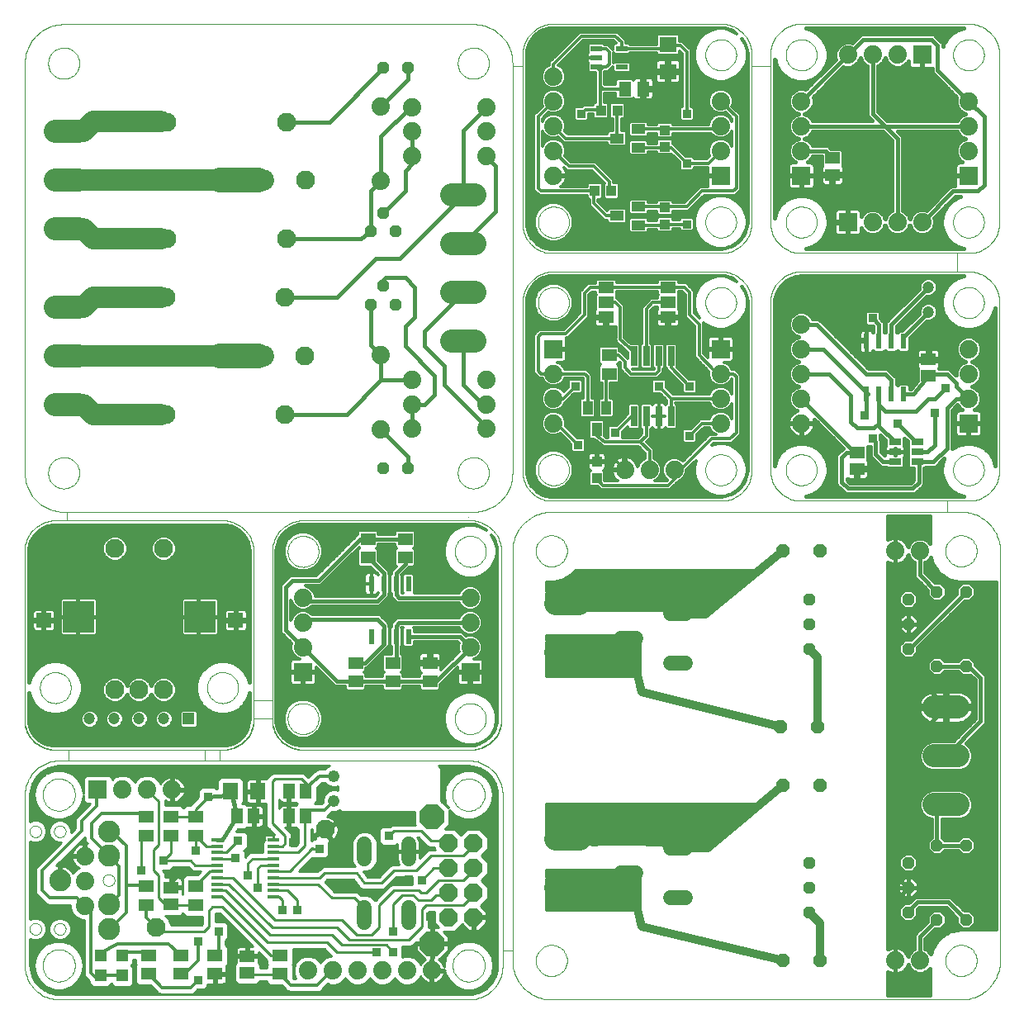
<source format=gtl>
G75*
G70*
%OFA0B0*%
%FSLAX24Y24*%
%IPPOS*%
%LPD*%
%AMOC8*
5,1,8,0,0,1.08239X$1,22.5*
%
%ADD10C,0.0000*%
%ADD11C,0.0000*%
%ADD12C,0.0000*%
%ADD13C,0.0886*%
%ADD14OC8,0.0740*%
%ADD15R,0.0472X0.0472*%
%ADD16R,0.0630X0.0512*%
%ADD17R,0.0512X0.0591*%
%ADD18R,0.0630X0.0709*%
%ADD19C,0.0768*%
%ADD20R,0.0472X0.0118*%
%ADD21C,0.0480*%
%ADD22R,0.0740X0.0740*%
%ADD23C,0.0740*%
%ADD24R,0.0591X0.0512*%
%ADD25C,0.0591*%
%ADD26OC8,0.1000*%
%ADD27C,0.0100*%
%ADD28R,0.0356X0.0356*%
%ADD29C,0.0120*%
%ADD30C,0.0160*%
%ADD31C,0.0000*%
%ADD32C,0.0768*%
%ADD33R,0.1266X0.1266*%
%ADD34R,0.0472X0.0472*%
%ADD35C,0.0472*%
%ADD36R,0.0600X0.0600*%
%ADD37C,0.0160*%
%ADD38C,0.0000*%
%ADD39R,0.0740X0.0740*%
%ADD40C,0.0740*%
%ADD41R,0.0236X0.0610*%
%ADD42R,0.0591X0.0512*%
%ADD43C,0.0120*%
%ADD44R,0.0356X0.0356*%
%ADD45C,0.0160*%
%ADD46C,0.0740*%
%ADD47OC8,0.0480*%
%ADD48C,0.0768*%
%ADD49C,0.0000*%
%ADD50C,0.0937*%
%ADD51C,0.0160*%
%ADD52C,0.0860*%
%ADD53R,0.0356X0.0356*%
%ADD54C,0.1000*%
%ADD55C,0.0000*%
%ADD56C,0.0937*%
%ADD57OC8,0.0480*%
%ADD58C,0.0740*%
%ADD59OC8,0.0540*%
%ADD60C,0.0600*%
%ADD61C,0.0160*%
%ADD62C,0.0320*%
%ADD63C,0.0560*%
%ADD64R,0.0356X0.0356*%
%ADD65C,0.0000*%
%ADD66R,0.0740X0.0740*%
%ADD67C,0.0740*%
%ADD68R,0.0394X0.0433*%
%ADD69R,0.0260X0.0800*%
%ADD70R,0.0630X0.0460*%
%ADD71R,0.0394X0.0551*%
%ADD72R,0.0591X0.0512*%
%ADD73C,0.0120*%
%ADD74R,0.0356X0.0356*%
%ADD75C,0.0000*%
%ADD76R,0.0740X0.0740*%
%ADD77C,0.0740*%
%ADD78R,0.0591X0.0512*%
%ADD79C,0.0160*%
%ADD80R,0.0356X0.0356*%
%ADD81C,0.0000*%
%ADD82C,0.0740*%
%ADD83R,0.0740X0.0740*%
%ADD84R,0.0472X0.0217*%
%ADD85R,0.0709X0.0630*%
%ADD86R,0.0394X0.0433*%
%ADD87R,0.0433X0.0394*%
%ADD88R,0.0551X0.0394*%
%ADD89R,0.0512X0.0591*%
%ADD90C,0.0120*%
%ADD91R,0.0356X0.0356*%
%ADD92C,0.0000*%
%ADD93R,0.0740X0.0740*%
%ADD94C,0.0740*%
%ADD95R,0.0500X0.0250*%
%ADD96R,0.0236X0.0610*%
%ADD97C,0.0472*%
%ADD98R,0.0591X0.0512*%
%ADD99C,0.0160*%
%ADD100R,0.0356X0.0356*%
D10*
X000114Y001475D02*
X000114Y001517D01*
X000114Y008368D01*
X000114Y008371D01*
X000114Y008368D02*
X000116Y008440D01*
X000122Y008512D01*
X000131Y008584D01*
X000144Y008655D01*
X000161Y008725D01*
X000181Y008794D01*
X000206Y008862D01*
X000233Y008928D01*
X000264Y008994D01*
X000299Y009057D01*
X000336Y009119D01*
X000377Y009178D01*
X000421Y009235D01*
X000468Y009290D01*
X000518Y009342D01*
X000570Y009392D01*
X000625Y009439D01*
X000682Y009483D01*
X000741Y009524D01*
X000803Y009561D01*
X000866Y009596D01*
X000932Y009627D01*
X000998Y009654D01*
X001066Y009679D01*
X001135Y009699D01*
X001205Y009716D01*
X001276Y009729D01*
X001348Y009738D01*
X001420Y009744D01*
X001492Y009746D01*
X001885Y009746D01*
X001885Y010189D01*
X001350Y010189D01*
X001489Y009746D02*
X001492Y009746D01*
X001420Y009744D01*
X001348Y009738D01*
X001276Y009729D01*
X001205Y009716D01*
X001135Y009699D01*
X001066Y009679D01*
X000998Y009654D01*
X000932Y009627D01*
X000866Y009596D01*
X000803Y009561D01*
X000741Y009524D01*
X000682Y009483D01*
X000625Y009439D01*
X000570Y009392D01*
X000518Y009342D01*
X000468Y009290D01*
X000421Y009235D01*
X000377Y009178D01*
X000336Y009119D01*
X000299Y009057D01*
X000264Y008994D01*
X000233Y008928D01*
X000206Y008862D01*
X000181Y008794D01*
X000161Y008725D01*
X000144Y008655D01*
X000131Y008584D01*
X000122Y008512D01*
X000116Y008440D01*
X000114Y008368D01*
X000100Y011439D02*
X000100Y018189D01*
X000102Y018257D01*
X000107Y018324D01*
X000116Y018391D01*
X000129Y018458D01*
X000146Y018523D01*
X000165Y018588D01*
X000189Y018652D01*
X000216Y018714D01*
X000246Y018775D01*
X000279Y018833D01*
X000315Y018890D01*
X000355Y018945D01*
X000397Y018998D01*
X000443Y019049D01*
X000490Y019096D01*
X000541Y019142D01*
X000594Y019184D01*
X000649Y019224D01*
X000706Y019260D01*
X000764Y019293D01*
X000825Y019323D01*
X000887Y019350D01*
X000951Y019374D01*
X001016Y019393D01*
X001081Y019410D01*
X001148Y019423D01*
X001215Y019432D01*
X001282Y019437D01*
X001350Y019439D01*
X001801Y019439D01*
X001801Y019444D02*
X001801Y019785D01*
X001689Y019785D01*
X001612Y019787D01*
X001535Y019793D01*
X001458Y019802D01*
X001382Y019815D01*
X001306Y019832D01*
X001232Y019853D01*
X001158Y019877D01*
X001086Y019905D01*
X001016Y019936D01*
X000947Y019971D01*
X000879Y020009D01*
X000814Y020050D01*
X000751Y020095D01*
X000690Y020143D01*
X000631Y020193D01*
X000575Y020246D01*
X000522Y020302D01*
X000472Y020361D01*
X000424Y020422D01*
X000379Y020485D01*
X000338Y020550D01*
X000300Y020618D01*
X000265Y020687D01*
X000234Y020757D01*
X000206Y020829D01*
X000182Y020903D01*
X000161Y020977D01*
X000144Y021053D01*
X000131Y021129D01*
X000122Y021206D01*
X000116Y021283D01*
X000114Y021360D01*
X000114Y037895D01*
X000116Y037972D01*
X000122Y038049D01*
X000131Y038126D01*
X000144Y038202D01*
X000161Y038278D01*
X000182Y038352D01*
X000206Y038426D01*
X000234Y038498D01*
X000265Y038568D01*
X000300Y038637D01*
X000338Y038705D01*
X000379Y038770D01*
X000424Y038833D01*
X000472Y038894D01*
X000522Y038953D01*
X000575Y039009D01*
X000631Y039062D01*
X000690Y039112D01*
X000751Y039160D01*
X000814Y039205D01*
X000879Y039246D01*
X000947Y039284D01*
X001016Y039319D01*
X001086Y039350D01*
X001158Y039378D01*
X001232Y039402D01*
X001306Y039423D01*
X001382Y039440D01*
X001458Y039453D01*
X001535Y039462D01*
X001612Y039468D01*
X001689Y039470D01*
X018224Y039470D01*
X018301Y039468D01*
X018378Y039462D01*
X018455Y039453D01*
X018531Y039440D01*
X018607Y039423D01*
X018681Y039402D01*
X018755Y039378D01*
X018827Y039350D01*
X018897Y039319D01*
X018966Y039284D01*
X019034Y039246D01*
X019099Y039205D01*
X019162Y039160D01*
X019223Y039112D01*
X019282Y039062D01*
X019338Y039009D01*
X019391Y038953D01*
X019441Y038894D01*
X019489Y038833D01*
X019534Y038770D01*
X019575Y038705D01*
X019613Y038637D01*
X019648Y038568D01*
X019679Y038498D01*
X019707Y038426D01*
X019731Y038352D01*
X019752Y038278D01*
X019769Y038202D01*
X019782Y038126D01*
X019791Y038049D01*
X019797Y037972D01*
X019799Y037895D01*
X019799Y037781D01*
X020208Y037781D01*
X020208Y038232D01*
X020210Y038300D01*
X020215Y038367D01*
X020224Y038434D01*
X020237Y038501D01*
X020254Y038566D01*
X020273Y038631D01*
X020297Y038695D01*
X020324Y038757D01*
X020354Y038818D01*
X020387Y038876D01*
X020423Y038933D01*
X020463Y038988D01*
X020505Y039041D01*
X020551Y039092D01*
X020598Y039139D01*
X020649Y039185D01*
X020702Y039227D01*
X020757Y039267D01*
X020814Y039303D01*
X020872Y039336D01*
X020933Y039366D01*
X020995Y039393D01*
X021059Y039417D01*
X021124Y039436D01*
X021189Y039453D01*
X021256Y039466D01*
X021323Y039475D01*
X021390Y039480D01*
X021458Y039482D01*
X028208Y039482D01*
X028276Y039480D01*
X028343Y039475D01*
X028410Y039466D01*
X028477Y039453D01*
X028542Y039436D01*
X028607Y039417D01*
X028671Y039393D01*
X028733Y039366D01*
X028794Y039336D01*
X028852Y039303D01*
X028909Y039267D01*
X028964Y039227D01*
X029017Y039185D01*
X029068Y039139D01*
X029115Y039092D01*
X029161Y039041D01*
X029203Y038988D01*
X029243Y038933D01*
X029279Y038876D01*
X029312Y038818D01*
X029342Y038757D01*
X029369Y038695D01*
X029393Y038631D01*
X029412Y038566D01*
X029429Y038501D01*
X029442Y038434D01*
X029451Y038367D01*
X029456Y038300D01*
X029458Y038232D01*
X029458Y037781D01*
X030208Y037781D01*
X030208Y038232D01*
X030210Y038300D01*
X030215Y038367D01*
X030224Y038434D01*
X030237Y038501D01*
X030254Y038566D01*
X030273Y038631D01*
X030297Y038695D01*
X030324Y038757D01*
X030354Y038818D01*
X030387Y038876D01*
X030423Y038933D01*
X030463Y038988D01*
X030505Y039041D01*
X030551Y039092D01*
X030598Y039139D01*
X030649Y039185D01*
X030702Y039227D01*
X030757Y039267D01*
X030814Y039303D01*
X030872Y039336D01*
X030933Y039366D01*
X030995Y039393D01*
X031059Y039417D01*
X031124Y039436D01*
X031189Y039453D01*
X031256Y039466D01*
X031323Y039475D01*
X031390Y039480D01*
X031458Y039482D01*
X038208Y039482D01*
X038276Y039480D01*
X038343Y039475D01*
X038410Y039466D01*
X038477Y039453D01*
X038542Y039436D01*
X038607Y039417D01*
X038671Y039393D01*
X038733Y039366D01*
X038794Y039336D01*
X038852Y039303D01*
X038909Y039267D01*
X038964Y039227D01*
X039017Y039185D01*
X039068Y039139D01*
X039115Y039092D01*
X039161Y039041D01*
X039203Y038988D01*
X039243Y038933D01*
X039279Y038876D01*
X039312Y038818D01*
X039342Y038757D01*
X039369Y038695D01*
X039393Y038631D01*
X039412Y038566D01*
X039429Y038501D01*
X039442Y038434D01*
X039451Y038367D01*
X039456Y038300D01*
X039458Y038232D01*
X039458Y031482D01*
X039456Y031414D01*
X039451Y031347D01*
X039442Y031280D01*
X039429Y031213D01*
X039412Y031148D01*
X039393Y031083D01*
X039369Y031019D01*
X039342Y030957D01*
X039312Y030896D01*
X039279Y030838D01*
X039243Y030781D01*
X039203Y030726D01*
X039161Y030673D01*
X039115Y030622D01*
X039068Y030575D01*
X039017Y030529D01*
X038964Y030487D01*
X038909Y030447D01*
X038852Y030411D01*
X038794Y030378D01*
X038733Y030348D01*
X038671Y030321D01*
X038607Y030297D01*
X038542Y030278D01*
X038477Y030261D01*
X038410Y030248D01*
X038343Y030239D01*
X038276Y030234D01*
X038208Y030232D01*
X037757Y030232D01*
X037757Y029482D01*
X038208Y029482D01*
X038276Y029480D01*
X038343Y029475D01*
X038410Y029466D01*
X038477Y029453D01*
X038542Y029436D01*
X038607Y029417D01*
X038671Y029393D01*
X038733Y029366D01*
X038794Y029336D01*
X038852Y029303D01*
X038909Y029267D01*
X038964Y029227D01*
X039017Y029185D01*
X039068Y029139D01*
X039115Y029092D01*
X039161Y029041D01*
X039203Y028988D01*
X039243Y028933D01*
X039279Y028876D01*
X039312Y028818D01*
X039342Y028757D01*
X039369Y028695D01*
X039393Y028631D01*
X039412Y028566D01*
X039429Y028501D01*
X039442Y028434D01*
X039451Y028367D01*
X039456Y028300D01*
X039458Y028232D01*
X039458Y021482D01*
X039456Y021414D01*
X039451Y021347D01*
X039442Y021280D01*
X039429Y021213D01*
X039412Y021148D01*
X039393Y021083D01*
X039369Y021019D01*
X039342Y020957D01*
X039312Y020896D01*
X039279Y020838D01*
X039243Y020781D01*
X039203Y020726D01*
X039161Y020673D01*
X039115Y020622D01*
X039068Y020575D01*
X039017Y020529D01*
X038964Y020487D01*
X038909Y020447D01*
X038852Y020411D01*
X038794Y020378D01*
X038733Y020348D01*
X038671Y020321D01*
X038607Y020297D01*
X038542Y020278D01*
X038477Y020261D01*
X038410Y020248D01*
X038343Y020239D01*
X038276Y020234D01*
X038208Y020232D01*
X037364Y020232D01*
X037364Y019785D01*
X037909Y019785D01*
X037986Y019783D01*
X038063Y019777D01*
X038140Y019768D01*
X038216Y019755D01*
X038292Y019738D01*
X038366Y019717D01*
X038440Y019693D01*
X038512Y019665D01*
X038582Y019634D01*
X038651Y019599D01*
X038719Y019561D01*
X038784Y019520D01*
X038847Y019475D01*
X038908Y019427D01*
X038967Y019377D01*
X039023Y019324D01*
X039076Y019268D01*
X039126Y019209D01*
X039174Y019148D01*
X039219Y019085D01*
X039260Y019020D01*
X039298Y018952D01*
X039333Y018883D01*
X039364Y018813D01*
X039392Y018741D01*
X039416Y018667D01*
X039437Y018593D01*
X039454Y018517D01*
X039467Y018441D01*
X039476Y018364D01*
X039482Y018287D01*
X039484Y018210D01*
X039484Y001675D01*
X039482Y001598D01*
X039476Y001521D01*
X039467Y001444D01*
X039454Y001368D01*
X039437Y001292D01*
X039416Y001218D01*
X039392Y001144D01*
X039364Y001072D01*
X039333Y001002D01*
X039298Y000933D01*
X039260Y000865D01*
X039219Y000800D01*
X039174Y000737D01*
X039126Y000676D01*
X039076Y000617D01*
X039023Y000561D01*
X038967Y000508D01*
X038908Y000458D01*
X038847Y000410D01*
X038784Y000365D01*
X038719Y000324D01*
X038651Y000286D01*
X038582Y000251D01*
X038512Y000220D01*
X038440Y000192D01*
X038366Y000168D01*
X038292Y000147D01*
X038216Y000130D01*
X038140Y000117D01*
X038063Y000108D01*
X037986Y000102D01*
X037909Y000100D01*
X021374Y000100D01*
X021297Y000102D01*
X021220Y000108D01*
X021143Y000117D01*
X021067Y000130D01*
X020991Y000147D01*
X020917Y000168D01*
X020843Y000192D01*
X020771Y000220D01*
X020701Y000251D01*
X020632Y000286D01*
X020564Y000324D01*
X020499Y000365D01*
X020436Y000410D01*
X020375Y000458D01*
X020316Y000508D01*
X020260Y000561D01*
X020207Y000617D01*
X020157Y000676D01*
X020109Y000737D01*
X020064Y000800D01*
X020023Y000865D01*
X019985Y000933D01*
X019950Y001002D01*
X019919Y001072D01*
X019891Y001144D01*
X019867Y001218D01*
X019846Y001292D01*
X019829Y001368D01*
X019816Y001444D01*
X019807Y001521D01*
X019801Y001598D01*
X019799Y001675D01*
X019799Y002069D01*
X019405Y002069D01*
X019405Y001478D01*
X019403Y001406D01*
X019397Y001334D01*
X019388Y001262D01*
X019375Y001191D01*
X019358Y001121D01*
X019338Y001052D01*
X019313Y000984D01*
X019286Y000918D01*
X019255Y000852D01*
X019220Y000789D01*
X019183Y000727D01*
X019142Y000668D01*
X019098Y000611D01*
X019051Y000556D01*
X019001Y000504D01*
X018949Y000454D01*
X018894Y000407D01*
X018837Y000363D01*
X018778Y000322D01*
X018716Y000285D01*
X018653Y000250D01*
X018587Y000219D01*
X018521Y000192D01*
X018453Y000167D01*
X018384Y000147D01*
X018314Y000130D01*
X018243Y000117D01*
X018171Y000108D01*
X018099Y000102D01*
X018027Y000100D01*
X018030Y000100D01*
X018027Y000100D02*
X001492Y000100D01*
X001489Y000100D01*
X001491Y000100D02*
X001418Y000103D01*
X001345Y000110D01*
X001273Y000120D01*
X001201Y000135D01*
X001130Y000153D01*
X001060Y000175D01*
X000992Y000200D01*
X000924Y000229D01*
X000859Y000261D01*
X000795Y000297D01*
X000733Y000336D01*
X000673Y000379D01*
X000616Y000424D01*
X000561Y000472D01*
X000509Y000523D01*
X000459Y000577D01*
X000412Y000634D01*
X000369Y000692D01*
X000328Y000753D01*
X000291Y000816D01*
X000257Y000881D01*
X000226Y000947D01*
X000199Y001015D01*
X000175Y001085D01*
X000156Y001155D01*
X000140Y001227D01*
X000127Y001299D01*
X000119Y001371D01*
X000114Y001445D01*
X000113Y001518D01*
X000114Y001445D01*
X000119Y001371D01*
X000127Y001299D01*
X000140Y001227D01*
X000156Y001155D01*
X000175Y001085D01*
X000199Y001015D01*
X000226Y000947D01*
X000257Y000881D01*
X000291Y000816D01*
X000328Y000753D01*
X000369Y000692D01*
X000412Y000634D01*
X000459Y000577D01*
X000509Y000523D01*
X000561Y000472D01*
X000616Y000424D01*
X000673Y000379D01*
X000733Y000336D01*
X000795Y000297D01*
X000859Y000261D01*
X000924Y000229D01*
X000992Y000200D01*
X001060Y000175D01*
X001130Y000153D01*
X001201Y000135D01*
X001273Y000120D01*
X001345Y000110D01*
X001418Y000103D01*
X001491Y000100D01*
X007988Y010189D02*
X008100Y010189D01*
X001350Y010189D02*
X001282Y010191D01*
X001215Y010196D01*
X001148Y010205D01*
X001081Y010218D01*
X001016Y010235D01*
X000951Y010254D01*
X000887Y010278D01*
X000825Y010305D01*
X000764Y010335D01*
X000706Y010368D01*
X000649Y010404D01*
X000594Y010444D01*
X000541Y010486D01*
X000490Y010532D01*
X000443Y010579D01*
X000397Y010630D01*
X000355Y010683D01*
X000315Y010738D01*
X000279Y010795D01*
X000246Y010853D01*
X000216Y010914D01*
X000189Y010976D01*
X000165Y011040D01*
X000146Y011105D01*
X000129Y011170D01*
X000116Y011237D01*
X000107Y011304D01*
X000102Y011371D01*
X000100Y011439D01*
X000102Y011371D01*
X000107Y011304D01*
X000116Y011237D01*
X000129Y011170D01*
X000146Y011105D01*
X000165Y011040D01*
X000189Y010976D01*
X000216Y010914D01*
X000246Y010853D01*
X000279Y010795D01*
X000315Y010738D01*
X000355Y010683D01*
X000397Y010630D01*
X000443Y010579D01*
X000490Y010532D01*
X000541Y010486D01*
X000594Y010444D01*
X000649Y010404D01*
X000706Y010368D01*
X000764Y010335D01*
X000825Y010305D01*
X000887Y010278D01*
X000951Y010254D01*
X001016Y010235D01*
X001081Y010218D01*
X001148Y010205D01*
X001215Y010196D01*
X001282Y010191D01*
X001350Y010189D01*
X000100Y018189D02*
X000102Y018257D01*
X000107Y018324D01*
X000116Y018391D01*
X000129Y018458D01*
X000146Y018523D01*
X000165Y018588D01*
X000189Y018652D01*
X000216Y018714D01*
X000246Y018775D01*
X000279Y018833D01*
X000315Y018890D01*
X000355Y018945D01*
X000397Y018998D01*
X000443Y019049D01*
X000490Y019096D01*
X000541Y019142D01*
X000594Y019184D01*
X000649Y019224D01*
X000706Y019260D01*
X000764Y019293D01*
X000825Y019323D01*
X000887Y019350D01*
X000951Y019374D01*
X001016Y019393D01*
X001081Y019410D01*
X001148Y019423D01*
X001215Y019432D01*
X001282Y019437D01*
X001350Y019439D01*
X001689Y019785D02*
X001612Y019787D01*
X001535Y019793D01*
X001458Y019802D01*
X001382Y019815D01*
X001306Y019832D01*
X001232Y019853D01*
X001158Y019877D01*
X001086Y019905D01*
X001016Y019936D01*
X000947Y019971D01*
X000879Y020009D01*
X000814Y020050D01*
X000751Y020095D01*
X000690Y020143D01*
X000631Y020193D01*
X000575Y020246D01*
X000522Y020302D01*
X000472Y020361D01*
X000424Y020422D01*
X000379Y020485D01*
X000338Y020550D01*
X000300Y020618D01*
X000265Y020687D01*
X000234Y020757D01*
X000206Y020829D01*
X000182Y020903D01*
X000161Y020977D01*
X000144Y021053D01*
X000131Y021129D01*
X000122Y021206D01*
X000116Y021283D01*
X000114Y021360D01*
X000114Y037895D02*
X000116Y037972D01*
X000122Y038049D01*
X000131Y038126D01*
X000144Y038202D01*
X000161Y038278D01*
X000182Y038352D01*
X000206Y038426D01*
X000234Y038498D01*
X000265Y038568D01*
X000300Y038637D01*
X000338Y038705D01*
X000379Y038770D01*
X000424Y038833D01*
X000472Y038894D01*
X000522Y038953D01*
X000575Y039009D01*
X000631Y039062D01*
X000690Y039112D01*
X000751Y039160D01*
X000814Y039205D01*
X000879Y039246D01*
X000947Y039284D01*
X001016Y039319D01*
X001086Y039350D01*
X001158Y039378D01*
X001232Y039402D01*
X001306Y039423D01*
X001382Y039440D01*
X001458Y039453D01*
X001535Y039462D01*
X001612Y039468D01*
X001689Y039470D01*
X018224Y039470D02*
X018301Y039468D01*
X018378Y039462D01*
X018455Y039453D01*
X018531Y039440D01*
X018607Y039423D01*
X018681Y039402D01*
X018755Y039378D01*
X018827Y039350D01*
X018897Y039319D01*
X018966Y039284D01*
X019034Y039246D01*
X019099Y039205D01*
X019162Y039160D01*
X019223Y039112D01*
X019282Y039062D01*
X019338Y039009D01*
X019391Y038953D01*
X019441Y038894D01*
X019489Y038833D01*
X019534Y038770D01*
X019575Y038705D01*
X019613Y038637D01*
X019648Y038568D01*
X019679Y038498D01*
X019707Y038426D01*
X019731Y038352D01*
X019752Y038278D01*
X019769Y038202D01*
X019782Y038126D01*
X019791Y038049D01*
X019797Y037972D01*
X019799Y037895D01*
X020208Y038232D02*
X020210Y038300D01*
X020215Y038367D01*
X020224Y038434D01*
X020237Y038501D01*
X020254Y038566D01*
X020273Y038631D01*
X020297Y038695D01*
X020324Y038757D01*
X020354Y038818D01*
X020387Y038876D01*
X020423Y038933D01*
X020463Y038988D01*
X020505Y039041D01*
X020551Y039092D01*
X020598Y039139D01*
X020649Y039185D01*
X020702Y039227D01*
X020757Y039267D01*
X020814Y039303D01*
X020872Y039336D01*
X020933Y039366D01*
X020995Y039393D01*
X021059Y039417D01*
X021124Y039436D01*
X021189Y039453D01*
X021256Y039466D01*
X021323Y039475D01*
X021390Y039480D01*
X021458Y039482D01*
X028208Y039482D02*
X028276Y039480D01*
X028343Y039475D01*
X028410Y039466D01*
X028477Y039453D01*
X028542Y039436D01*
X028607Y039417D01*
X028671Y039393D01*
X028733Y039366D01*
X028794Y039336D01*
X028852Y039303D01*
X028909Y039267D01*
X028964Y039227D01*
X029017Y039185D01*
X029068Y039139D01*
X029115Y039092D01*
X029161Y039041D01*
X029203Y038988D01*
X029243Y038933D01*
X029279Y038876D01*
X029312Y038818D01*
X029342Y038757D01*
X029369Y038695D01*
X029393Y038631D01*
X029412Y038566D01*
X029429Y038501D01*
X029442Y038434D01*
X029451Y038367D01*
X029456Y038300D01*
X029458Y038232D01*
X030208Y038232D02*
X030210Y038300D01*
X030215Y038367D01*
X030224Y038434D01*
X030237Y038501D01*
X030254Y038566D01*
X030273Y038631D01*
X030297Y038695D01*
X030324Y038757D01*
X030354Y038818D01*
X030387Y038876D01*
X030423Y038933D01*
X030463Y038988D01*
X030505Y039041D01*
X030551Y039092D01*
X030598Y039139D01*
X030649Y039185D01*
X030702Y039227D01*
X030757Y039267D01*
X030814Y039303D01*
X030872Y039336D01*
X030933Y039366D01*
X030995Y039393D01*
X031059Y039417D01*
X031124Y039436D01*
X031189Y039453D01*
X031256Y039466D01*
X031323Y039475D01*
X031390Y039480D01*
X031458Y039482D01*
X038208Y039482D02*
X038276Y039480D01*
X038343Y039475D01*
X038410Y039466D01*
X038477Y039453D01*
X038542Y039436D01*
X038607Y039417D01*
X038671Y039393D01*
X038733Y039366D01*
X038794Y039336D01*
X038852Y039303D01*
X038909Y039267D01*
X038964Y039227D01*
X039017Y039185D01*
X039068Y039139D01*
X039115Y039092D01*
X039161Y039041D01*
X039203Y038988D01*
X039243Y038933D01*
X039279Y038876D01*
X039312Y038818D01*
X039342Y038757D01*
X039369Y038695D01*
X039393Y038631D01*
X039412Y038566D01*
X039429Y038501D01*
X039442Y038434D01*
X039451Y038367D01*
X039456Y038300D01*
X039458Y038232D01*
X039458Y031482D02*
X039456Y031414D01*
X039451Y031347D01*
X039442Y031280D01*
X039429Y031213D01*
X039412Y031148D01*
X039393Y031083D01*
X039369Y031019D01*
X039342Y030957D01*
X039312Y030896D01*
X039279Y030838D01*
X039243Y030781D01*
X039203Y030726D01*
X039161Y030673D01*
X039115Y030622D01*
X039068Y030575D01*
X039017Y030529D01*
X038964Y030487D01*
X038909Y030447D01*
X038852Y030411D01*
X038794Y030378D01*
X038733Y030348D01*
X038671Y030321D01*
X038607Y030297D01*
X038542Y030278D01*
X038477Y030261D01*
X038410Y030248D01*
X038343Y030239D01*
X038276Y030234D01*
X038208Y030232D01*
X038208Y029482D02*
X038276Y029480D01*
X038343Y029475D01*
X038410Y029466D01*
X038477Y029453D01*
X038542Y029436D01*
X038607Y029417D01*
X038671Y029393D01*
X038733Y029366D01*
X038794Y029336D01*
X038852Y029303D01*
X038909Y029267D01*
X038964Y029227D01*
X039017Y029185D01*
X039068Y029139D01*
X039115Y029092D01*
X039161Y029041D01*
X039203Y028988D01*
X039243Y028933D01*
X039279Y028876D01*
X039312Y028818D01*
X039342Y028757D01*
X039369Y028695D01*
X039393Y028631D01*
X039412Y028566D01*
X039429Y028501D01*
X039442Y028434D01*
X039451Y028367D01*
X039456Y028300D01*
X039458Y028232D01*
X039458Y021482D02*
X039456Y021414D01*
X039451Y021347D01*
X039442Y021280D01*
X039429Y021213D01*
X039412Y021148D01*
X039393Y021083D01*
X039369Y021019D01*
X039342Y020957D01*
X039312Y020896D01*
X039279Y020838D01*
X039243Y020781D01*
X039203Y020726D01*
X039161Y020673D01*
X039115Y020622D01*
X039068Y020575D01*
X039017Y020529D01*
X038964Y020487D01*
X038909Y020447D01*
X038852Y020411D01*
X038794Y020378D01*
X038733Y020348D01*
X038671Y020321D01*
X038607Y020297D01*
X038542Y020278D01*
X038477Y020261D01*
X038410Y020248D01*
X038343Y020239D01*
X038276Y020234D01*
X038208Y020232D01*
X037909Y019785D02*
X037986Y019783D01*
X038063Y019777D01*
X038140Y019768D01*
X038216Y019755D01*
X038292Y019738D01*
X038366Y019717D01*
X038440Y019693D01*
X038512Y019665D01*
X038582Y019634D01*
X038651Y019599D01*
X038719Y019561D01*
X038784Y019520D01*
X038847Y019475D01*
X038908Y019427D01*
X038967Y019377D01*
X039023Y019324D01*
X039076Y019268D01*
X039126Y019209D01*
X039174Y019148D01*
X039219Y019085D01*
X039260Y019020D01*
X039298Y018952D01*
X039333Y018883D01*
X039364Y018813D01*
X039392Y018741D01*
X039416Y018667D01*
X039437Y018593D01*
X039454Y018517D01*
X039467Y018441D01*
X039476Y018364D01*
X039482Y018287D01*
X039484Y018210D01*
X039484Y001675D02*
X039482Y001598D01*
X039476Y001521D01*
X039467Y001444D01*
X039454Y001368D01*
X039437Y001292D01*
X039416Y001218D01*
X039392Y001144D01*
X039364Y001072D01*
X039333Y001002D01*
X039298Y000933D01*
X039260Y000865D01*
X039219Y000800D01*
X039174Y000737D01*
X039126Y000676D01*
X039076Y000617D01*
X039023Y000561D01*
X038967Y000508D01*
X038908Y000458D01*
X038847Y000410D01*
X038784Y000365D01*
X038719Y000324D01*
X038651Y000286D01*
X038582Y000251D01*
X038512Y000220D01*
X038440Y000192D01*
X038366Y000168D01*
X038292Y000147D01*
X038216Y000130D01*
X038140Y000117D01*
X038063Y000108D01*
X037986Y000102D01*
X037909Y000100D01*
X021374Y000100D02*
X021297Y000102D01*
X021220Y000108D01*
X021143Y000117D01*
X021067Y000130D01*
X020991Y000147D01*
X020917Y000168D01*
X020843Y000192D01*
X020771Y000220D01*
X020701Y000251D01*
X020632Y000286D01*
X020564Y000324D01*
X020499Y000365D01*
X020436Y000410D01*
X020375Y000458D01*
X020316Y000508D01*
X020260Y000561D01*
X020207Y000617D01*
X020157Y000676D01*
X020109Y000737D01*
X020064Y000800D01*
X020023Y000865D01*
X019985Y000933D01*
X019950Y001002D01*
X019919Y001072D01*
X019891Y001144D01*
X019867Y001218D01*
X019846Y001292D01*
X019829Y001368D01*
X019816Y001444D01*
X019807Y001521D01*
X019801Y001598D01*
X019799Y001675D01*
X019405Y001478D02*
X019403Y001406D01*
X019397Y001334D01*
X019388Y001262D01*
X019375Y001191D01*
X019358Y001121D01*
X019338Y001052D01*
X019313Y000984D01*
X019286Y000918D01*
X019255Y000852D01*
X019220Y000789D01*
X019183Y000727D01*
X019142Y000668D01*
X019098Y000611D01*
X019051Y000556D01*
X019001Y000504D01*
X018949Y000454D01*
X018894Y000407D01*
X018837Y000363D01*
X018778Y000322D01*
X018716Y000285D01*
X018653Y000250D01*
X018587Y000219D01*
X018521Y000192D01*
X018453Y000167D01*
X018384Y000147D01*
X018314Y000130D01*
X018243Y000117D01*
X018171Y000108D01*
X018099Y000102D01*
X018027Y000100D01*
X018421Y009746D02*
X018424Y009746D01*
X018030Y019588D02*
X018027Y019588D01*
D11*
X1489Y100D02*
X1492Y100D01*
X18027Y100D01*
X18030Y100D01*
X18027Y100D02*
X18099Y102D01*
X18171Y108D01*
X18243Y117D01*
X18314Y130D01*
X18384Y147D01*
X18453Y167D01*
X18521Y192D01*
X18587Y219D01*
X18653Y250D01*
X18716Y285D01*
X18778Y322D01*
X18837Y363D01*
X18894Y407D01*
X18949Y454D01*
X19001Y504D01*
X19051Y556D01*
X19098Y611D01*
X19142Y668D01*
X19183Y727D01*
X19220Y789D01*
X19255Y852D01*
X19286Y918D01*
X19313Y984D01*
X19338Y1052D01*
X19358Y1121D01*
X19375Y1191D01*
X19388Y1262D01*
X19397Y1334D01*
X19403Y1406D01*
X19405Y1478D01*
X19405Y8368D01*
X19403Y8440D01*
X19397Y8512D01*
X19388Y8584D01*
X19375Y8655D01*
X19358Y8725D01*
X19338Y8794D01*
X19313Y8862D01*
X19286Y8928D01*
X19255Y8994D01*
X19220Y9057D01*
X19183Y9119D01*
X19142Y9178D01*
X19098Y9235D01*
X19051Y9290D01*
X19001Y9342D01*
X18949Y9392D01*
X18894Y9439D01*
X18837Y9483D01*
X18778Y9524D01*
X18716Y9561D01*
X18653Y9596D01*
X18587Y9627D01*
X18521Y9654D01*
X18453Y9679D01*
X18384Y9699D01*
X18314Y9716D01*
X18243Y9729D01*
X18171Y9738D01*
X18099Y9744D01*
X18027Y9746D01*
X7988Y9746D01*
X7988Y10189D01*
X8100Y10189D01*
X7397Y10189D02*
X7397Y9746D01*
X1492Y9746D01*
X1489Y9746D01*
X1350Y10189D02*
X7397Y10189D01*
X8100Y10189D02*
X8166Y10187D01*
X8232Y10189D01*
X8298Y10195D01*
X8364Y10204D01*
X8429Y10217D01*
X8494Y10234D01*
X8557Y10254D01*
X8619Y10278D01*
X8679Y10305D01*
X8738Y10336D01*
X8796Y10370D01*
X8851Y10407D01*
X8904Y10447D01*
X8954Y10490D01*
X9003Y10535D01*
X9048Y10584D01*
X9091Y10634D01*
X9131Y10687D01*
X9168Y10742D01*
X9202Y10800D01*
X9233Y10859D01*
X9260Y10919D01*
X9284Y10981D01*
X9304Y11044D01*
X9321Y11109D01*
X9334Y11174D01*
X9343Y11240D01*
X9349Y11306D01*
X9351Y11372D01*
X9349Y11438D01*
X9350Y11439D02*
X10100Y11439D01*
X10100Y12189D02*
X10100Y18189D01*
X9350Y18189D02*
X9350Y12189D01*
X10100Y12189D01*
X10100Y11439D02*
X10102Y11371D01*
X10107Y11304D01*
X10116Y11237D01*
X10129Y11170D01*
X10146Y11105D01*
X10165Y11040D01*
X10189Y10976D01*
X10216Y10914D01*
X10246Y10853D01*
X10279Y10795D01*
X10315Y10738D01*
X10355Y10683D01*
X10397Y10630D01*
X10443Y10579D01*
X10490Y10532D01*
X10541Y10486D01*
X10594Y10444D01*
X10649Y10404D01*
X10706Y10368D01*
X10764Y10335D01*
X10825Y10305D01*
X10887Y10278D01*
X10951Y10254D01*
X11016Y10235D01*
X11081Y10218D01*
X11148Y10205D01*
X11215Y10196D01*
X11282Y10191D01*
X11350Y10189D01*
X18100Y10189D01*
X18421Y9746D02*
X18424Y9746D01*
X18100Y10189D02*
X18166Y10187D01*
X18232Y10189D01*
X18298Y10195D01*
X18364Y10204D01*
X18429Y10217D01*
X18494Y10234D01*
X18557Y10254D01*
X18619Y10278D01*
X18679Y10305D01*
X18738Y10336D01*
X18796Y10370D01*
X18851Y10407D01*
X18904Y10447D01*
X18954Y10490D01*
X19003Y10535D01*
X19048Y10584D01*
X19091Y10634D01*
X19131Y10687D01*
X19168Y10742D01*
X19202Y10800D01*
X19233Y10859D01*
X19260Y10919D01*
X19284Y10981D01*
X19304Y11044D01*
X19321Y11109D01*
X19334Y11174D01*
X19343Y11240D01*
X19349Y11306D01*
X19351Y11372D01*
X19349Y11438D01*
X19350Y11439D02*
X19350Y18189D01*
X19348Y18257D01*
X19343Y18324D01*
X19334Y18391D01*
X19321Y18458D01*
X19304Y18523D01*
X19285Y18588D01*
X19261Y18652D01*
X19234Y18714D01*
X19204Y18775D01*
X19171Y18833D01*
X19135Y18890D01*
X19095Y18945D01*
X19053Y18998D01*
X19007Y19049D01*
X18960Y19096D01*
X18909Y19142D01*
X18856Y19184D01*
X18801Y19224D01*
X18744Y19260D01*
X18686Y19293D01*
X18625Y19323D01*
X18563Y19350D01*
X18499Y19374D01*
X18434Y19393D01*
X18369Y19410D01*
X18302Y19423D01*
X18235Y19432D01*
X18168Y19437D01*
X18100Y19439D01*
X18137Y19439D02*
X11350Y19439D01*
X11282Y19437D01*
X11215Y19432D01*
X11148Y19423D01*
X11081Y19410D01*
X11016Y19393D01*
X10951Y19374D01*
X10887Y19350D01*
X10825Y19323D01*
X10764Y19293D01*
X10706Y19260D01*
X10649Y19224D01*
X10594Y19184D01*
X10541Y19142D01*
X10490Y19096D01*
X10443Y19049D01*
X10397Y18998D01*
X10355Y18945D01*
X10315Y18890D01*
X10279Y18833D01*
X10246Y18775D01*
X10216Y18714D01*
X10189Y18652D01*
X10165Y18588D01*
X10146Y18523D01*
X10129Y18458D01*
X10116Y18391D01*
X10107Y18324D01*
X10102Y18257D01*
X10100Y18189D01*
X9350Y18189D02*
X9348Y18257D01*
X9343Y18324D01*
X9334Y18391D01*
X9321Y18458D01*
X9304Y18523D01*
X9285Y18588D01*
X9261Y18652D01*
X9234Y18714D01*
X9204Y18775D01*
X9171Y18833D01*
X9135Y18890D01*
X9095Y18945D01*
X9053Y18998D01*
X9007Y19049D01*
X8960Y19096D01*
X8909Y19142D01*
X8856Y19184D01*
X8801Y19224D01*
X8744Y19260D01*
X8686Y19293D01*
X8625Y19323D01*
X8563Y19350D01*
X8499Y19374D01*
X8434Y19393D01*
X8369Y19410D01*
X8302Y19423D01*
X8235Y19432D01*
X8168Y19437D01*
X8100Y19439D01*
X1350Y19439D01*
X1282Y19437D01*
X1215Y19432D01*
X1148Y19423D01*
X1081Y19410D01*
X1016Y19393D01*
X951Y19374D01*
X887Y19350D01*
X825Y19323D01*
X764Y19293D01*
X706Y19260D01*
X649Y19224D01*
X594Y19184D01*
X541Y19142D01*
X490Y19096D01*
X443Y19049D01*
X397Y18998D01*
X355Y18945D01*
X315Y18890D01*
X279Y18833D01*
X246Y18775D01*
X216Y18714D01*
X189Y18652D01*
X165Y18588D01*
X146Y18523D01*
X129Y18458D01*
X116Y18391D01*
X107Y18324D01*
X102Y18257D01*
X100Y18189D01*
X100Y11439D01*
X102Y11371D01*
X107Y11304D01*
X116Y11237D01*
X129Y11170D01*
X146Y11105D01*
X165Y11040D01*
X189Y10976D01*
X216Y10914D01*
X246Y10853D01*
X279Y10795D01*
X315Y10738D01*
X355Y10683D01*
X397Y10630D01*
X443Y10579D01*
X490Y10532D01*
X541Y10486D01*
X594Y10444D01*
X649Y10404D01*
X706Y10368D01*
X764Y10335D01*
X825Y10305D01*
X887Y10278D01*
X951Y10254D01*
X1016Y10235D01*
X1081Y10218D01*
X1148Y10205D01*
X1215Y10196D01*
X1282Y10191D01*
X1350Y10189D01*
X1492Y9746D02*
X1420Y9744D01*
X1348Y9738D01*
X1276Y9729D01*
X1205Y9716D01*
X1135Y9699D01*
X1066Y9679D01*
X998Y9654D01*
X932Y9627D01*
X866Y9596D01*
X803Y9561D01*
X741Y9524D01*
X682Y9483D01*
X625Y9439D01*
X570Y9392D01*
X518Y9342D01*
X468Y9290D01*
X421Y9235D01*
X377Y9178D01*
X336Y9119D01*
X299Y9057D01*
X264Y8994D01*
X233Y8928D01*
X206Y8862D01*
X181Y8794D01*
X161Y8725D01*
X144Y8655D01*
X131Y8584D01*
X122Y8512D01*
X116Y8440D01*
X114Y8368D01*
X114Y8371D01*
X114Y8368D02*
X114Y1518D01*
X114Y1475D01*
X113Y1518D02*
X114Y1445D01*
X119Y1371D01*
X127Y1299D01*
X140Y1227D01*
X156Y1155D01*
X175Y1085D01*
X199Y1015D01*
X226Y947D01*
X257Y881D01*
X291Y816D01*
X328Y753D01*
X369Y692D01*
X412Y634D01*
X459Y577D01*
X509Y523D01*
X561Y472D01*
X616Y424D01*
X673Y379D01*
X733Y336D01*
X795Y297D01*
X859Y261D01*
X924Y229D01*
X992Y200D01*
X1060Y175D01*
X1130Y153D01*
X1201Y135D01*
X1273Y120D01*
X1345Y110D01*
X1418Y103D01*
X1491Y100D01*
X18027Y19589D02*
X18030Y19589D01*
D12*
X1489Y100D02*
X1492Y100D01*
X18027Y100D01*
X18030Y100D01*
X17380Y1475D02*
X17382Y1525D01*
X17388Y1575D01*
X17398Y1625D01*
X17411Y1673D01*
X17428Y1721D01*
X17449Y1767D01*
X17473Y1811D01*
X17501Y1853D01*
X17532Y1893D01*
X17566Y1930D01*
X17603Y1965D01*
X17642Y1996D01*
X17683Y2025D01*
X17727Y2050D01*
X17773Y2072D01*
X17820Y2090D01*
X17868Y2104D01*
X17917Y2115D01*
X17967Y2122D01*
X18017Y2125D01*
X18068Y2124D01*
X18118Y2119D01*
X18168Y2110D01*
X18216Y2098D01*
X18264Y2081D01*
X18310Y2061D01*
X18355Y2038D01*
X18398Y2011D01*
X18438Y1981D01*
X18476Y1948D01*
X18511Y1912D01*
X18544Y1873D01*
X18573Y1832D01*
X18599Y1789D01*
X18622Y1744D01*
X18641Y1697D01*
X18656Y1649D01*
X18668Y1600D01*
X18676Y1550D01*
X18680Y1500D01*
X18680Y1450D01*
X18676Y1400D01*
X18668Y1350D01*
X18656Y1301D01*
X18641Y1253D01*
X18622Y1206D01*
X18599Y1161D01*
X18573Y1118D01*
X18544Y1077D01*
X18511Y1038D01*
X18476Y1002D01*
X18438Y969D01*
X18398Y939D01*
X18355Y912D01*
X18310Y889D01*
X18264Y869D01*
X18216Y852D01*
X18168Y840D01*
X18118Y831D01*
X18068Y826D01*
X18017Y825D01*
X17967Y828D01*
X17917Y835D01*
X17868Y846D01*
X17820Y860D01*
X17773Y878D01*
X17727Y900D01*
X17683Y925D01*
X17642Y954D01*
X17603Y985D01*
X17566Y1020D01*
X17532Y1057D01*
X17501Y1097D01*
X17473Y1139D01*
X17449Y1183D01*
X17428Y1229D01*
X17411Y1277D01*
X17398Y1325D01*
X17388Y1375D01*
X17382Y1425D01*
X17380Y1475D01*
X18027Y100D02*
X18099Y102D01*
X18171Y108D01*
X18243Y117D01*
X18314Y130D01*
X18384Y147D01*
X18453Y167D01*
X18521Y192D01*
X18587Y219D01*
X18653Y250D01*
X18716Y285D01*
X18778Y322D01*
X18837Y363D01*
X18894Y407D01*
X18949Y454D01*
X19001Y504D01*
X19051Y556D01*
X19098Y611D01*
X19142Y668D01*
X19183Y727D01*
X19220Y789D01*
X19255Y852D01*
X19286Y918D01*
X19313Y984D01*
X19338Y1052D01*
X19358Y1121D01*
X19375Y1191D01*
X19388Y1262D01*
X19397Y1334D01*
X19403Y1406D01*
X19405Y1478D01*
X19405Y8368D01*
X17377Y8368D02*
X17379Y8418D01*
X17385Y8468D01*
X17395Y8518D01*
X17408Y8566D01*
X17425Y8614D01*
X17446Y8660D01*
X17470Y8704D01*
X17498Y8746D01*
X17529Y8786D01*
X17563Y8823D01*
X17600Y8858D01*
X17639Y8889D01*
X17680Y8918D01*
X17724Y8943D01*
X17770Y8965D01*
X17817Y8983D01*
X17865Y8997D01*
X17914Y9008D01*
X17964Y9015D01*
X18014Y9018D01*
X18065Y9017D01*
X18115Y9012D01*
X18165Y9003D01*
X18213Y8991D01*
X18261Y8974D01*
X18307Y8954D01*
X18352Y8931D01*
X18395Y8904D01*
X18435Y8874D01*
X18473Y8841D01*
X18508Y8805D01*
X18541Y8766D01*
X18570Y8725D01*
X18596Y8682D01*
X18619Y8637D01*
X18638Y8590D01*
X18653Y8542D01*
X18665Y8493D01*
X18673Y8443D01*
X18677Y8393D01*
X18677Y8343D01*
X18673Y8293D01*
X18665Y8243D01*
X18653Y8194D01*
X18638Y8146D01*
X18619Y8099D01*
X18596Y8054D01*
X18570Y8011D01*
X18541Y7970D01*
X18508Y7931D01*
X18473Y7895D01*
X18435Y7862D01*
X18395Y7832D01*
X18352Y7805D01*
X18307Y7782D01*
X18261Y7762D01*
X18213Y7745D01*
X18165Y7733D01*
X18115Y7724D01*
X18065Y7719D01*
X18014Y7718D01*
X17964Y7721D01*
X17914Y7728D01*
X17865Y7739D01*
X17817Y7753D01*
X17770Y7771D01*
X17724Y7793D01*
X17680Y7818D01*
X17639Y7847D01*
X17600Y7878D01*
X17563Y7913D01*
X17529Y7950D01*
X17498Y7990D01*
X17470Y8032D01*
X17446Y8076D01*
X17425Y8122D01*
X17408Y8170D01*
X17395Y8218D01*
X17385Y8268D01*
X17379Y8318D01*
X17377Y8368D01*
X18027Y9746D02*
X18099Y9744D01*
X18171Y9738D01*
X18243Y9729D01*
X18314Y9716D01*
X18384Y9699D01*
X18453Y9679D01*
X18521Y9654D01*
X18587Y9627D01*
X18653Y9596D01*
X18716Y9561D01*
X18778Y9524D01*
X18837Y9483D01*
X18894Y9439D01*
X18949Y9392D01*
X19001Y9342D01*
X19051Y9290D01*
X19098Y9235D01*
X19142Y9178D01*
X19183Y9119D01*
X19220Y9057D01*
X19255Y8994D01*
X19286Y8928D01*
X19313Y8862D01*
X19338Y8794D01*
X19358Y8725D01*
X19375Y8655D01*
X19388Y8584D01*
X19397Y8512D01*
X19403Y8440D01*
X19405Y8368D01*
X18027Y9746D02*
X1492Y9746D01*
X839Y8371D02*
X841Y8421D01*
X847Y8471D01*
X857Y8521D01*
X870Y8569D01*
X887Y8617D01*
X908Y8663D01*
X932Y8707D01*
X960Y8749D01*
X991Y8789D01*
X1025Y8826D01*
X1062Y8861D01*
X1101Y8892D01*
X1142Y8921D01*
X1186Y8946D01*
X1232Y8968D01*
X1279Y8986D01*
X1327Y9000D01*
X1376Y9011D01*
X1426Y9018D01*
X1476Y9021D01*
X1527Y9020D01*
X1577Y9015D01*
X1627Y9006D01*
X1675Y8994D01*
X1723Y8977D01*
X1769Y8957D01*
X1814Y8934D01*
X1857Y8907D01*
X1897Y8877D01*
X1935Y8844D01*
X1970Y8808D01*
X2003Y8769D01*
X2032Y8728D01*
X2058Y8685D01*
X2081Y8640D01*
X2100Y8593D01*
X2115Y8545D01*
X2127Y8496D01*
X2135Y8446D01*
X2139Y8396D01*
X2139Y8346D01*
X2135Y8296D01*
X2127Y8246D01*
X2115Y8197D01*
X2100Y8149D01*
X2081Y8102D01*
X2058Y8057D01*
X2032Y8014D01*
X2003Y7973D01*
X1970Y7934D01*
X1935Y7898D01*
X1897Y7865D01*
X1857Y7835D01*
X1814Y7808D01*
X1769Y7785D01*
X1723Y7765D01*
X1675Y7748D01*
X1627Y7736D01*
X1577Y7727D01*
X1527Y7722D01*
X1476Y7721D01*
X1426Y7724D01*
X1376Y7731D01*
X1327Y7742D01*
X1279Y7756D01*
X1232Y7774D01*
X1186Y7796D01*
X1142Y7821D01*
X1101Y7850D01*
X1062Y7881D01*
X1025Y7916D01*
X991Y7953D01*
X960Y7993D01*
X932Y8035D01*
X908Y8079D01*
X887Y8125D01*
X870Y8173D01*
X857Y8221D01*
X847Y8271D01*
X841Y8321D01*
X839Y8371D01*
X114Y8368D02*
X116Y8440D01*
X122Y8512D01*
X131Y8584D01*
X144Y8655D01*
X161Y8725D01*
X181Y8794D01*
X206Y8862D01*
X233Y8928D01*
X264Y8994D01*
X299Y9057D01*
X336Y9119D01*
X377Y9178D01*
X421Y9235D01*
X468Y9290D01*
X518Y9342D01*
X570Y9392D01*
X625Y9439D01*
X682Y9483D01*
X741Y9524D01*
X803Y9561D01*
X866Y9596D01*
X932Y9627D01*
X998Y9654D01*
X1066Y9679D01*
X1135Y9699D01*
X1205Y9716D01*
X1276Y9729D01*
X1348Y9738D01*
X1420Y9744D01*
X1492Y9746D01*
X114Y8371D02*
X114Y8368D01*
X114Y1518D01*
X114Y1475D01*
X839Y1475D02*
X841Y1525D01*
X847Y1575D01*
X857Y1625D01*
X870Y1673D01*
X887Y1721D01*
X908Y1767D01*
X932Y1811D01*
X960Y1853D01*
X991Y1893D01*
X1025Y1930D01*
X1062Y1965D01*
X1101Y1996D01*
X1142Y2025D01*
X1186Y2050D01*
X1232Y2072D01*
X1279Y2090D01*
X1327Y2104D01*
X1376Y2115D01*
X1426Y2122D01*
X1476Y2125D01*
X1527Y2124D01*
X1577Y2119D01*
X1627Y2110D01*
X1675Y2098D01*
X1723Y2081D01*
X1769Y2061D01*
X1814Y2038D01*
X1857Y2011D01*
X1897Y1981D01*
X1935Y1948D01*
X1970Y1912D01*
X2003Y1873D01*
X2032Y1832D01*
X2058Y1789D01*
X2081Y1744D01*
X2100Y1697D01*
X2115Y1649D01*
X2127Y1600D01*
X2135Y1550D01*
X2139Y1500D01*
X2139Y1450D01*
X2135Y1400D01*
X2127Y1350D01*
X2115Y1301D01*
X2100Y1253D01*
X2081Y1206D01*
X2058Y1161D01*
X2032Y1118D01*
X2003Y1077D01*
X1970Y1038D01*
X1935Y1002D01*
X1897Y969D01*
X1857Y939D01*
X1814Y912D01*
X1769Y889D01*
X1723Y869D01*
X1675Y852D01*
X1627Y840D01*
X1577Y831D01*
X1527Y826D01*
X1476Y825D01*
X1426Y828D01*
X1376Y835D01*
X1327Y846D01*
X1279Y860D01*
X1232Y878D01*
X1186Y900D01*
X1142Y925D01*
X1101Y954D01*
X1062Y985D01*
X1025Y1020D01*
X991Y1057D01*
X960Y1097D01*
X932Y1139D01*
X908Y1183D01*
X887Y1229D01*
X870Y1277D01*
X857Y1325D01*
X847Y1375D01*
X841Y1425D01*
X839Y1475D01*
X113Y1518D02*
X114Y1445D01*
X119Y1371D01*
X127Y1299D01*
X140Y1227D01*
X156Y1155D01*
X175Y1085D01*
X199Y1015D01*
X226Y947D01*
X257Y881D01*
X291Y816D01*
X328Y753D01*
X369Y692D01*
X412Y634D01*
X459Y577D01*
X509Y523D01*
X561Y472D01*
X616Y424D01*
X673Y379D01*
X733Y336D01*
X795Y297D01*
X859Y261D01*
X924Y229D01*
X992Y200D01*
X1060Y175D01*
X1130Y153D01*
X1201Y135D01*
X1273Y120D01*
X1345Y110D01*
X1418Y103D01*
X1491Y100D01*
X1295Y2951D02*
X1297Y2981D01*
X1303Y3011D01*
X1312Y3040D01*
X1325Y3067D01*
X1342Y3092D01*
X1361Y3115D01*
X1384Y3136D01*
X1409Y3153D01*
X1435Y3167D01*
X1464Y3177D01*
X1493Y3184D01*
X1523Y3187D01*
X1554Y3186D01*
X1584Y3181D01*
X1613Y3172D01*
X1640Y3160D01*
X1666Y3145D01*
X1690Y3126D01*
X1711Y3104D01*
X1729Y3080D01*
X1744Y3053D01*
X1755Y3025D01*
X1763Y2996D01*
X1767Y2966D01*
X1767Y2936D01*
X1763Y2906D01*
X1755Y2877D01*
X1744Y2849D01*
X1729Y2822D01*
X1711Y2798D01*
X1690Y2776D01*
X1666Y2757D01*
X1640Y2742D01*
X1613Y2730D01*
X1584Y2721D01*
X1554Y2716D01*
X1523Y2715D01*
X1493Y2718D01*
X1464Y2725D01*
X1435Y2735D01*
X1409Y2749D01*
X1384Y2766D01*
X1361Y2787D01*
X1342Y2810D01*
X1325Y2835D01*
X1312Y2862D01*
X1303Y2891D01*
X1297Y2921D01*
X1295Y2951D01*
X311Y2951D02*
X313Y2981D01*
X319Y3011D01*
X328Y3040D01*
X341Y3067D01*
X358Y3092D01*
X377Y3115D01*
X400Y3136D01*
X425Y3153D01*
X451Y3167D01*
X480Y3177D01*
X509Y3184D01*
X539Y3187D01*
X570Y3186D01*
X600Y3181D01*
X629Y3172D01*
X656Y3160D01*
X682Y3145D01*
X706Y3126D01*
X727Y3104D01*
X745Y3080D01*
X760Y3053D01*
X771Y3025D01*
X779Y2996D01*
X783Y2966D01*
X783Y2936D01*
X779Y2906D01*
X771Y2877D01*
X760Y2849D01*
X745Y2822D01*
X727Y2798D01*
X706Y2776D01*
X682Y2757D01*
X656Y2742D01*
X629Y2730D01*
X600Y2721D01*
X570Y2716D01*
X539Y2715D01*
X509Y2718D01*
X480Y2725D01*
X451Y2735D01*
X425Y2749D01*
X400Y2766D01*
X377Y2787D01*
X358Y2810D01*
X341Y2835D01*
X328Y2862D01*
X319Y2891D01*
X313Y2921D01*
X311Y2951D01*
X3264Y4919D02*
X3266Y4949D01*
X3272Y4979D01*
X3281Y5008D01*
X3294Y5035D01*
X3311Y5060D01*
X3330Y5083D01*
X3353Y5104D01*
X3378Y5121D01*
X3404Y5135D01*
X3433Y5145D01*
X3462Y5152D01*
X3492Y5155D01*
X3523Y5154D01*
X3553Y5149D01*
X3582Y5140D01*
X3609Y5128D01*
X3635Y5113D01*
X3659Y5094D01*
X3680Y5072D01*
X3698Y5048D01*
X3713Y5021D01*
X3724Y4993D01*
X3732Y4964D01*
X3736Y4934D01*
X3736Y4904D01*
X3732Y4874D01*
X3724Y4845D01*
X3713Y4817D01*
X3698Y4790D01*
X3680Y4766D01*
X3659Y4744D01*
X3635Y4725D01*
X3609Y4710D01*
X3582Y4698D01*
X3553Y4689D01*
X3523Y4684D01*
X3492Y4683D01*
X3462Y4686D01*
X3433Y4693D01*
X3404Y4703D01*
X3378Y4717D01*
X3353Y4734D01*
X3330Y4755D01*
X3311Y4778D01*
X3294Y4803D01*
X3281Y4830D01*
X3272Y4859D01*
X3266Y4889D01*
X3264Y4919D01*
X1295Y6888D02*
X1297Y6918D01*
X1303Y6948D01*
X1312Y6977D01*
X1325Y7004D01*
X1342Y7029D01*
X1361Y7052D01*
X1384Y7073D01*
X1409Y7090D01*
X1435Y7104D01*
X1464Y7114D01*
X1493Y7121D01*
X1523Y7124D01*
X1554Y7123D01*
X1584Y7118D01*
X1613Y7109D01*
X1640Y7097D01*
X1666Y7082D01*
X1690Y7063D01*
X1711Y7041D01*
X1729Y7017D01*
X1744Y6990D01*
X1755Y6962D01*
X1763Y6933D01*
X1767Y6903D01*
X1767Y6873D01*
X1763Y6843D01*
X1755Y6814D01*
X1744Y6786D01*
X1729Y6759D01*
X1711Y6735D01*
X1690Y6713D01*
X1666Y6694D01*
X1640Y6679D01*
X1613Y6667D01*
X1584Y6658D01*
X1554Y6653D01*
X1523Y6652D01*
X1493Y6655D01*
X1464Y6662D01*
X1435Y6672D01*
X1409Y6686D01*
X1384Y6703D01*
X1361Y6724D01*
X1342Y6747D01*
X1325Y6772D01*
X1312Y6799D01*
X1303Y6828D01*
X1297Y6858D01*
X1295Y6888D01*
X311Y6888D02*
X313Y6918D01*
X319Y6948D01*
X328Y6977D01*
X341Y7004D01*
X358Y7029D01*
X377Y7052D01*
X400Y7073D01*
X425Y7090D01*
X451Y7104D01*
X480Y7114D01*
X509Y7121D01*
X539Y7124D01*
X570Y7123D01*
X600Y7118D01*
X629Y7109D01*
X656Y7097D01*
X682Y7082D01*
X706Y7063D01*
X727Y7041D01*
X745Y7017D01*
X760Y6990D01*
X771Y6962D01*
X779Y6933D01*
X783Y6903D01*
X783Y6873D01*
X779Y6843D01*
X771Y6814D01*
X760Y6786D01*
X745Y6759D01*
X727Y6735D01*
X706Y6713D01*
X682Y6694D01*
X656Y6679D01*
X629Y6667D01*
X600Y6658D01*
X570Y6653D01*
X539Y6652D01*
X509Y6655D01*
X480Y6662D01*
X451Y6672D01*
X425Y6686D01*
X400Y6703D01*
X377Y6724D01*
X358Y6747D01*
X341Y6772D01*
X328Y6799D01*
X319Y6828D01*
X313Y6858D01*
X311Y6888D01*
D13*
X3500Y6888D03*
X3500Y5903D03*
X1531Y4919D03*
X3500Y3935D03*
X3500Y2951D03*
D14*
X17228Y3416D03*
X18228Y3416D03*
X18228Y4416D03*
X17228Y4416D03*
X17228Y5416D03*
X18228Y5416D03*
X18228Y6416D03*
X17228Y6416D03*
D15*
X4051Y1892D03*
X3165Y1892D03*
X3165Y1065D03*
X4051Y1065D03*
D16*
X5116Y1133D03*
X5116Y1881D03*
X6403Y1887D03*
X6403Y1139D03*
X7791Y1134D03*
X7791Y1882D03*
X10412Y1881D03*
X10412Y1133D03*
X7014Y3917D03*
X7014Y4665D03*
X5014Y4674D03*
X5014Y3926D03*
X5014Y6726D03*
X6014Y6726D03*
X7014Y6726D03*
X7014Y7474D03*
X6014Y7474D03*
X5014Y7474D03*
D17*
X8679Y7500D03*
X9348Y7500D03*
X10779Y7500D03*
X11448Y7500D03*
X11448Y8500D03*
X10779Y8500D03*
D18*
X9515Y8508D03*
X8413Y8508D03*
D19*
X12233Y6966D03*
X5414Y3029D03*
D20*
X7872Y4249D03*
X7872Y4505D03*
X7872Y4760D03*
X7872Y5016D03*
X7872Y5272D03*
X7872Y5528D03*
X7872Y5784D03*
X7872Y6040D03*
X7872Y6296D03*
X7872Y6552D03*
X10155Y6552D03*
X10155Y6296D03*
X10155Y6040D03*
X10155Y5784D03*
X10155Y5528D03*
X10155Y5272D03*
X10155Y5016D03*
X10155Y4760D03*
X10155Y4505D03*
X10155Y4249D03*
D21*
X12592Y8129D03*
X12592Y9129D03*
D22*
X3058Y8579D03*
D23*
X4058Y8579D03*
X5058Y8579D03*
X6058Y8579D03*
X2534Y5890D03*
X2534Y4890D03*
X2534Y3890D03*
X11545Y1276D03*
X12545Y1276D03*
X13545Y1276D03*
X14545Y1276D03*
X15545Y1276D03*
X16545Y1276D03*
D24*
X9096Y1182D03*
X9096Y1852D03*
X6020Y3956D03*
X6020Y4625D03*
D25*
X13828Y3816D02*
X13828Y3225D01*
X15600Y3225D02*
X15600Y3816D01*
X15600Y5784D02*
X15600Y6375D01*
X13828Y6375D02*
X13828Y5784D01*
D26*
X16551Y7482D03*
X16551Y2364D03*
D27*
X1041Y407D02*
X775Y566D01*
X559Y788D01*
X408Y1059D01*
X332Y1359D01*
X324Y1514D01*
X324Y1516D01*
X325Y1602D01*
X324Y1603D01*
X324Y2560D01*
X458Y2504D01*
X636Y2504D01*
X800Y2572D01*
X925Y2698D01*
X993Y2862D01*
X993Y3039D01*
X925Y3203D01*
X800Y3329D01*
X636Y3397D01*
X458Y3397D01*
X324Y3341D01*
X324Y6497D01*
X458Y6441D01*
X636Y6441D01*
X800Y6509D01*
X925Y6635D01*
X993Y6799D01*
X993Y6976D01*
X925Y7140D01*
X800Y7266D01*
X636Y7334D01*
X458Y7334D01*
X324Y7278D01*
X324Y8368D01*
X334Y8520D01*
X413Y8815D01*
X565Y9079D01*
X781Y9295D01*
X1045Y9447D01*
X1339Y9526D01*
X1492Y9536D01*
X12399Y9536D01*
X12337Y9510D01*
X12226Y9399D01*
X12006Y9399D01*
X11956Y9400D01*
X11952Y9399D01*
X11948Y9399D01*
X11902Y9380D01*
X11856Y9362D01*
X11852Y9359D01*
X893Y9359D01*
X991Y9233D02*
X726Y9011D01*
X726Y9011D01*
X726Y9011D01*
X553Y8711D01*
X493Y8371D01*
X553Y8031D01*
X553Y8031D01*
X726Y7731D01*
X991Y7509D01*
X1316Y7391D01*
X1661Y7391D01*
X1986Y7509D01*
X1986Y7509D01*
X2251Y7731D01*
X2251Y7731D01*
X2251Y7731D01*
X2424Y8031D01*
X2478Y8342D01*
X2478Y8122D01*
X2601Y7999D01*
X2731Y7999D01*
X2185Y7453D01*
X2144Y7354D01*
X2144Y7012D01*
X1977Y6846D01*
X1977Y6976D01*
X1909Y7140D01*
X1784Y7266D01*
X1620Y7334D01*
X1442Y7334D01*
X1278Y7266D01*
X1153Y7140D01*
X1085Y6976D01*
X1085Y6799D01*
X1153Y6635D01*
X1278Y6509D01*
X1442Y6441D01*
X1573Y6441D01*
X585Y5453D01*
X544Y5354D01*
X544Y4446D01*
X585Y4347D01*
X661Y4271D01*
X961Y3971D01*
X1060Y3930D01*
X1954Y3930D01*
X1954Y3775D01*
X2042Y3562D01*
X2205Y3398D01*
X2418Y3310D01*
X2501Y3310D01*
X2501Y1129D01*
X2542Y1030D01*
X2618Y954D01*
X2618Y954D01*
X2719Y854D01*
X2719Y742D01*
X2842Y619D01*
X3488Y619D01*
X3608Y738D01*
X3728Y619D01*
X4374Y619D01*
X4497Y742D01*
X4497Y1388D01*
X4407Y1478D01*
X4497Y1568D01*
X4497Y1730D01*
X4592Y1730D01*
X4592Y1538D01*
X4623Y1507D01*
X4592Y1476D01*
X4592Y790D01*
X4497Y790D01*
X4592Y790D02*
X4715Y667D01*
X5195Y667D01*
X5417Y441D01*
X5418Y439D01*
X5455Y402D01*
X5492Y365D01*
X5493Y364D01*
X5494Y363D01*
X5542Y343D01*
X5591Y323D01*
X5592Y323D01*
X5593Y322D01*
X5646Y322D01*
X5698Y322D01*
X5699Y322D01*
X6860Y322D01*
X6960Y363D01*
X7096Y499D01*
X7367Y499D01*
X7490Y622D01*
X7490Y728D01*
X7741Y728D01*
X7741Y1084D01*
X7841Y1084D01*
X7841Y728D01*
X8126Y728D01*
X8164Y738D01*
X8198Y758D01*
X8226Y786D01*
X8246Y820D01*
X8256Y858D01*
X8256Y1084D01*
X7841Y1084D01*
X7841Y1184D01*
X8256Y1184D01*
X8256Y1410D01*
X8246Y1448D01*
X8238Y1461D01*
X8316Y1539D01*
X8316Y2225D01*
X8211Y2330D01*
X8211Y2473D01*
X8329Y2591D01*
X8329Y3121D01*
X8206Y3244D01*
X7806Y3244D01*
X7806Y3580D01*
X7978Y3580D01*
X9301Y2258D01*
X9146Y2258D01*
X9146Y1902D01*
X9046Y1902D01*
X9046Y1802D01*
X8651Y1802D01*
X8651Y1585D01*
X8591Y1525D01*
X8591Y840D01*
X8714Y716D01*
X9479Y716D01*
X9602Y840D01*
X9602Y863D01*
X9887Y863D01*
X9887Y790D01*
X10010Y667D01*
X10490Y667D01*
X10615Y539D01*
X10616Y538D01*
X10652Y501D01*
X10689Y464D01*
X10690Y463D01*
X10691Y462D01*
X10740Y442D01*
X10788Y421D01*
X10789Y421D01*
X10791Y421D01*
X10843Y421D01*
X10895Y420D01*
X10897Y421D01*
X11978Y421D01*
X12078Y462D01*
X12154Y538D01*
X12347Y731D01*
X12430Y696D01*
X12661Y696D01*
X12874Y785D01*
X13037Y948D01*
X13045Y968D01*
X13054Y948D01*
X13217Y785D01*
X13430Y696D01*
X13661Y696D01*
X13874Y785D01*
X14037Y948D01*
X14045Y968D01*
X14054Y948D01*
X14217Y785D01*
X14430Y696D01*
X14661Y696D01*
X14874Y785D01*
X15037Y948D01*
X15045Y968D01*
X15054Y948D01*
X15217Y785D01*
X15430Y696D01*
X15661Y696D01*
X15874Y785D01*
X16037Y948D01*
X16078Y1047D01*
X16101Y1004D01*
X16149Y937D01*
X16207Y880D01*
X16273Y832D01*
X16346Y794D01*
X16424Y769D01*
X16495Y758D01*
X16495Y1226D01*
X16595Y1226D01*
X16595Y758D01*
X16667Y769D01*
X16745Y794D01*
X16818Y832D01*
X16884Y880D01*
X16942Y937D01*
X16990Y1004D01*
X17027Y1077D01*
X17053Y1154D01*
X17064Y1226D01*
X16595Y1226D01*
X16595Y1326D01*
X16495Y1326D01*
X16495Y1714D01*
X16501Y1714D01*
X16501Y2314D01*
X16601Y2314D01*
X16601Y2414D01*
X17201Y2414D01*
X17201Y2633D01*
X16998Y2836D01*
X17468Y2836D01*
X17770Y3139D01*
X18013Y2896D01*
X18178Y2896D01*
X18178Y3366D01*
X18278Y3366D01*
X18278Y2896D01*
X18443Y2896D01*
X18748Y3201D01*
X18748Y3366D01*
X18278Y3366D01*
X18278Y3466D01*
X18748Y3466D01*
X18748Y3632D01*
X18506Y3874D01*
X18808Y4176D01*
X18808Y4657D01*
X18548Y4916D01*
X18808Y5176D01*
X18808Y5657D01*
X18548Y5916D01*
X18808Y6176D01*
X18808Y6657D01*
X18468Y6996D01*
X17988Y6996D01*
X17728Y6737D01*
X17468Y6996D01*
X17069Y6996D01*
X17261Y7188D01*
X17261Y7735D01*
X17265Y7728D01*
X17530Y7506D01*
X17854Y7388D01*
X18200Y7388D01*
X18525Y7506D01*
X18789Y7728D01*
X18789Y7728D01*
X18789Y7728D01*
X18962Y8028D01*
X19022Y8368D01*
X18962Y8708D01*
X18789Y9008D01*
X18525Y9230D01*
X18525Y9230D01*
X18200Y9348D01*
X17854Y9348D01*
X17530Y9230D01*
X17530Y9230D01*
X17265Y9008D01*
X17265Y9008D01*
X17265Y9008D01*
X17092Y8708D01*
X17032Y8368D01*
X17032Y8368D01*
X17092Y8028D01*
X17092Y8028D01*
X17205Y7832D01*
X16927Y8110D01*
X16927Y9434D01*
X16825Y9536D01*
X18027Y9536D01*
X18180Y9526D01*
X18474Y9447D01*
X18738Y9295D01*
X18954Y9079D01*
X19106Y8815D01*
X19185Y8520D01*
X19195Y8368D01*
X19195Y1478D01*
X19185Y1326D01*
X19106Y1031D01*
X18954Y767D01*
X18738Y552D01*
X18474Y399D01*
X18180Y320D01*
X18027Y310D01*
X1494Y310D01*
X1340Y323D01*
X1041Y407D01*
X1081Y396D02*
X5461Y396D01*
X5365Y494D02*
X895Y494D01*
X991Y613D02*
X991Y613D01*
X1316Y495D01*
X1439Y495D01*
X1661Y495D01*
X1986Y613D01*
X1986Y613D01*
X2251Y835D01*
X2251Y835D01*
X2251Y835D01*
X2424Y1135D01*
X2484Y1475D01*
X2424Y1815D01*
X2424Y1815D01*
X2251Y2115D01*
X1986Y2337D01*
X1661Y2455D01*
X1316Y2455D01*
X991Y2337D01*
X991Y2337D01*
X726Y2115D01*
X726Y2115D01*
X726Y2115D01*
X553Y1815D01*
X493Y1475D01*
X553Y1135D01*
X553Y1135D01*
X726Y835D01*
X991Y613D01*
X1047Y593D02*
X749Y593D01*
X653Y691D02*
X898Y691D01*
X781Y790D02*
X558Y790D01*
X503Y888D02*
X696Y888D01*
X726Y835D02*
X726Y835D01*
X639Y987D02*
X448Y987D01*
X401Y1085D02*
X582Y1085D01*
X545Y1184D02*
X376Y1184D01*
X351Y1282D02*
X527Y1282D01*
X510Y1381D02*
X331Y1381D01*
X326Y1479D02*
X494Y1479D01*
X493Y1475D02*
X493Y1475D01*
X512Y1578D02*
X325Y1578D01*
X324Y1676D02*
X529Y1676D01*
X546Y1775D02*
X324Y1775D01*
X324Y1873D02*
X587Y1873D01*
X553Y1815D02*
X553Y1815D01*
X644Y1972D02*
X324Y1972D01*
X324Y2070D02*
X701Y2070D01*
X791Y2169D02*
X324Y2169D01*
X324Y2267D02*
X908Y2267D01*
X1070Y2366D02*
X324Y2366D01*
X324Y2464D02*
X2501Y2464D01*
X2501Y2366D02*
X1907Y2366D01*
X1986Y2337D02*
X1986Y2337D01*
X2069Y2267D02*
X2501Y2267D01*
X2501Y2169D02*
X2186Y2169D01*
X2251Y2115D02*
X2251Y2115D01*
X2277Y2070D02*
X2501Y2070D01*
X2501Y1972D02*
X2333Y1972D01*
X2390Y1873D02*
X2501Y1873D01*
X2501Y1775D02*
X2431Y1775D01*
X2448Y1676D02*
X2501Y1676D01*
X2501Y1578D02*
X2466Y1578D01*
X2483Y1479D02*
X2501Y1479D01*
X2484Y1475D02*
X2484Y1475D01*
X2467Y1381D02*
X2501Y1381D01*
X2501Y1282D02*
X2450Y1282D01*
X2432Y1184D02*
X2501Y1184D01*
X2424Y1135D02*
X2424Y1135D01*
X2395Y1085D02*
X2519Y1085D01*
X2586Y987D02*
X2338Y987D01*
X2281Y888D02*
X2684Y888D01*
X2719Y790D02*
X2196Y790D01*
X2079Y691D02*
X2769Y691D01*
X3561Y691D02*
X3655Y691D01*
X4447Y691D02*
X4690Y691D01*
X4592Y888D02*
X4497Y888D01*
X4497Y987D02*
X4592Y987D01*
X4592Y1085D02*
X4497Y1085D01*
X4497Y1184D02*
X4592Y1184D01*
X4592Y1282D02*
X4497Y1282D01*
X4497Y1381D02*
X4592Y1381D01*
X4595Y1479D02*
X4408Y1479D01*
X4497Y1578D02*
X4592Y1578D01*
X4592Y1676D02*
X4497Y1676D01*
X5116Y1133D02*
X5297Y1103D01*
X5268Y593D02*
X1930Y593D01*
X1620Y2504D02*
X1784Y2572D01*
X1909Y2698D01*
X1977Y2862D01*
X1977Y3039D01*
X1909Y3203D01*
X1784Y3329D01*
X1620Y3397D01*
X1442Y3397D01*
X1278Y3329D01*
X1153Y3203D01*
X1085Y3039D01*
X1085Y2862D01*
X1153Y2698D01*
X1278Y2572D01*
X1442Y2504D01*
X1620Y2504D01*
X1761Y2563D02*
X2501Y2563D01*
X2501Y2661D02*
X1873Y2661D01*
X1935Y2760D02*
X2501Y2760D01*
X2501Y2858D02*
X1976Y2858D01*
X1977Y2957D02*
X2501Y2957D01*
X2501Y3055D02*
X1971Y3055D01*
X1930Y3154D02*
X2501Y3154D01*
X2501Y3252D02*
X1860Y3252D01*
X1731Y3351D02*
X2321Y3351D01*
X2154Y3449D02*
X324Y3449D01*
X324Y3351D02*
X347Y3351D01*
X747Y3351D02*
X1331Y3351D01*
X1202Y3252D02*
X876Y3252D01*
X946Y3154D02*
X1132Y3154D01*
X1091Y3055D02*
X986Y3055D01*
X993Y2957D02*
X1085Y2957D01*
X1086Y2858D02*
X992Y2858D01*
X951Y2760D02*
X1127Y2760D01*
X1189Y2661D02*
X888Y2661D01*
X776Y2563D02*
X1301Y2563D01*
X2056Y3548D02*
X324Y3548D01*
X324Y3646D02*
X2007Y3646D01*
X1966Y3745D02*
X324Y3745D01*
X324Y3843D02*
X1954Y3843D01*
X1032Y3942D02*
X324Y3942D01*
X324Y4040D02*
X892Y4040D01*
X793Y4139D02*
X324Y4139D01*
X324Y4237D02*
X695Y4237D01*
X596Y4336D02*
X324Y4336D01*
X324Y4434D02*
X549Y4434D01*
X544Y4533D02*
X324Y4533D01*
X324Y4631D02*
X544Y4631D01*
X544Y4730D02*
X324Y4730D01*
X324Y4828D02*
X544Y4828D01*
X544Y4927D02*
X324Y4927D01*
X324Y5025D02*
X544Y5025D01*
X544Y5124D02*
X324Y5124D01*
X324Y5222D02*
X544Y5222D01*
X544Y5321D02*
X324Y5321D01*
X324Y5419D02*
X571Y5419D01*
X649Y5518D02*
X324Y5518D01*
X324Y5616D02*
X748Y5616D01*
X846Y5715D02*
X324Y5715D01*
X324Y5813D02*
X945Y5813D01*
X1043Y5912D02*
X324Y5912D01*
X324Y6010D02*
X1142Y6010D01*
X1240Y6109D02*
X324Y6109D01*
X324Y6207D02*
X1339Y6207D01*
X1437Y6306D02*
X324Y6306D01*
X324Y6404D02*
X1536Y6404D01*
X1294Y6503D02*
X784Y6503D01*
X891Y6601D02*
X1186Y6601D01*
X1126Y6700D02*
X952Y6700D01*
X993Y6798D02*
X1085Y6798D01*
X1085Y6897D02*
X993Y6897D01*
X985Y6995D02*
X1093Y6995D01*
X1133Y7094D02*
X944Y7094D01*
X873Y7192D02*
X1205Y7192D01*
X1338Y7291D02*
X740Y7291D01*
X354Y7291D02*
X324Y7291D01*
X324Y7389D02*
X2158Y7389D01*
X2144Y7291D02*
X1724Y7291D01*
X1857Y7192D02*
X2144Y7192D01*
X2144Y7094D02*
X1929Y7094D01*
X1969Y6995D02*
X2127Y6995D01*
X2028Y6897D02*
X1977Y6897D01*
X2398Y6503D02*
X2562Y6503D01*
X2544Y6546D02*
X2585Y6447D01*
X2631Y6401D01*
X2584Y6409D01*
X2584Y5940D01*
X2484Y5940D01*
X2484Y6409D01*
X2412Y6397D01*
X2334Y6372D01*
X2261Y6335D01*
X2195Y6287D01*
X2137Y6229D01*
X2089Y6163D01*
X2052Y6090D01*
X2027Y6012D01*
X2015Y5940D01*
X2484Y5940D01*
X2484Y5840D01*
X2015Y5840D01*
X2027Y5768D01*
X2052Y5691D01*
X2089Y5618D01*
X2137Y5551D01*
X2195Y5494D01*
X2261Y5445D01*
X2305Y5423D01*
X2205Y5382D01*
X2043Y5220D01*
X2038Y5230D01*
X1983Y5305D01*
X1917Y5371D01*
X1842Y5426D01*
X1759Y5469D01*
X1670Y5497D01*
X1581Y5511D01*
X1581Y4969D01*
X1481Y4969D01*
X1481Y5511D01*
X1393Y5498D01*
X2544Y6648D01*
X2544Y6546D01*
X2544Y6601D02*
X2497Y6601D01*
X2484Y6404D02*
X2584Y6404D01*
X2612Y6404D02*
X2628Y6404D01*
X2584Y6306D02*
X2484Y6306D01*
X2484Y6207D02*
X2584Y6207D01*
X2584Y6109D02*
X2484Y6109D01*
X2484Y6010D02*
X2584Y6010D01*
X2484Y5912D02*
X1807Y5912D01*
X1906Y6010D02*
X2026Y6010D01*
X2004Y6109D02*
X2061Y6109D01*
X2103Y6207D02*
X2121Y6207D01*
X2201Y6306D02*
X2221Y6306D01*
X2300Y6404D02*
X2455Y6404D01*
X2019Y5813D02*
X1709Y5813D01*
X1610Y5715D02*
X2044Y5715D01*
X2090Y5616D02*
X1512Y5616D01*
X1413Y5518D02*
X2171Y5518D01*
X2295Y5419D02*
X1851Y5419D01*
X1968Y5321D02*
X2144Y5321D01*
X2046Y5222D02*
X2042Y5222D01*
X1581Y5222D02*
X1481Y5222D01*
X1481Y5124D02*
X1581Y5124D01*
X1581Y5025D02*
X1481Y5025D01*
X1481Y5321D02*
X1581Y5321D01*
X1581Y5419D02*
X1481Y5419D01*
X4814Y5300D02*
X4814Y6500D01*
X5114Y6800D01*
X5114Y6726D01*
X5014Y6726D01*
X5514Y6350D02*
X5314Y6150D01*
X5314Y5300D01*
X5514Y5100D01*
X5514Y4200D01*
X5814Y3900D01*
X5964Y3900D01*
X6020Y3956D01*
X6059Y3917D01*
X7014Y3917D01*
X7546Y3692D02*
X7694Y3840D01*
X8086Y3840D01*
X10055Y1871D01*
X10412Y1881D01*
X9887Y1672D02*
X9887Y1538D01*
X9918Y1507D01*
X9887Y1476D01*
X9887Y1383D01*
X9602Y1383D01*
X9602Y1525D01*
X9542Y1585D01*
X9542Y1802D01*
X9146Y1802D01*
X9146Y1902D01*
X9542Y1902D01*
X9542Y2017D01*
X9838Y1721D01*
X9839Y1718D01*
X9874Y1685D01*
X9887Y1672D01*
X9883Y1676D02*
X9542Y1676D01*
X9549Y1578D02*
X9887Y1578D01*
X9890Y1479D02*
X9602Y1479D01*
X9542Y1775D02*
X9784Y1775D01*
X9686Y1873D02*
X9146Y1873D01*
X9146Y1972D02*
X9046Y1972D01*
X9046Y1902D02*
X9046Y2258D01*
X8781Y2258D01*
X8743Y2247D01*
X8709Y2228D01*
X8681Y2200D01*
X8661Y2165D01*
X8651Y2127D01*
X8651Y1902D01*
X9046Y1902D01*
X9046Y1873D02*
X8316Y1873D01*
X8316Y1775D02*
X8651Y1775D01*
X8651Y1676D02*
X8316Y1676D01*
X8316Y1578D02*
X8644Y1578D01*
X8591Y1479D02*
X8256Y1479D01*
X8256Y1381D02*
X8591Y1381D01*
X8591Y1282D02*
X8256Y1282D01*
X8591Y1184D02*
X7841Y1184D01*
X7841Y1085D02*
X8591Y1085D01*
X8591Y987D02*
X8256Y987D01*
X8256Y888D02*
X8591Y888D01*
X8641Y790D02*
X8228Y790D01*
X7841Y790D02*
X7741Y790D01*
X7741Y888D02*
X7841Y888D01*
X7841Y987D02*
X7741Y987D01*
X7490Y691D02*
X9986Y691D01*
X9888Y790D02*
X9552Y790D01*
X9136Y1123D02*
X10402Y1123D01*
X10412Y1133D01*
X10937Y1085D02*
X10997Y1085D01*
X10965Y1161D02*
X11048Y961D01*
X10958Y961D01*
X10937Y982D01*
X10937Y1476D01*
X10906Y1507D01*
X10937Y1538D01*
X10937Y2140D01*
X12206Y2140D01*
X12490Y1856D01*
X12430Y1856D01*
X12217Y1768D01*
X12054Y1605D01*
X12045Y1585D01*
X12037Y1605D01*
X11874Y1768D01*
X11661Y1856D01*
X11430Y1856D01*
X11217Y1768D01*
X11054Y1605D01*
X10965Y1392D01*
X10965Y1161D01*
X10965Y1184D02*
X10937Y1184D01*
X10937Y1282D02*
X10965Y1282D01*
X10965Y1381D02*
X10937Y1381D01*
X10934Y1479D02*
X11002Y1479D01*
X11042Y1578D02*
X10937Y1578D01*
X10937Y1676D02*
X11125Y1676D01*
X11233Y1775D02*
X10937Y1775D01*
X10937Y1873D02*
X12473Y1873D01*
X12375Y1972D02*
X10937Y1972D01*
X10937Y2070D02*
X12276Y2070D01*
X12233Y1775D02*
X11858Y1775D01*
X11966Y1676D02*
X12125Y1676D01*
X12714Y2000D02*
X12314Y2400D01*
X9914Y2400D01*
X8065Y4249D01*
X7872Y4249D01*
X7872Y4505D02*
X8209Y4505D01*
X10014Y2700D01*
X12514Y2700D01*
X12914Y2300D01*
X14720Y2300D01*
X14968Y2002D01*
X15357Y1972D02*
X16024Y1972D01*
X15925Y2070D02*
X15357Y2070D01*
X15357Y2169D02*
X15901Y2169D01*
X15901Y2095D02*
X16274Y1722D01*
X16273Y1721D01*
X16207Y1673D01*
X16149Y1615D01*
X16101Y1549D01*
X16078Y1505D01*
X16037Y1605D01*
X15874Y1768D01*
X15661Y1856D01*
X15430Y1856D01*
X15357Y1826D01*
X15357Y2240D01*
X15669Y2240D01*
X15764Y2280D01*
X15901Y2416D01*
X15901Y2414D01*
X16501Y2414D01*
X16501Y3014D01*
X16417Y3014D01*
X16417Y3634D01*
X16421Y3639D01*
X16648Y3639D01*
X16648Y3176D01*
X16810Y3014D01*
X16601Y3014D01*
X16601Y2414D01*
X16501Y2414D01*
X16501Y2314D01*
X15901Y2314D01*
X15901Y2095D01*
X15901Y2267D02*
X15734Y2267D01*
X15850Y2366D02*
X16501Y2366D01*
X16501Y2464D02*
X16601Y2464D01*
X16601Y2366D02*
X17612Y2366D01*
X17533Y2337D02*
X17857Y2455D01*
X18203Y2455D01*
X18528Y2337D01*
X18528Y2337D01*
X18793Y2115D01*
X18793Y2115D01*
X18965Y1815D01*
X18965Y1815D01*
X19025Y1475D01*
X19025Y1475D01*
X18965Y1135D01*
X18965Y1135D01*
X18793Y835D01*
X18793Y835D01*
X18793Y835D01*
X18528Y613D01*
X18528Y613D01*
X18203Y495D01*
X17857Y495D01*
X17533Y613D01*
X17533Y613D01*
X17268Y835D01*
X17268Y835D01*
X17095Y1135D01*
X17095Y1135D01*
X17061Y1326D01*
X16595Y1326D01*
X16595Y1795D01*
X16601Y1794D01*
X16601Y2314D01*
X17201Y2314D01*
X17201Y2095D01*
X16823Y1717D01*
X16884Y1673D01*
X16942Y1615D01*
X16990Y1549D01*
X17027Y1476D01*
X17044Y1423D01*
X17035Y1475D01*
X17035Y1475D01*
X17095Y1815D01*
X17095Y1815D01*
X17268Y2115D01*
X17268Y2115D01*
X17268Y2115D01*
X17533Y2337D01*
X17533Y2337D01*
X17450Y2267D02*
X17201Y2267D01*
X17201Y2169D02*
X17332Y2169D01*
X17242Y2070D02*
X17176Y2070D01*
X17185Y1972D02*
X17078Y1972D01*
X17129Y1873D02*
X16979Y1873D01*
X16881Y1775D02*
X17088Y1775D01*
X17071Y1676D02*
X16880Y1676D01*
X16969Y1578D02*
X17053Y1578D01*
X17036Y1479D02*
X17026Y1479D01*
X17069Y1282D02*
X16595Y1282D01*
X16595Y1184D02*
X16495Y1184D01*
X16495Y1085D02*
X16595Y1085D01*
X16595Y987D02*
X16495Y987D01*
X16495Y888D02*
X16595Y888D01*
X16595Y790D02*
X16495Y790D01*
X16360Y790D02*
X15879Y790D01*
X15977Y888D02*
X16198Y888D01*
X16113Y987D02*
X16053Y987D01*
X16495Y1381D02*
X16595Y1381D01*
X16595Y1479D02*
X16495Y1479D01*
X16495Y1578D02*
X16595Y1578D01*
X16595Y1676D02*
X16495Y1676D01*
X16501Y1775D02*
X16595Y1775D01*
X16601Y1873D02*
X16501Y1873D01*
X16501Y1972D02*
X16601Y1972D01*
X16601Y2070D02*
X16501Y2070D01*
X16501Y2169D02*
X16601Y2169D01*
X16601Y2267D02*
X16501Y2267D01*
X16501Y2563D02*
X16601Y2563D01*
X16601Y2661D02*
X16501Y2661D01*
X16501Y2760D02*
X16601Y2760D01*
X16601Y2858D02*
X16501Y2858D01*
X16501Y2957D02*
X16601Y2957D01*
X16769Y3055D02*
X16417Y3055D01*
X16417Y3154D02*
X16670Y3154D01*
X16648Y3252D02*
X16417Y3252D01*
X16417Y3351D02*
X16648Y3351D01*
X16648Y3449D02*
X16417Y3449D01*
X16417Y3548D02*
X16648Y3548D01*
X16314Y3899D02*
X16157Y3742D01*
X16157Y3040D01*
X15617Y2500D01*
X15617Y2513D01*
X15617Y2500D02*
X13214Y2500D01*
X12714Y3000D01*
X10114Y3000D01*
X8353Y4760D01*
X7872Y4760D01*
X7872Y5016D02*
X8498Y5016D01*
X10214Y3300D01*
X12914Y3300D01*
X13514Y2700D01*
X14114Y2700D01*
X14414Y3000D01*
X14414Y3900D01*
X15015Y4502D01*
X16012Y4502D01*
X16114Y4400D01*
X16320Y4400D01*
X16818Y4899D01*
X17818Y4899D01*
X18228Y5308D01*
X18228Y5416D01*
X18808Y5419D02*
X19195Y5419D01*
X19195Y5321D02*
X18808Y5321D01*
X18808Y5222D02*
X19195Y5222D01*
X19195Y5124D02*
X18756Y5124D01*
X18657Y5025D02*
X19195Y5025D01*
X19195Y4927D02*
X18559Y4927D01*
X18636Y4828D02*
X19195Y4828D01*
X19195Y4730D02*
X18735Y4730D01*
X18808Y4631D02*
X19195Y4631D01*
X19195Y4533D02*
X18808Y4533D01*
X18808Y4434D02*
X19195Y4434D01*
X19195Y4336D02*
X18808Y4336D01*
X18808Y4237D02*
X19195Y4237D01*
X19195Y4139D02*
X18771Y4139D01*
X18672Y4040D02*
X19195Y4040D01*
X19195Y3942D02*
X18574Y3942D01*
X18536Y3843D02*
X19195Y3843D01*
X19195Y3745D02*
X18635Y3745D01*
X18733Y3646D02*
X19195Y3646D01*
X19195Y3548D02*
X18748Y3548D01*
X18748Y3351D02*
X19195Y3351D01*
X19195Y3449D02*
X18278Y3449D01*
X18278Y3351D02*
X18178Y3351D01*
X18178Y3252D02*
X18278Y3252D01*
X18278Y3154D02*
X18178Y3154D01*
X18178Y3055D02*
X18278Y3055D01*
X18278Y2957D02*
X18178Y2957D01*
X17952Y2957D02*
X17589Y2957D01*
X17687Y3055D02*
X17854Y3055D01*
X17490Y2858D02*
X19195Y2858D01*
X19195Y2760D02*
X17074Y2760D01*
X17173Y2661D02*
X19195Y2661D01*
X19195Y2563D02*
X17201Y2563D01*
X17201Y2464D02*
X19195Y2464D01*
X19195Y2366D02*
X18448Y2366D01*
X18611Y2267D02*
X19195Y2267D01*
X19195Y2169D02*
X18728Y2169D01*
X18818Y2070D02*
X19195Y2070D01*
X19195Y1972D02*
X18875Y1972D01*
X18932Y1873D02*
X19195Y1873D01*
X19195Y1775D02*
X18973Y1775D01*
X18990Y1676D02*
X19195Y1676D01*
X19195Y1578D02*
X19007Y1578D01*
X19025Y1479D02*
X19195Y1479D01*
X19189Y1381D02*
X19009Y1381D01*
X18991Y1282D02*
X19173Y1282D01*
X19147Y1184D02*
X18974Y1184D01*
X18937Y1085D02*
X19121Y1085D01*
X19080Y987D02*
X18880Y987D01*
X18823Y888D02*
X19024Y888D01*
X18967Y790D02*
X18738Y790D01*
X18621Y691D02*
X18878Y691D01*
X18779Y593D02*
X18471Y593D01*
X18639Y494D02*
X12110Y494D01*
X12209Y593D02*
X17589Y593D01*
X17440Y691D02*
X12307Y691D01*
X12879Y790D02*
X13212Y790D01*
X13113Y888D02*
X12977Y888D01*
X13879Y790D02*
X14212Y790D01*
X14113Y888D02*
X13977Y888D01*
X14879Y790D02*
X15212Y790D01*
X15113Y888D02*
X14977Y888D01*
X16048Y1578D02*
X16122Y1578D01*
X16211Y1676D02*
X15966Y1676D01*
X15858Y1775D02*
X16221Y1775D01*
X16122Y1873D02*
X15357Y1873D01*
X14320Y2000D02*
X12714Y2000D01*
X11037Y987D02*
X10937Y987D01*
X10563Y593D02*
X7460Y593D01*
X7090Y494D02*
X10659Y494D01*
X9587Y1972D02*
X9542Y1972D01*
X9146Y2070D02*
X9046Y2070D01*
X9046Y2169D02*
X9146Y2169D01*
X9292Y2267D02*
X8274Y2267D01*
X8316Y2169D02*
X8663Y2169D01*
X8651Y2070D02*
X8316Y2070D01*
X8316Y1972D02*
X8651Y1972D01*
X8211Y2366D02*
X9193Y2366D01*
X9095Y2464D02*
X8211Y2464D01*
X8301Y2563D02*
X8996Y2563D01*
X8898Y2661D02*
X8329Y2661D01*
X8329Y2760D02*
X8799Y2760D01*
X8701Y2858D02*
X8329Y2858D01*
X8329Y2957D02*
X8602Y2957D01*
X8504Y3055D02*
X8329Y3055D01*
X8296Y3154D02*
X8405Y3154D01*
X8307Y3252D02*
X7806Y3252D01*
X7806Y3351D02*
X8208Y3351D01*
X8110Y3449D02*
X7806Y3449D01*
X7806Y3548D02*
X8011Y3548D01*
X7546Y3692D02*
X7546Y3048D01*
X7347Y2850D01*
X5635Y2850D01*
X5414Y3029D01*
X5792Y3490D02*
X5917Y3365D01*
X6007Y3147D01*
X6007Y3110D01*
X7240Y3110D01*
X7286Y3156D01*
X7286Y3451D01*
X6612Y3451D01*
X6489Y3574D01*
X6489Y3577D01*
X6402Y3490D01*
X5792Y3490D01*
X5833Y3449D02*
X7286Y3449D01*
X7286Y3351D02*
X5923Y3351D01*
X5964Y3252D02*
X7286Y3252D01*
X7283Y3154D02*
X6004Y3154D01*
X6460Y3548D02*
X6515Y3548D01*
X6489Y4336D02*
X6465Y4359D01*
X6465Y4575D01*
X6070Y4575D01*
X6070Y4675D01*
X6465Y4675D01*
X6465Y4901D01*
X6455Y4939D01*
X6435Y4973D01*
X6407Y5001D01*
X6373Y5021D01*
X6335Y5031D01*
X6070Y5031D01*
X6070Y4675D01*
X5970Y4675D01*
X5970Y5031D01*
X5774Y5031D01*
X5774Y5152D01*
X5734Y5247D01*
X5670Y5312D01*
X5979Y5312D01*
X6102Y5435D01*
X6102Y5440D01*
X6706Y5440D01*
X6839Y5308D01*
X6934Y5268D01*
X7214Y5268D01*
X7077Y5131D01*
X6612Y5131D01*
X6489Y5008D01*
X6489Y4336D01*
X6489Y4336D01*
X6489Y4434D02*
X6465Y4434D01*
X6465Y4533D02*
X6489Y4533D01*
X6489Y4631D02*
X6070Y4631D01*
X6020Y4625D02*
X6020Y4794D01*
X5970Y4828D02*
X6070Y4828D01*
X6070Y4730D02*
X5970Y4730D01*
X5970Y4927D02*
X6070Y4927D01*
X6070Y5025D02*
X5970Y5025D01*
X5774Y5124D02*
X6605Y5124D01*
X6506Y5025D02*
X6358Y5025D01*
X6458Y4927D02*
X6489Y4927D01*
X6489Y4828D02*
X6465Y4828D01*
X6465Y4730D02*
X6489Y4730D01*
X6914Y4600D02*
X7014Y4665D01*
X6914Y4600D02*
X7586Y5272D01*
X7872Y5272D01*
X7872Y5528D02*
X6986Y5528D01*
X6814Y5700D01*
X5714Y5700D01*
X6014Y6000D01*
X6014Y6726D01*
X5514Y6350D02*
X5514Y8100D01*
X5058Y8555D01*
X5058Y8579D01*
X4558Y8888D02*
X4550Y8908D01*
X4387Y9071D01*
X4174Y9159D01*
X3943Y9159D01*
X3730Y9071D01*
X3638Y8980D01*
X3638Y9036D01*
X3515Y9159D01*
X2601Y9159D01*
X2478Y9036D01*
X2478Y8401D01*
X2424Y8711D01*
X2424Y8711D01*
X2251Y9011D01*
X1986Y9233D01*
X1661Y9351D01*
X1316Y9351D01*
X991Y9233D01*
X991Y9233D01*
X1068Y9261D02*
X747Y9261D01*
X648Y9162D02*
X907Y9162D01*
X789Y9064D02*
X556Y9064D01*
X499Y8965D02*
X700Y8965D01*
X643Y8867D02*
X443Y8867D01*
X400Y8768D02*
X586Y8768D01*
X553Y8711D02*
X553Y8711D01*
X546Y8670D02*
X374Y8670D01*
X347Y8571D02*
X529Y8571D01*
X511Y8473D02*
X331Y8473D01*
X324Y8374D02*
X494Y8374D01*
X493Y8371D02*
X493Y8371D01*
X510Y8276D02*
X324Y8276D01*
X324Y8177D02*
X528Y8177D01*
X545Y8079D02*
X324Y8079D01*
X324Y7980D02*
X583Y7980D01*
X639Y7882D02*
X324Y7882D01*
X324Y7783D02*
X696Y7783D01*
X726Y7731D02*
X726Y7731D01*
X782Y7685D02*
X324Y7685D01*
X324Y7586D02*
X899Y7586D01*
X991Y7509D02*
X991Y7509D01*
X1050Y7488D02*
X324Y7488D01*
X1927Y7488D02*
X2219Y7488D01*
X2318Y7586D02*
X2078Y7586D01*
X2195Y7685D02*
X2416Y7685D01*
X2515Y7783D02*
X2281Y7783D01*
X2338Y7882D02*
X2613Y7882D01*
X2712Y7980D02*
X2394Y7980D01*
X2424Y8031D02*
X2424Y8031D01*
X2432Y8079D02*
X2522Y8079D01*
X2478Y8177D02*
X2449Y8177D01*
X2467Y8276D02*
X2478Y8276D01*
X2466Y8473D02*
X2478Y8473D01*
X2478Y8571D02*
X2448Y8571D01*
X2431Y8670D02*
X2478Y8670D01*
X2478Y8768D02*
X2391Y8768D01*
X2334Y8867D02*
X2478Y8867D01*
X2478Y8965D02*
X2277Y8965D01*
X2251Y9011D02*
X2251Y9011D01*
X2188Y9064D02*
X2506Y9064D01*
X2070Y9162D02*
X10008Y9162D01*
X9993Y9147D02*
X9893Y9047D01*
X9876Y9005D01*
X9850Y9012D01*
X9565Y9012D01*
X9565Y8558D01*
X9465Y8558D01*
X9465Y9012D01*
X9180Y9012D01*
X9142Y9002D01*
X9108Y8982D01*
X9080Y8954D01*
X9060Y8920D01*
X9050Y8882D01*
X9050Y8558D01*
X9465Y8558D01*
X9465Y8458D01*
X9565Y8458D01*
X9565Y8004D01*
X9850Y8004D01*
X9854Y8005D01*
X9854Y7148D01*
X9893Y7053D01*
X9966Y6980D01*
X9966Y6980D01*
X10185Y6761D01*
X10155Y6761D01*
X9900Y6761D01*
X9861Y6751D01*
X9827Y6731D01*
X9799Y6703D01*
X9780Y6669D01*
X9769Y6631D01*
X9769Y6552D01*
X9819Y6552D01*
X9819Y6552D01*
X9769Y6552D01*
X9769Y6502D01*
X9709Y6442D01*
X9709Y6044D01*
X9246Y6044D01*
X9150Y6004D01*
X9002Y5856D01*
X9002Y6065D01*
X8955Y6112D01*
X8979Y6112D01*
X9102Y6235D01*
X9102Y6765D01*
X8979Y6888D01*
X8635Y6888D01*
X8702Y6995D01*
X9022Y6995D01*
X9082Y7055D01*
X9298Y7055D01*
X9298Y7450D01*
X9398Y7450D01*
X9398Y7055D01*
X9624Y7055D01*
X9662Y7065D01*
X9696Y7085D01*
X9724Y7113D01*
X9744Y7147D01*
X9754Y7185D01*
X9754Y7450D01*
X9398Y7450D01*
X9398Y7550D01*
X9298Y7550D01*
X9298Y7945D01*
X9082Y7945D01*
X9022Y8005D01*
X8876Y8005D01*
X8938Y8067D01*
X8938Y8949D01*
X8814Y9072D01*
X8011Y9072D01*
X7888Y8949D01*
X7888Y8612D01*
X7857Y8610D01*
X7782Y8685D01*
X7252Y8685D01*
X7129Y8562D01*
X7129Y8277D01*
X6793Y7941D01*
X6793Y7940D01*
X6612Y7940D01*
X6514Y7842D01*
X6416Y7940D01*
X5774Y7940D01*
X5774Y8143D01*
X5786Y8135D01*
X5859Y8097D01*
X5937Y8072D01*
X6008Y8061D01*
X6008Y8529D01*
X6108Y8529D01*
X6108Y8061D01*
X6180Y8072D01*
X6258Y8097D01*
X6331Y8135D01*
X6397Y8183D01*
X6455Y8241D01*
X6503Y8307D01*
X6540Y8380D01*
X6566Y8458D01*
X6577Y8529D01*
X6108Y8529D01*
X6108Y8629D01*
X6008Y8629D01*
X6008Y9098D01*
X5937Y9087D01*
X5859Y9061D01*
X5786Y9024D01*
X5720Y8976D01*
X5662Y8918D01*
X5614Y8852D01*
X5591Y8808D01*
X5550Y8908D01*
X5387Y9071D01*
X5174Y9159D01*
X4943Y9159D01*
X4730Y9071D01*
X4567Y8908D01*
X4558Y8888D01*
X4493Y8965D02*
X4624Y8965D01*
X4723Y9064D02*
X4394Y9064D01*
X3723Y9064D02*
X3611Y9064D01*
X1986Y9233D02*
X1986Y9233D01*
X1910Y9261D02*
X11748Y9261D01*
X11813Y9323D02*
X11562Y9086D01*
X11427Y9221D01*
X11332Y9260D01*
X10162Y9260D01*
X10066Y9221D01*
X9993Y9147D01*
X9910Y9064D02*
X8823Y9064D01*
X8922Y8965D02*
X9091Y8965D01*
X9050Y8867D02*
X8938Y8867D01*
X8938Y8768D02*
X9050Y8768D01*
X9050Y8670D02*
X8938Y8670D01*
X8938Y8571D02*
X9050Y8571D01*
X9050Y8458D02*
X9050Y8134D01*
X9060Y8096D01*
X9080Y8062D01*
X9108Y8034D01*
X9142Y8014D01*
X9180Y8004D01*
X9465Y8004D01*
X9465Y8458D01*
X9050Y8458D01*
X9050Y8374D02*
X8938Y8374D01*
X8938Y8276D02*
X9050Y8276D01*
X9050Y8177D02*
X8938Y8177D01*
X8938Y8079D02*
X9070Y8079D01*
X9047Y7980D02*
X9854Y7980D01*
X9854Y7882D02*
X9728Y7882D01*
X9724Y7888D02*
X9696Y7915D01*
X9662Y7935D01*
X9624Y7945D01*
X9398Y7945D01*
X9398Y7550D01*
X9754Y7550D01*
X9754Y7815D01*
X9744Y7853D01*
X9724Y7888D01*
X9754Y7783D02*
X9854Y7783D01*
X9854Y7685D02*
X9754Y7685D01*
X9754Y7586D02*
X9854Y7586D01*
X9854Y7488D02*
X9398Y7488D01*
X9398Y7586D02*
X9298Y7586D01*
X9298Y7685D02*
X9398Y7685D01*
X9398Y7783D02*
X9298Y7783D01*
X9298Y7882D02*
X9398Y7882D01*
X9465Y8079D02*
X9565Y8079D01*
X9565Y8177D02*
X9465Y8177D01*
X9465Y8276D02*
X9565Y8276D01*
X9565Y8374D02*
X9465Y8374D01*
X9465Y8473D02*
X8938Y8473D01*
X9465Y8571D02*
X9565Y8571D01*
X9565Y8670D02*
X9465Y8670D01*
X9465Y8768D02*
X9565Y8768D01*
X9565Y8867D02*
X9465Y8867D01*
X9465Y8965D02*
X9565Y8965D01*
X10114Y8900D02*
X10214Y9000D01*
X11280Y9000D01*
X11569Y8711D01*
X11914Y8676D02*
X12109Y8859D01*
X12226Y8859D01*
X12337Y8747D01*
X12503Y8679D01*
X12682Y8679D01*
X12757Y8710D01*
X12757Y8548D01*
X12682Y8579D01*
X12503Y8579D01*
X12337Y8510D01*
X12211Y8384D01*
X12142Y8218D01*
X12142Y8061D01*
X12087Y8005D01*
X11802Y8005D01*
X11914Y8118D01*
X11914Y8676D01*
X11914Y8670D02*
X12757Y8670D01*
X12757Y8571D02*
X12700Y8571D01*
X12484Y8571D02*
X11914Y8571D01*
X11914Y8473D02*
X12299Y8473D01*
X12207Y8374D02*
X11914Y8374D01*
X11914Y8276D02*
X12166Y8276D01*
X12142Y8177D02*
X11914Y8177D01*
X11875Y8079D02*
X12142Y8079D01*
X12682Y7679D02*
X12828Y7739D01*
X12880Y7687D01*
X15841Y7687D01*
X15841Y7188D01*
X15869Y7160D01*
X14962Y7160D01*
X14866Y7121D01*
X14834Y7088D01*
X14549Y7088D01*
X14426Y6965D01*
X14426Y6435D01*
X14549Y6312D01*
X15079Y6312D01*
X15154Y6388D01*
X15154Y6128D01*
X15551Y6128D01*
X15551Y6031D01*
X15154Y6031D01*
X15154Y5749D01*
X15165Y5680D01*
X15187Y5614D01*
X15215Y5559D01*
X14960Y5559D01*
X14865Y5519D01*
X14792Y5446D01*
X14406Y5060D01*
X13943Y5060D01*
X13778Y5279D01*
X13928Y5279D01*
X14114Y5356D01*
X14256Y5498D01*
X14333Y5684D01*
X14333Y6476D01*
X14256Y6661D01*
X14114Y6803D01*
X13928Y6880D01*
X13727Y6880D01*
X13542Y6803D01*
X13400Y6661D01*
X13323Y6476D01*
X13323Y5684D01*
X13400Y5498D01*
X13431Y5466D01*
X12168Y5466D01*
X12073Y5427D01*
X12000Y5354D01*
X11922Y5276D01*
X11169Y5276D01*
X11721Y5828D01*
X11742Y5806D01*
X12273Y5806D01*
X12396Y5929D01*
X12396Y6457D01*
X12438Y6471D01*
X12455Y6480D01*
X12214Y6897D01*
X11797Y6656D01*
X11825Y6618D01*
X11861Y6582D01*
X11742Y6582D01*
X11674Y6513D01*
X11674Y6995D01*
X11699Y6995D01*
X11699Y6924D01*
X11712Y6841D01*
X11738Y6761D01*
X11747Y6743D01*
X12164Y6984D01*
X12214Y6897D01*
X12301Y6947D01*
X12542Y6530D01*
X12580Y6558D01*
X12640Y6618D01*
X12689Y6686D01*
X12727Y6761D01*
X12753Y6841D01*
X12766Y6924D01*
X12766Y7008D01*
X12753Y7091D01*
X12727Y7170D01*
X12718Y7188D01*
X12301Y6947D01*
X12251Y7034D01*
X12668Y7275D01*
X12640Y7313D01*
X12580Y7373D01*
X12512Y7422D01*
X12438Y7460D01*
X12358Y7486D01*
X12318Y7493D01*
X12351Y7506D01*
X12524Y7679D01*
X12682Y7679D01*
X12696Y7685D02*
X15841Y7685D01*
X15841Y7586D02*
X12431Y7586D01*
X12348Y7488D02*
X15841Y7488D01*
X15841Y7389D02*
X12558Y7389D01*
X12656Y7291D02*
X15841Y7291D01*
X15841Y7192D02*
X12525Y7192D01*
X12555Y7094D02*
X12355Y7094D01*
X12384Y6995D02*
X12273Y6995D01*
X12215Y6897D02*
X12330Y6897D01*
X12272Y6798D02*
X12387Y6798D01*
X12444Y6700D02*
X12328Y6700D01*
X12385Y6601D02*
X12501Y6601D01*
X12442Y6503D02*
X13334Y6503D01*
X13323Y6404D02*
X12396Y6404D01*
X12396Y6306D02*
X13323Y6306D01*
X13323Y6207D02*
X12396Y6207D01*
X12396Y6109D02*
X13323Y6109D01*
X13323Y6010D02*
X12396Y6010D01*
X12378Y5912D02*
X13323Y5912D01*
X13323Y5813D02*
X12280Y5813D01*
X12065Y5419D02*
X11312Y5419D01*
X11214Y5321D02*
X11967Y5321D01*
X12220Y5206D02*
X13507Y5206D01*
X13814Y4800D01*
X14514Y4800D01*
X15012Y5299D01*
X15911Y5299D01*
X16511Y5899D01*
X17818Y5899D01*
X18228Y6308D01*
X18228Y6416D01*
X18808Y6404D02*
X19195Y6404D01*
X19195Y6306D02*
X18808Y6306D01*
X18808Y6207D02*
X19195Y6207D01*
X19195Y6109D02*
X18741Y6109D01*
X18642Y6010D02*
X19195Y6010D01*
X19195Y5912D02*
X18553Y5912D01*
X18651Y5813D02*
X19195Y5813D01*
X19195Y5715D02*
X18750Y5715D01*
X18808Y5616D02*
X19195Y5616D01*
X19195Y5518D02*
X18808Y5518D01*
X17228Y5416D02*
X16628Y5416D01*
X16136Y4924D01*
X15748Y4927D02*
X15008Y4927D01*
X15106Y5025D02*
X15748Y5025D01*
X15748Y5039D02*
X15748Y4762D01*
X14964Y4762D01*
X14868Y4722D01*
X14795Y4649D01*
X14266Y4121D01*
X14252Y4106D01*
X14114Y4244D01*
X13928Y4321D01*
X13727Y4321D01*
X13690Y4306D01*
X13575Y4421D01*
X13480Y4460D01*
X12621Y4460D01*
X12231Y4850D01*
X12328Y4946D01*
X13378Y4946D01*
X13586Y4670D01*
X13593Y4653D01*
X13617Y4629D01*
X13637Y4602D01*
X13653Y4593D01*
X13666Y4580D01*
X13697Y4567D01*
X13726Y4550D01*
X13745Y4547D01*
X13762Y4540D01*
X13796Y4540D01*
X13829Y4536D01*
X13847Y4540D01*
X14565Y4540D01*
X14661Y4580D01*
X15120Y5039D01*
X15748Y5039D01*
X15748Y4828D02*
X14909Y4828D01*
X14886Y4730D02*
X14811Y4730D01*
X14795Y4649D02*
X14795Y4649D01*
X14777Y4631D02*
X14712Y4631D01*
X14679Y4533D02*
X12549Y4533D01*
X12450Y4631D02*
X13615Y4631D01*
X13541Y4730D02*
X12352Y4730D01*
X12253Y4828D02*
X13467Y4828D01*
X13393Y4927D02*
X12308Y4927D01*
X12030Y5016D02*
X12220Y5206D01*
X12030Y5016D02*
X10155Y5016D01*
X10155Y4760D02*
X11953Y4760D01*
X12514Y4200D01*
X13428Y4200D01*
X13828Y3800D01*
X13828Y3521D01*
X14220Y4139D02*
X14285Y4139D01*
X14266Y4121D02*
X14266Y4121D01*
X14383Y4237D02*
X14121Y4237D01*
X14482Y4336D02*
X13660Y4336D01*
X13542Y4434D02*
X14580Y4434D01*
X14976Y3962D02*
X15331Y4318D01*
X15796Y4318D01*
X16014Y4100D01*
X16520Y4100D01*
X16720Y4300D01*
X17210Y4300D01*
X17228Y4416D01*
X17818Y3899D02*
X16314Y3899D01*
X14976Y3962D02*
X14976Y2856D01*
X17057Y1184D02*
X17087Y1184D01*
X17124Y1085D02*
X17030Y1085D01*
X16978Y987D02*
X17181Y987D01*
X17237Y888D02*
X16893Y888D01*
X16731Y790D02*
X17322Y790D01*
X18461Y396D02*
X6992Y396D01*
X10514Y3700D02*
X10514Y4100D01*
X10365Y4249D01*
X10155Y4249D01*
X10155Y4505D02*
X10709Y4505D01*
X11114Y4100D01*
X11114Y3700D01*
X9514Y4600D02*
X9514Y5400D01*
X9642Y5528D01*
X10155Y5528D01*
X10155Y5272D02*
X10798Y5272D01*
X11728Y6203D01*
X11737Y6194D01*
X12007Y6194D01*
X11735Y5813D02*
X11706Y5813D01*
X11608Y5715D02*
X13323Y5715D01*
X13351Y5616D02*
X11509Y5616D01*
X11411Y5518D02*
X13391Y5518D01*
X13828Y5600D02*
X13828Y6080D01*
X14333Y6109D02*
X15551Y6109D01*
X15648Y6109D02*
X16353Y6109D01*
X16363Y6119D02*
X16045Y5801D01*
X16045Y6031D01*
X15648Y6031D01*
X15648Y6128D01*
X16045Y6128D01*
X16045Y6410D01*
X16034Y6479D01*
X16012Y6546D01*
X15980Y6608D01*
X15957Y6640D01*
X16006Y6640D01*
X16293Y6353D01*
X16366Y6280D01*
X16462Y6240D01*
X16648Y6240D01*
X16648Y6176D01*
X16665Y6159D01*
X16459Y6159D01*
X16363Y6119D01*
X16254Y6010D02*
X16045Y6010D01*
X16045Y5912D02*
X16156Y5912D01*
X16057Y5813D02*
X16045Y5813D01*
X16045Y6207D02*
X16648Y6207D01*
X16341Y6306D02*
X16045Y6306D01*
X16045Y6404D02*
X16242Y6404D01*
X16144Y6503D02*
X16026Y6503D01*
X16045Y6601D02*
X15984Y6601D01*
X16114Y6900D02*
X16514Y6500D01*
X17046Y6500D01*
X17228Y6416D01*
X17666Y6798D02*
X17790Y6798D01*
X17888Y6897D02*
X17568Y6897D01*
X17469Y6995D02*
X17987Y6995D01*
X17851Y7389D02*
X17261Y7389D01*
X17261Y7291D02*
X19195Y7291D01*
X19195Y7389D02*
X18203Y7389D01*
X18474Y7488D02*
X19195Y7488D01*
X19195Y7586D02*
X18620Y7586D01*
X18525Y7506D02*
X18525Y7506D01*
X18738Y7685D02*
X19195Y7685D01*
X19195Y7783D02*
X18821Y7783D01*
X18878Y7882D02*
X19195Y7882D01*
X19195Y7980D02*
X18935Y7980D01*
X18962Y8028D02*
X18962Y8028D01*
X18971Y8079D02*
X19195Y8079D01*
X19195Y8177D02*
X18989Y8177D01*
X19006Y8276D02*
X19195Y8276D01*
X19195Y8374D02*
X19021Y8374D01*
X19022Y8368D02*
X19022Y8368D01*
X19004Y8473D02*
X19188Y8473D01*
X19171Y8571D02*
X18986Y8571D01*
X18969Y8670D02*
X19145Y8670D01*
X19119Y8768D02*
X18928Y8768D01*
X18962Y8708D02*
X18962Y8708D01*
X18871Y8867D02*
X19076Y8867D01*
X19019Y8965D02*
X18814Y8965D01*
X18789Y9008D02*
X18789Y9008D01*
X18722Y9064D02*
X18962Y9064D01*
X18870Y9162D02*
X18605Y9162D01*
X18439Y9261D02*
X18772Y9261D01*
X18626Y9359D02*
X16927Y9359D01*
X16927Y9261D02*
X17615Y9261D01*
X17449Y9162D02*
X16927Y9162D01*
X16927Y9064D02*
X17332Y9064D01*
X17240Y8965D02*
X16927Y8965D01*
X16927Y8867D02*
X17183Y8867D01*
X17127Y8768D02*
X16927Y8768D01*
X16927Y8670D02*
X17085Y8670D01*
X17092Y8708D02*
X17092Y8708D01*
X17068Y8571D02*
X16927Y8571D01*
X16927Y8473D02*
X17050Y8473D01*
X17033Y8374D02*
X16927Y8374D01*
X16927Y8276D02*
X17048Y8276D01*
X17066Y8177D02*
X16927Y8177D01*
X16958Y8079D02*
X17083Y8079D01*
X17057Y7980D02*
X17119Y7980D01*
X17155Y7882D02*
X17176Y7882D01*
X17265Y7728D02*
X17265Y7728D01*
X17261Y7685D02*
X17317Y7685D01*
X17261Y7586D02*
X17434Y7586D01*
X17530Y7506D02*
X17530Y7506D01*
X17580Y7488D02*
X17261Y7488D01*
X17261Y7192D02*
X19195Y7192D01*
X19195Y7094D02*
X17166Y7094D01*
X16114Y6900D02*
X15014Y6900D01*
X14814Y6700D01*
X14426Y6700D02*
X14218Y6700D01*
X14281Y6601D02*
X14426Y6601D01*
X14426Y6503D02*
X14322Y6503D01*
X14333Y6404D02*
X14457Y6404D01*
X14333Y6306D02*
X15154Y6306D01*
X15154Y6207D02*
X14333Y6207D01*
X14333Y6010D02*
X15154Y6010D01*
X15154Y5912D02*
X14333Y5912D01*
X14333Y5813D02*
X15154Y5813D01*
X15160Y5715D02*
X14333Y5715D01*
X14305Y5616D02*
X15186Y5616D01*
X14864Y5518D02*
X14264Y5518D01*
X14177Y5419D02*
X14765Y5419D01*
X14667Y5321D02*
X14029Y5321D01*
X13821Y5222D02*
X14568Y5222D01*
X14470Y5124D02*
X13895Y5124D01*
X11414Y6300D02*
X11153Y6040D01*
X10155Y6040D01*
X10155Y6296D02*
X10509Y6296D01*
X10614Y6400D01*
X10614Y6700D01*
X10114Y7200D01*
X10114Y8900D01*
X10729Y8450D02*
X10829Y8450D01*
X10829Y8055D01*
X11045Y8055D01*
X11100Y8000D01*
X11045Y7945D01*
X10829Y7945D01*
X10829Y7550D01*
X10729Y7550D01*
X10729Y7945D01*
X10503Y7945D01*
X10465Y7935D01*
X10431Y7915D01*
X10403Y7888D01*
X10383Y7853D01*
X10374Y7817D01*
X10374Y8183D01*
X10383Y8147D01*
X10403Y8113D01*
X10431Y8085D01*
X10465Y8065D01*
X10503Y8055D01*
X10729Y8055D01*
X10729Y8450D01*
X10729Y8374D02*
X10829Y8374D01*
X10829Y8276D02*
X10729Y8276D01*
X10729Y8177D02*
X10829Y8177D01*
X10829Y8079D02*
X10729Y8079D01*
X11080Y7980D02*
X10374Y7980D01*
X10374Y7882D02*
X10400Y7882D01*
X10374Y8079D02*
X10442Y8079D01*
X10375Y8177D02*
X10374Y8177D01*
X10729Y7882D02*
X10829Y7882D01*
X10829Y7783D02*
X10729Y7783D01*
X10729Y7685D02*
X10829Y7685D01*
X10829Y7586D02*
X10729Y7586D01*
X10729Y7450D02*
X10829Y7450D01*
X10829Y7055D01*
X11045Y7055D01*
X11105Y6995D01*
X10686Y6995D01*
X10729Y7055D02*
X10627Y7055D01*
X10834Y6847D01*
X10874Y6752D01*
X10874Y6348D01*
X10854Y6300D01*
X11046Y6300D01*
X11154Y6408D01*
X11154Y6995D01*
X11105Y6995D01*
X11154Y6897D02*
X10785Y6897D01*
X10855Y6798D02*
X11154Y6798D01*
X11154Y6700D02*
X10874Y6700D01*
X10874Y6601D02*
X11154Y6601D01*
X11154Y6503D02*
X10874Y6503D01*
X10874Y6404D02*
X11150Y6404D01*
X11052Y6306D02*
X10856Y6306D01*
X11414Y6300D02*
X11414Y7466D01*
X10829Y7389D02*
X10729Y7389D01*
X10729Y7450D02*
X10729Y7055D01*
X10729Y7094D02*
X10829Y7094D01*
X10829Y7192D02*
X10729Y7192D01*
X10729Y7291D02*
X10829Y7291D01*
X10050Y6897D02*
X8640Y6897D01*
X9022Y6995D02*
X9951Y6995D01*
X9876Y7094D02*
X9705Y7094D01*
X9754Y7192D02*
X9854Y7192D01*
X9854Y7291D02*
X9754Y7291D01*
X9754Y7389D02*
X9854Y7389D01*
X9398Y7389D02*
X9298Y7389D01*
X9298Y7291D02*
X9398Y7291D01*
X9398Y7192D02*
X9298Y7192D01*
X9298Y7094D02*
X9398Y7094D01*
X9069Y6798D02*
X10148Y6798D01*
X10155Y6761D02*
X10155Y6565D01*
X10155Y6565D01*
X10155Y6761D01*
X10155Y6700D02*
X10155Y6700D01*
X10155Y6601D02*
X10155Y6601D01*
X9797Y6700D02*
X9102Y6700D01*
X9102Y6601D02*
X9769Y6601D01*
X9769Y6503D02*
X9102Y6503D01*
X9102Y6404D02*
X9709Y6404D01*
X9709Y6306D02*
X9102Y6306D01*
X9074Y6207D02*
X9709Y6207D01*
X9709Y6109D02*
X8958Y6109D01*
X9002Y6010D02*
X9164Y6010D01*
X9058Y5912D02*
X9002Y5912D01*
X9298Y5784D02*
X9114Y5600D01*
X9114Y5100D01*
X9298Y5784D02*
X10155Y5784D01*
X8698Y5784D02*
X8614Y5800D01*
X8698Y5784D02*
X7872Y5784D01*
X7872Y6040D02*
X8253Y6040D01*
X8714Y6500D01*
X7872Y6296D02*
X7444Y6296D01*
X7014Y6726D01*
X7014Y6100D01*
X6727Y5419D02*
X6086Y5419D01*
X5987Y5321D02*
X6826Y5321D01*
X7168Y5222D02*
X5745Y5222D01*
X6014Y7474D02*
X7014Y7474D01*
X7014Y7794D01*
X7517Y8297D01*
X7128Y8276D02*
X6481Y8276D01*
X6538Y8374D02*
X7129Y8374D01*
X7129Y8473D02*
X6568Y8473D01*
X6577Y8629D02*
X6566Y8701D01*
X6540Y8779D01*
X6503Y8852D01*
X6455Y8918D01*
X6397Y8976D01*
X6331Y9024D01*
X6258Y9061D01*
X6180Y9087D01*
X6108Y9098D01*
X6108Y8629D01*
X6577Y8629D01*
X6571Y8670D02*
X7236Y8670D01*
X7138Y8571D02*
X6108Y8571D01*
X6108Y8473D02*
X6008Y8473D01*
X6008Y8374D02*
X6108Y8374D01*
X6108Y8276D02*
X6008Y8276D01*
X6008Y8177D02*
X6108Y8177D01*
X6108Y8079D02*
X6008Y8079D01*
X5916Y8079D02*
X5774Y8079D01*
X5774Y7980D02*
X6832Y7980D01*
X6931Y8079D02*
X6200Y8079D01*
X6390Y8177D02*
X7029Y8177D01*
X6553Y7882D02*
X6474Y7882D01*
X6108Y8670D02*
X6008Y8670D01*
X6008Y8768D02*
X6108Y8768D01*
X6108Y8867D02*
X6008Y8867D01*
X6008Y8965D02*
X6108Y8965D01*
X6108Y9064D02*
X6008Y9064D01*
X5866Y9064D02*
X5394Y9064D01*
X5493Y8965D02*
X5709Y8965D01*
X5625Y8867D02*
X5567Y8867D01*
X6250Y9064D02*
X8002Y9064D01*
X7903Y8965D02*
X6408Y8965D01*
X6492Y8867D02*
X7888Y8867D01*
X7888Y8768D02*
X6544Y8768D01*
X7797Y8670D02*
X7888Y8670D01*
X11486Y9162D02*
X11643Y9162D01*
X11813Y9323D02*
X11849Y9358D01*
X11852Y9359D01*
X12284Y9458D02*
X1085Y9458D01*
X11674Y6897D02*
X11703Y6897D01*
X11726Y6798D02*
X11674Y6798D01*
X11674Y6700D02*
X11872Y6700D01*
X11843Y6798D02*
X12043Y6798D01*
X12013Y6897D02*
X12213Y6897D01*
X11842Y6601D02*
X11674Y6601D01*
X12623Y6601D02*
X13375Y6601D01*
X13438Y6700D02*
X12696Y6700D01*
X12740Y6798D02*
X13537Y6798D01*
X14119Y6798D02*
X14426Y6798D01*
X14426Y6897D02*
X12762Y6897D01*
X12766Y6995D02*
X14456Y6995D01*
X14840Y7094D02*
X12752Y7094D01*
X12316Y8768D02*
X12012Y8768D01*
X16903Y9458D02*
X18434Y9458D01*
X18469Y6995D02*
X19195Y6995D01*
X19195Y6897D02*
X18568Y6897D01*
X18666Y6798D02*
X19195Y6798D01*
X19195Y6700D02*
X18765Y6700D01*
X18808Y6601D02*
X19195Y6601D01*
X19195Y6503D02*
X18808Y6503D01*
X18228Y4416D02*
X18228Y4308D01*
X17818Y3899D01*
X18748Y3252D02*
X19195Y3252D01*
X19195Y3154D02*
X18701Y3154D01*
X18602Y3055D02*
X19195Y3055D01*
X19195Y2957D02*
X18504Y2957D01*
D28*
X17370Y2671D03*
X16484Y3458D03*
X14976Y2856D03*
X14968Y2002D03*
X15500Y1982D03*
X14320Y2000D03*
X11137Y1970D03*
X8468Y1629D03*
X7102Y888D03*
X7102Y2462D03*
X7941Y2856D03*
X7939Y3397D03*
X6614Y3250D03*
X9514Y4600D03*
X9114Y5100D03*
X8614Y5800D03*
X8714Y6500D03*
X9514Y6500D03*
X10964Y6450D03*
X12007Y6194D03*
X12309Y5603D03*
X12651Y4806D03*
X14214Y4400D03*
X15598Y4935D03*
X16136Y4924D03*
X14414Y5350D03*
X14814Y6700D03*
X17370Y7199D03*
X12114Y8595D03*
X9514Y9150D03*
X7517Y8297D03*
X7014Y6100D03*
X5714Y5700D03*
X6564Y5300D03*
X4814Y5300D03*
X1014Y6400D03*
X1014Y3400D03*
X2301Y2913D03*
X10514Y3700D03*
X11114Y3700D03*
D29*
X7941Y2856D02*
X7941Y2082D01*
X7791Y1882D01*
X7796Y1882D01*
X7914Y2000D01*
X7102Y1675D02*
X7102Y2462D01*
X6403Y1887D02*
X5926Y2364D01*
X3854Y2364D01*
X3165Y1970D01*
X3165Y1892D01*
X4051Y1892D02*
X4279Y2000D01*
X5184Y2000D01*
X5116Y1881D01*
X5116Y1133D02*
X5647Y592D01*
X6807Y592D01*
X7102Y888D01*
X6566Y1139D02*
X7102Y1675D01*
X6566Y1139D02*
X6403Y1139D01*
X6369Y1139D01*
X4051Y1065D02*
X3165Y1065D01*
X3149Y1165D01*
X2986Y968D01*
X2771Y1183D01*
X2771Y3653D01*
X2534Y3890D01*
X2524Y3890D01*
X2214Y4200D01*
X1114Y4200D01*
X814Y4500D01*
X814Y5300D01*
X2414Y6900D01*
X2414Y7300D01*
X3014Y7900D01*
X3014Y8535D01*
X3058Y8579D01*
X3214Y7600D02*
X4888Y7600D01*
X5014Y7474D01*
X4214Y6300D02*
X3626Y6888D01*
X3500Y6888D01*
X2814Y6600D02*
X2814Y7200D01*
X3214Y7600D01*
X2814Y6600D02*
X3500Y5914D01*
X3500Y5903D01*
X3914Y5489D01*
X3914Y4300D01*
X3548Y3935D01*
X3500Y3935D01*
X4214Y3600D02*
X4214Y4700D01*
X4988Y4700D01*
X5014Y4674D01*
X4214Y4700D02*
X4214Y6300D01*
X6020Y4794D02*
X6564Y5300D01*
X5014Y3926D02*
X5014Y3428D01*
X5414Y3029D01*
X4214Y3600D02*
X3564Y2951D01*
X3500Y2951D01*
X9096Y1182D02*
X9136Y1123D01*
X10412Y1133D02*
X10844Y691D01*
X11925Y691D01*
X12510Y1276D01*
X12545Y1276D01*
X11414Y7466D02*
X11448Y7500D01*
X11583Y7735D01*
X12198Y7735D01*
X12592Y8129D01*
X12002Y9129D02*
X11583Y8735D01*
X11569Y8711D01*
X11448Y8500D01*
X12002Y9129D02*
X12592Y9129D01*
D30*
X8439Y8508D02*
X8679Y7500D01*
X8079Y6552D01*
X7872Y6552D01*
X8637Y7623D02*
X8437Y8506D01*
X8439Y8508D01*
X8413Y8508D01*
X8263Y8347D01*
X7517Y8297D01*
X8217Y8297D02*
X8263Y8347D01*
X8414Y8500D02*
X8637Y7623D01*
D31*
X1350Y10189D02*
X8100Y10189D01*
X8168Y10191D01*
X8235Y10196D01*
X8302Y10205D01*
X8369Y10218D01*
X8434Y10235D01*
X8499Y10254D01*
X8563Y10278D01*
X8625Y10305D01*
X8686Y10335D01*
X8744Y10368D01*
X8801Y10404D01*
X8856Y10444D01*
X8909Y10486D01*
X8960Y10532D01*
X9007Y10579D01*
X9053Y10630D01*
X9095Y10683D01*
X9135Y10738D01*
X9171Y10795D01*
X9204Y10853D01*
X9234Y10914D01*
X9261Y10976D01*
X9285Y11040D01*
X9304Y11105D01*
X9321Y11170D01*
X9334Y11237D01*
X9343Y11304D01*
X9348Y11371D01*
X9350Y11439D01*
X9350Y18189D01*
X9348Y18257D01*
X9343Y18324D01*
X9334Y18391D01*
X9321Y18458D01*
X9304Y18523D01*
X9285Y18588D01*
X9261Y18652D01*
X9234Y18714D01*
X9204Y18775D01*
X9171Y18833D01*
X9135Y18890D01*
X9095Y18945D01*
X9053Y18998D01*
X9007Y19049D01*
X8960Y19096D01*
X8909Y19142D01*
X8856Y19184D01*
X8801Y19224D01*
X8744Y19260D01*
X8686Y19293D01*
X8625Y19323D01*
X8563Y19350D01*
X8499Y19374D01*
X8434Y19393D01*
X8369Y19410D01*
X8302Y19423D01*
X8235Y19432D01*
X8168Y19437D01*
X8100Y19439D01*
X1350Y19439D01*
X1282Y19437D01*
X1215Y19432D01*
X1148Y19423D01*
X1081Y19410D01*
X1016Y19393D01*
X951Y19374D01*
X887Y19350D01*
X825Y19323D01*
X764Y19293D01*
X706Y19260D01*
X649Y19224D01*
X594Y19184D01*
X541Y19142D01*
X490Y19096D01*
X443Y19049D01*
X397Y18998D01*
X355Y18945D01*
X315Y18890D01*
X279Y18833D01*
X246Y18775D01*
X216Y18714D01*
X189Y18652D01*
X165Y18588D01*
X146Y18523D01*
X129Y18458D01*
X116Y18391D01*
X107Y18324D01*
X102Y18257D01*
X100Y18189D01*
X100Y11439D01*
X101Y11439D02*
X99Y11373D01*
X101Y11307D01*
X107Y11241D01*
X116Y11175D01*
X129Y11110D01*
X146Y11045D01*
X166Y10982D01*
X190Y10920D01*
X217Y10860D01*
X248Y10801D01*
X282Y10743D01*
X319Y10688D01*
X359Y10635D01*
X402Y10585D01*
X447Y10536D01*
X496Y10491D01*
X546Y10448D01*
X599Y10408D01*
X654Y10371D01*
X712Y10337D01*
X771Y10306D01*
X831Y10279D01*
X893Y10255D01*
X956Y10235D01*
X1021Y10218D01*
X1086Y10205D01*
X1152Y10196D01*
X1218Y10190D01*
X1284Y10188D01*
X1350Y10190D01*
X725Y12689D02*
X727Y12739D01*
X733Y12788D01*
X743Y12837D01*
X756Y12884D01*
X774Y12931D01*
X795Y12976D01*
X819Y13019D01*
X847Y13060D01*
X878Y13099D01*
X912Y13135D01*
X949Y13169D01*
X989Y13199D01*
X1030Y13226D01*
X1074Y13250D01*
X1119Y13270D01*
X1166Y13286D01*
X1214Y13299D01*
X1263Y13308D01*
X1313Y13313D01*
X1362Y13314D01*
X1412Y13311D01*
X1461Y13304D01*
X1510Y13293D01*
X1557Y13279D01*
X1603Y13260D01*
X1648Y13238D01*
X1691Y13213D01*
X1731Y13184D01*
X1769Y13152D01*
X1805Y13118D01*
X1838Y13080D01*
X1867Y13040D01*
X1893Y12998D01*
X1916Y12954D01*
X1935Y12908D01*
X1951Y12861D01*
X1963Y12812D01*
X1971Y12763D01*
X1975Y12714D01*
X1975Y12664D01*
X1971Y12615D01*
X1963Y12566D01*
X1951Y12517D01*
X1935Y12470D01*
X1916Y12424D01*
X1893Y12380D01*
X1867Y12338D01*
X1838Y12298D01*
X1805Y12260D01*
X1769Y12226D01*
X1731Y12194D01*
X1691Y12165D01*
X1648Y12140D01*
X1603Y12118D01*
X1557Y12099D01*
X1510Y12085D01*
X1461Y12074D01*
X1412Y12067D01*
X1362Y12064D01*
X1313Y12065D01*
X1263Y12070D01*
X1214Y12079D01*
X1166Y12092D01*
X1119Y12108D01*
X1074Y12128D01*
X1030Y12152D01*
X989Y12179D01*
X949Y12209D01*
X912Y12243D01*
X878Y12279D01*
X847Y12318D01*
X819Y12359D01*
X795Y12402D01*
X774Y12447D01*
X756Y12494D01*
X743Y12541D01*
X733Y12590D01*
X727Y12639D01*
X725Y12689D01*
X7475Y12689D02*
X7477Y12739D01*
X7483Y12788D01*
X7493Y12837D01*
X7506Y12884D01*
X7524Y12931D01*
X7545Y12976D01*
X7569Y13019D01*
X7597Y13060D01*
X7628Y13099D01*
X7662Y13135D01*
X7699Y13169D01*
X7739Y13199D01*
X7780Y13226D01*
X7824Y13250D01*
X7869Y13270D01*
X7916Y13286D01*
X7964Y13299D01*
X8013Y13308D01*
X8063Y13313D01*
X8112Y13314D01*
X8162Y13311D01*
X8211Y13304D01*
X8260Y13293D01*
X8307Y13279D01*
X8353Y13260D01*
X8398Y13238D01*
X8441Y13213D01*
X8481Y13184D01*
X8519Y13152D01*
X8555Y13118D01*
X8588Y13080D01*
X8617Y13040D01*
X8643Y12998D01*
X8666Y12954D01*
X8685Y12908D01*
X8701Y12861D01*
X8713Y12812D01*
X8721Y12763D01*
X8725Y12714D01*
X8725Y12664D01*
X8721Y12615D01*
X8713Y12566D01*
X8701Y12517D01*
X8685Y12470D01*
X8666Y12424D01*
X8643Y12380D01*
X8617Y12338D01*
X8588Y12298D01*
X8555Y12260D01*
X8519Y12226D01*
X8481Y12194D01*
X8441Y12165D01*
X8398Y12140D01*
X8353Y12118D01*
X8307Y12099D01*
X8260Y12085D01*
X8211Y12074D01*
X8162Y12067D01*
X8112Y12064D01*
X8063Y12065D01*
X8013Y12070D01*
X7964Y12079D01*
X7916Y12092D01*
X7869Y12108D01*
X7824Y12128D01*
X7780Y12152D01*
X7739Y12179D01*
X7699Y12209D01*
X7662Y12243D01*
X7628Y12279D01*
X7597Y12318D01*
X7569Y12359D01*
X7545Y12402D01*
X7524Y12447D01*
X7506Y12494D01*
X7493Y12541D01*
X7483Y12590D01*
X7477Y12639D01*
X7475Y12689D01*
D32*
X5709Y12611D03*
X4725Y12611D03*
X3741Y12611D03*
X3741Y18320D03*
X5709Y18320D03*
D33*
X7173Y15564D03*
X2277Y15564D03*
D34*
X6725Y11439D03*
D35*
X5725Y11439D03*
X4725Y11439D03*
X3725Y11439D03*
X2725Y11439D03*
D36*
X875Y15414D03*
X8625Y15414D03*
D37*
X8801Y10640D02*
X611Y10640D01*
X680Y10571D02*
X482Y10769D01*
X345Y11015D01*
X282Y11289D01*
X280Y11415D01*
X280Y11434D01*
X284Y11504D01*
X280Y11508D01*
X280Y12479D01*
X336Y12269D01*
X480Y12021D01*
X682Y11819D01*
X930Y11675D01*
X1207Y11601D01*
X1493Y11601D01*
X1770Y11675D01*
X2018Y11819D01*
X2220Y12021D01*
X2364Y12269D01*
X2438Y12546D01*
X2438Y12832D01*
X2364Y13109D01*
X2220Y13357D01*
X2018Y13559D01*
X1770Y13703D01*
X1493Y13777D01*
X1207Y13777D01*
X930Y13703D01*
X682Y13559D01*
X480Y13357D01*
X336Y13109D01*
X280Y12899D01*
X280Y18114D01*
X280Y18189D01*
X289Y18329D01*
X361Y18598D01*
X501Y18840D01*
X699Y19038D01*
X941Y19178D01*
X1210Y19250D01*
X1350Y19259D01*
X8100Y19259D01*
X8240Y19250D01*
X8509Y19178D01*
X8751Y19038D01*
X8949Y18840D01*
X9089Y18598D01*
X9161Y18329D01*
X9170Y18189D01*
X9170Y12899D01*
X9114Y13109D01*
X8970Y13357D01*
X8768Y13559D01*
X8520Y13703D01*
X8243Y13777D01*
X7957Y13777D01*
X7680Y13703D01*
X7432Y13559D01*
X7230Y13357D01*
X7086Y13109D01*
X7012Y12832D01*
X7012Y12546D01*
X7086Y12269D01*
X7230Y12021D01*
X7432Y11819D01*
X7680Y11675D01*
X7957Y11601D01*
X8243Y11601D01*
X8520Y11675D01*
X8768Y11819D01*
X8970Y12021D01*
X9114Y12269D01*
X9170Y12479D01*
X9170Y11439D01*
X9161Y11299D01*
X9089Y11030D01*
X8949Y10788D01*
X8751Y10590D01*
X8509Y10450D01*
X8240Y10378D01*
X8100Y10369D01*
X1419Y10369D01*
X1415Y10373D01*
X1345Y10369D01*
X1326Y10369D01*
X1200Y10371D01*
X926Y10434D01*
X680Y10571D01*
X842Y10481D02*
X8562Y10481D01*
X8955Y10798D02*
X466Y10798D01*
X378Y10957D02*
X9046Y10957D01*
X9111Y11115D02*
X7071Y11115D01*
X7101Y11145D02*
X7019Y11063D01*
X6431Y11063D01*
X6349Y11145D01*
X6349Y11733D01*
X6431Y11815D01*
X7019Y11815D01*
X7101Y11733D01*
X7101Y11145D01*
X7101Y11274D02*
X9154Y11274D01*
X9170Y11432D02*
X7101Y11432D01*
X7101Y11591D02*
X9170Y11591D01*
X9170Y11749D02*
X8647Y11749D01*
X8857Y11908D02*
X9170Y11908D01*
X9170Y12066D02*
X8996Y12066D01*
X9088Y12225D02*
X9170Y12225D01*
X9170Y12383D02*
X9144Y12383D01*
X9138Y13017D02*
X9170Y13017D01*
X9170Y13176D02*
X9075Y13176D01*
X8984Y13334D02*
X9170Y13334D01*
X9170Y13493D02*
X8835Y13493D01*
X8609Y13651D02*
X9170Y13651D01*
X9170Y13810D02*
X280Y13810D01*
X280Y13651D02*
X841Y13651D01*
X615Y13493D02*
X280Y13493D01*
X280Y13334D02*
X466Y13334D01*
X375Y13176D02*
X280Y13176D01*
X280Y13017D02*
X312Y13017D01*
X280Y12383D02*
X306Y12383D01*
X280Y12225D02*
X362Y12225D01*
X280Y12066D02*
X454Y12066D01*
X593Y11908D02*
X280Y11908D01*
X280Y11749D02*
X803Y11749D01*
X280Y11591D02*
X2381Y11591D01*
X2406Y11652D02*
X2349Y11514D01*
X2349Y11364D01*
X2406Y11226D01*
X2512Y11120D01*
X2650Y11063D01*
X2800Y11063D01*
X2938Y11120D01*
X3044Y11226D01*
X3101Y11364D01*
X3101Y11514D01*
X3044Y11652D01*
X2938Y11758D01*
X2800Y11815D01*
X2650Y11815D01*
X2512Y11758D01*
X2406Y11652D01*
X2503Y11749D02*
X1897Y11749D01*
X2107Y11908D02*
X7343Y11908D01*
X7204Y12066D02*
X2246Y12066D01*
X2338Y12225D02*
X3387Y12225D01*
X3444Y12167D02*
X3637Y12087D01*
X3845Y12087D01*
X4037Y12167D01*
X4185Y12315D01*
X4233Y12430D01*
X4281Y12315D01*
X4428Y12167D01*
X4621Y12087D01*
X4829Y12087D01*
X5022Y12167D01*
X5169Y12315D01*
X5217Y12430D01*
X5265Y12315D01*
X5413Y12167D01*
X5605Y12087D01*
X5813Y12087D01*
X6006Y12167D01*
X6153Y12315D01*
X6233Y12507D01*
X6233Y12715D01*
X6153Y12908D01*
X6006Y13055D01*
X5813Y13135D01*
X5605Y13135D01*
X5413Y13055D01*
X5265Y12908D01*
X5217Y12792D01*
X5169Y12908D01*
X5022Y13055D01*
X4829Y13135D01*
X4621Y13135D01*
X4428Y13055D01*
X4281Y12908D01*
X4233Y12792D01*
X4185Y12908D01*
X4037Y13055D01*
X3845Y13135D01*
X3637Y13135D01*
X3444Y13055D01*
X3297Y12908D01*
X3217Y12715D01*
X3217Y12507D01*
X3297Y12315D01*
X3444Y12167D01*
X3268Y12383D02*
X2394Y12383D01*
X2437Y12542D02*
X3217Y12542D01*
X3217Y12700D02*
X2438Y12700D01*
X2431Y12859D02*
X3276Y12859D01*
X3406Y13017D02*
X2388Y13017D01*
X2325Y13176D02*
X7125Y13176D01*
X7216Y13334D02*
X2234Y13334D01*
X2085Y13493D02*
X7365Y13493D01*
X7591Y13651D02*
X1859Y13651D01*
X2250Y14664D02*
X2250Y16664D01*
X1586Y16337D02*
X1504Y16255D01*
X1504Y14873D01*
X1586Y14791D01*
X2968Y14791D01*
X3050Y14873D01*
X3050Y16255D01*
X2968Y16337D01*
X1586Y16337D01*
X1504Y16187D02*
X280Y16187D01*
X280Y16346D02*
X9170Y16346D01*
X9170Y16187D02*
X7946Y16187D01*
X7946Y16255D02*
X7864Y16337D01*
X6482Y16337D01*
X6400Y16255D01*
X6400Y14873D01*
X6482Y14791D01*
X7864Y14791D01*
X7946Y14873D01*
X7946Y16255D01*
X7946Y16029D02*
X9170Y16029D01*
X9170Y15870D02*
X9015Y15870D01*
X8994Y15882D02*
X8949Y15894D01*
X8645Y15894D01*
X8645Y15434D01*
X9105Y15434D01*
X9105Y15738D01*
X9093Y15783D01*
X9069Y15825D01*
X9036Y15858D01*
X8994Y15882D01*
X9105Y15712D02*
X9170Y15712D01*
X9170Y15553D02*
X9105Y15553D01*
X9105Y15394D02*
X8645Y15394D01*
X8645Y15434D01*
X8605Y15434D01*
X8605Y15894D01*
X8301Y15894D01*
X8256Y15882D01*
X8214Y15858D01*
X8181Y15825D01*
X8157Y15783D01*
X8145Y15738D01*
X8145Y15434D01*
X8605Y15434D01*
X8605Y15394D01*
X8645Y15394D01*
X8645Y14934D01*
X8949Y14934D01*
X8994Y14946D01*
X9036Y14970D01*
X9069Y15003D01*
X9093Y15045D01*
X9105Y15090D01*
X9105Y15394D01*
X9170Y15395D02*
X8645Y15395D01*
X8605Y15395D02*
X7946Y15395D01*
X8000Y15539D02*
X6250Y15539D01*
X6400Y15553D02*
X3050Y15553D01*
X3050Y15395D02*
X6400Y15395D01*
X6400Y15236D02*
X3050Y15236D01*
X3050Y15078D02*
X6400Y15078D01*
X6400Y14919D02*
X3050Y14919D01*
X3250Y15539D02*
X1500Y15539D01*
X1504Y15553D02*
X1355Y15553D01*
X1355Y15434D02*
X1355Y15738D01*
X1343Y15783D01*
X1319Y15825D01*
X1286Y15858D01*
X1244Y15882D01*
X1199Y15894D01*
X895Y15894D01*
X895Y15434D01*
X1355Y15434D01*
X1355Y15394D02*
X895Y15394D01*
X895Y15434D01*
X855Y15434D01*
X855Y15894D01*
X551Y15894D01*
X506Y15882D01*
X464Y15858D01*
X431Y15825D01*
X407Y15783D01*
X395Y15738D01*
X395Y15434D01*
X855Y15434D01*
X855Y15394D01*
X895Y15394D01*
X895Y14934D01*
X1199Y14934D01*
X1244Y14946D01*
X1286Y14970D01*
X1319Y15003D01*
X1343Y15045D01*
X1355Y15090D01*
X1355Y15394D01*
X1504Y15395D02*
X895Y15395D01*
X855Y15395D02*
X280Y15395D01*
X395Y15394D02*
X395Y15090D01*
X407Y15045D01*
X431Y15003D01*
X464Y14970D01*
X506Y14946D01*
X551Y14934D01*
X855Y14934D01*
X855Y15394D01*
X395Y15394D01*
X395Y15553D02*
X280Y15553D01*
X280Y15712D02*
X395Y15712D01*
X485Y15870D02*
X280Y15870D01*
X280Y16029D02*
X1504Y16029D01*
X1504Y15870D02*
X1265Y15870D01*
X1355Y15712D02*
X1504Y15712D01*
X1504Y15236D02*
X1355Y15236D01*
X1352Y15078D02*
X1504Y15078D01*
X1504Y14919D02*
X280Y14919D01*
X280Y14761D02*
X9170Y14761D01*
X9170Y14919D02*
X7946Y14919D01*
X7946Y15078D02*
X8148Y15078D01*
X8145Y15090D02*
X8157Y15045D01*
X8181Y15003D01*
X8214Y14970D01*
X8256Y14946D01*
X8301Y14934D01*
X8605Y14934D01*
X8605Y15394D01*
X8145Y15394D01*
X8145Y15090D01*
X8145Y15236D02*
X7946Y15236D01*
X7946Y15553D02*
X8145Y15553D01*
X8145Y15712D02*
X7946Y15712D01*
X7946Y15870D02*
X8235Y15870D01*
X8605Y15870D02*
X8645Y15870D01*
X8645Y15712D02*
X8605Y15712D01*
X8605Y15553D02*
X8645Y15553D01*
X8645Y15236D02*
X8605Y15236D01*
X8605Y15078D02*
X8645Y15078D01*
X9102Y15078D02*
X9170Y15078D01*
X9170Y15236D02*
X9105Y15236D01*
X9170Y14602D02*
X280Y14602D01*
X280Y14444D02*
X9170Y14444D01*
X9170Y14285D02*
X280Y14285D01*
X280Y14127D02*
X9170Y14127D01*
X9170Y13968D02*
X280Y13968D01*
X280Y15078D02*
X398Y15078D01*
X395Y15236D02*
X280Y15236D01*
X855Y15236D02*
X895Y15236D01*
X895Y15078D02*
X855Y15078D01*
X855Y15553D02*
X895Y15553D01*
X895Y15712D02*
X855Y15712D01*
X855Y15870D02*
X895Y15870D01*
X280Y16504D02*
X9170Y16504D01*
X9170Y16663D02*
X280Y16663D01*
X280Y16821D02*
X9170Y16821D01*
X9170Y16980D02*
X280Y16980D01*
X280Y17138D02*
X9170Y17138D01*
X9170Y17297D02*
X280Y17297D01*
X280Y17455D02*
X9170Y17455D01*
X9170Y17614D02*
X280Y17614D01*
X280Y17772D02*
X9170Y17772D01*
X9170Y17931D02*
X6061Y17931D01*
X6006Y17876D02*
X6153Y18023D01*
X6233Y18216D01*
X6233Y18424D01*
X6153Y18617D01*
X6006Y18764D01*
X5813Y18844D01*
X5605Y18844D01*
X5413Y18764D01*
X5265Y18617D01*
X5185Y18424D01*
X5185Y18216D01*
X5265Y18023D01*
X5413Y17876D01*
X5605Y17796D01*
X5813Y17796D01*
X6006Y17876D01*
X6181Y18089D02*
X9170Y18089D01*
X9166Y18248D02*
X6233Y18248D01*
X6233Y18406D02*
X9140Y18406D01*
X9098Y18565D02*
X6175Y18565D01*
X6047Y18723D02*
X9017Y18723D01*
X8908Y18882D02*
X542Y18882D01*
X433Y18723D02*
X3403Y18723D01*
X3444Y18764D02*
X3297Y18617D01*
X3217Y18424D01*
X3217Y18216D01*
X3297Y18023D01*
X3444Y17876D01*
X3637Y17796D01*
X3845Y17796D01*
X4037Y17876D01*
X4185Y18023D01*
X4265Y18216D01*
X4265Y18424D01*
X4185Y18617D01*
X4037Y18764D01*
X3845Y18844D01*
X3637Y18844D01*
X3444Y18764D01*
X3275Y18565D02*
X352Y18565D01*
X310Y18406D02*
X3217Y18406D01*
X3217Y18248D02*
X284Y18248D01*
X280Y18089D02*
X3269Y18089D01*
X3389Y17931D02*
X280Y17931D01*
X702Y19040D02*
X8748Y19040D01*
X8431Y19199D02*
X1019Y19199D01*
X3050Y16187D02*
X6400Y16187D01*
X6400Y16029D02*
X3050Y16029D01*
X3050Y15870D02*
X6400Y15870D01*
X6400Y15712D02*
X3050Y15712D01*
X4092Y17931D02*
X5358Y17931D01*
X5238Y18089D02*
X4212Y18089D01*
X4265Y18248D02*
X5185Y18248D01*
X5185Y18406D02*
X4265Y18406D01*
X4206Y18565D02*
X5244Y18565D01*
X5372Y18723D02*
X4078Y18723D01*
X7125Y16664D02*
X7125Y14414D01*
X7062Y13017D02*
X6044Y13017D01*
X6174Y12859D02*
X7019Y12859D01*
X7012Y12700D02*
X6233Y12700D01*
X6233Y12542D02*
X7013Y12542D01*
X7056Y12383D02*
X6182Y12383D01*
X6063Y12225D02*
X7112Y12225D01*
X7085Y11749D02*
X7553Y11749D01*
X6365Y11749D02*
X5947Y11749D01*
X5938Y11758D02*
X5800Y11815D01*
X5650Y11815D01*
X5512Y11758D01*
X5406Y11652D01*
X5349Y11514D01*
X5349Y11364D01*
X5406Y11226D01*
X5512Y11120D01*
X5650Y11063D01*
X5800Y11063D01*
X5938Y11120D01*
X6044Y11226D01*
X6101Y11364D01*
X6101Y11514D01*
X6044Y11652D01*
X5938Y11758D01*
X6069Y11591D02*
X6349Y11591D01*
X6349Y11432D02*
X6101Y11432D01*
X6064Y11274D02*
X6349Y11274D01*
X6379Y11115D02*
X5926Y11115D01*
X5524Y11115D02*
X4926Y11115D01*
X4938Y11120D02*
X5044Y11226D01*
X5101Y11364D01*
X5101Y11514D01*
X5044Y11652D01*
X4938Y11758D01*
X4800Y11815D01*
X4650Y11815D01*
X4512Y11758D01*
X4406Y11652D01*
X4349Y11514D01*
X4349Y11364D01*
X4406Y11226D01*
X4512Y11120D01*
X4650Y11063D01*
X4800Y11063D01*
X4938Y11120D01*
X5064Y11274D02*
X5386Y11274D01*
X5349Y11432D02*
X5101Y11432D01*
X5069Y11591D02*
X5381Y11591D01*
X5503Y11749D02*
X4947Y11749D01*
X4503Y11749D02*
X3947Y11749D01*
X3938Y11758D02*
X3800Y11815D01*
X3650Y11815D01*
X3512Y11758D01*
X3406Y11652D01*
X3349Y11514D01*
X3349Y11364D01*
X3406Y11226D01*
X3512Y11120D01*
X3650Y11063D01*
X3800Y11063D01*
X3938Y11120D01*
X4044Y11226D01*
X4101Y11364D01*
X4101Y11514D01*
X4044Y11652D01*
X3938Y11758D01*
X4069Y11591D02*
X4381Y11591D01*
X4349Y11432D02*
X4101Y11432D01*
X4064Y11274D02*
X4386Y11274D01*
X4524Y11115D02*
X3926Y11115D01*
X3524Y11115D02*
X2926Y11115D01*
X3064Y11274D02*
X3386Y11274D01*
X3349Y11432D02*
X3101Y11432D01*
X3069Y11591D02*
X3381Y11591D01*
X3503Y11749D02*
X2947Y11749D01*
X2349Y11432D02*
X280Y11432D01*
X286Y11274D02*
X2386Y11274D01*
X2524Y11115D02*
X322Y11115D01*
X4095Y12225D02*
X4371Y12225D01*
X4253Y12383D02*
X4213Y12383D01*
X4205Y12859D02*
X4260Y12859D01*
X4390Y13017D02*
X4076Y13017D01*
X5060Y13017D02*
X5374Y13017D01*
X5245Y12859D02*
X5190Y12859D01*
X5197Y12383D02*
X5237Y12383D01*
X5355Y12225D02*
X5079Y12225D01*
D38*
X10101Y11439D02*
X10099Y11373D01*
X10101Y11307D01*
X10107Y11241D01*
X10116Y11175D01*
X10129Y11110D01*
X10146Y11045D01*
X10166Y10982D01*
X10190Y10920D01*
X10217Y10860D01*
X10248Y10801D01*
X10282Y10743D01*
X10319Y10688D01*
X10359Y10635D01*
X10402Y10585D01*
X10447Y10536D01*
X10496Y10491D01*
X10546Y10448D01*
X10599Y10408D01*
X10654Y10371D01*
X10712Y10337D01*
X10771Y10306D01*
X10831Y10279D01*
X10893Y10255D01*
X10956Y10235D01*
X11021Y10218D01*
X11086Y10205D01*
X11152Y10196D01*
X11218Y10190D01*
X11284Y10188D01*
X11350Y10190D01*
X11350Y10189D02*
X18100Y10189D01*
X18168Y10191D01*
X18235Y10196D01*
X18302Y10205D01*
X18369Y10218D01*
X18434Y10235D01*
X18499Y10254D01*
X18563Y10278D01*
X18625Y10305D01*
X18686Y10335D01*
X18744Y10368D01*
X18801Y10404D01*
X18856Y10444D01*
X18909Y10486D01*
X18960Y10532D01*
X19007Y10579D01*
X19053Y10630D01*
X19095Y10683D01*
X19135Y10738D01*
X19171Y10795D01*
X19204Y10853D01*
X19234Y10914D01*
X19261Y10976D01*
X19285Y11040D01*
X19304Y11105D01*
X19321Y11170D01*
X19334Y11237D01*
X19343Y11304D01*
X19348Y11371D01*
X19350Y11439D01*
X19350Y18189D01*
X19348Y18257D01*
X19343Y18324D01*
X19334Y18391D01*
X19321Y18458D01*
X19304Y18523D01*
X19285Y18588D01*
X19261Y18652D01*
X19234Y18714D01*
X19204Y18775D01*
X19171Y18833D01*
X19135Y18890D01*
X19095Y18945D01*
X19053Y18998D01*
X19007Y19049D01*
X18960Y19096D01*
X18909Y19142D01*
X18856Y19184D01*
X18801Y19224D01*
X18744Y19260D01*
X18686Y19293D01*
X18625Y19323D01*
X18563Y19350D01*
X18499Y19374D01*
X18434Y19393D01*
X18369Y19410D01*
X18302Y19423D01*
X18235Y19432D01*
X18168Y19437D01*
X18100Y19439D01*
X11350Y19439D01*
X10725Y18189D02*
X10727Y18239D01*
X10733Y18288D01*
X10743Y18337D01*
X10756Y18384D01*
X10774Y18431D01*
X10795Y18476D01*
X10819Y18519D01*
X10847Y18560D01*
X10878Y18599D01*
X10912Y18635D01*
X10949Y18669D01*
X10989Y18699D01*
X11030Y18726D01*
X11074Y18750D01*
X11119Y18770D01*
X11166Y18786D01*
X11214Y18799D01*
X11263Y18808D01*
X11313Y18813D01*
X11362Y18814D01*
X11412Y18811D01*
X11461Y18804D01*
X11510Y18793D01*
X11557Y18779D01*
X11603Y18760D01*
X11648Y18738D01*
X11691Y18713D01*
X11731Y18684D01*
X11769Y18652D01*
X11805Y18618D01*
X11838Y18580D01*
X11867Y18540D01*
X11893Y18498D01*
X11916Y18454D01*
X11935Y18408D01*
X11951Y18361D01*
X11963Y18312D01*
X11971Y18263D01*
X11975Y18214D01*
X11975Y18164D01*
X11971Y18115D01*
X11963Y18066D01*
X11951Y18017D01*
X11935Y17970D01*
X11916Y17924D01*
X11893Y17880D01*
X11867Y17838D01*
X11838Y17798D01*
X11805Y17760D01*
X11769Y17726D01*
X11731Y17694D01*
X11691Y17665D01*
X11648Y17640D01*
X11603Y17618D01*
X11557Y17599D01*
X11510Y17585D01*
X11461Y17574D01*
X11412Y17567D01*
X11362Y17564D01*
X11313Y17565D01*
X11263Y17570D01*
X11214Y17579D01*
X11166Y17592D01*
X11119Y17608D01*
X11074Y17628D01*
X11030Y17652D01*
X10989Y17679D01*
X10949Y17709D01*
X10912Y17743D01*
X10878Y17779D01*
X10847Y17818D01*
X10819Y17859D01*
X10795Y17902D01*
X10774Y17947D01*
X10756Y17994D01*
X10743Y18041D01*
X10733Y18090D01*
X10727Y18139D01*
X10725Y18189D01*
X10100Y18189D02*
X10100Y11439D01*
X10725Y11439D02*
X10727Y11489D01*
X10733Y11538D01*
X10743Y11587D01*
X10756Y11634D01*
X10774Y11681D01*
X10795Y11726D01*
X10819Y11769D01*
X10847Y11810D01*
X10878Y11849D01*
X10912Y11885D01*
X10949Y11919D01*
X10989Y11949D01*
X11030Y11976D01*
X11074Y12000D01*
X11119Y12020D01*
X11166Y12036D01*
X11214Y12049D01*
X11263Y12058D01*
X11313Y12063D01*
X11362Y12064D01*
X11412Y12061D01*
X11461Y12054D01*
X11510Y12043D01*
X11557Y12029D01*
X11603Y12010D01*
X11648Y11988D01*
X11691Y11963D01*
X11731Y11934D01*
X11769Y11902D01*
X11805Y11868D01*
X11838Y11830D01*
X11867Y11790D01*
X11893Y11748D01*
X11916Y11704D01*
X11935Y11658D01*
X11951Y11611D01*
X11963Y11562D01*
X11971Y11513D01*
X11975Y11464D01*
X11975Y11414D01*
X11971Y11365D01*
X11963Y11316D01*
X11951Y11267D01*
X11935Y11220D01*
X11916Y11174D01*
X11893Y11130D01*
X11867Y11088D01*
X11838Y11048D01*
X11805Y11010D01*
X11769Y10976D01*
X11731Y10944D01*
X11691Y10915D01*
X11648Y10890D01*
X11603Y10868D01*
X11557Y10849D01*
X11510Y10835D01*
X11461Y10824D01*
X11412Y10817D01*
X11362Y10814D01*
X11313Y10815D01*
X11263Y10820D01*
X11214Y10829D01*
X11166Y10842D01*
X11119Y10858D01*
X11074Y10878D01*
X11030Y10902D01*
X10989Y10929D01*
X10949Y10959D01*
X10912Y10993D01*
X10878Y11029D01*
X10847Y11068D01*
X10819Y11109D01*
X10795Y11152D01*
X10774Y11197D01*
X10756Y11244D01*
X10743Y11291D01*
X10733Y11340D01*
X10727Y11389D01*
X10725Y11439D01*
X10100Y18189D02*
X10102Y18257D01*
X10107Y18324D01*
X10116Y18391D01*
X10129Y18458D01*
X10146Y18523D01*
X10165Y18588D01*
X10189Y18652D01*
X10216Y18714D01*
X10246Y18775D01*
X10279Y18833D01*
X10315Y18890D01*
X10355Y18945D01*
X10397Y18998D01*
X10443Y19049D01*
X10490Y19096D01*
X10541Y19142D01*
X10594Y19184D01*
X10649Y19224D01*
X10706Y19260D01*
X10764Y19293D01*
X10825Y19323D01*
X10887Y19350D01*
X10951Y19374D01*
X11016Y19393D01*
X11081Y19410D01*
X11148Y19423D01*
X11215Y19432D01*
X11282Y19437D01*
X11350Y19439D01*
X17475Y18189D02*
X17477Y18239D01*
X17483Y18288D01*
X17493Y18337D01*
X17506Y18384D01*
X17524Y18431D01*
X17545Y18476D01*
X17569Y18519D01*
X17597Y18560D01*
X17628Y18599D01*
X17662Y18635D01*
X17699Y18669D01*
X17739Y18699D01*
X17780Y18726D01*
X17824Y18750D01*
X17869Y18770D01*
X17916Y18786D01*
X17964Y18799D01*
X18013Y18808D01*
X18063Y18813D01*
X18112Y18814D01*
X18162Y18811D01*
X18211Y18804D01*
X18260Y18793D01*
X18307Y18779D01*
X18353Y18760D01*
X18398Y18738D01*
X18441Y18713D01*
X18481Y18684D01*
X18519Y18652D01*
X18555Y18618D01*
X18588Y18580D01*
X18617Y18540D01*
X18643Y18498D01*
X18666Y18454D01*
X18685Y18408D01*
X18701Y18361D01*
X18713Y18312D01*
X18721Y18263D01*
X18725Y18214D01*
X18725Y18164D01*
X18721Y18115D01*
X18713Y18066D01*
X18701Y18017D01*
X18685Y17970D01*
X18666Y17924D01*
X18643Y17880D01*
X18617Y17838D01*
X18588Y17798D01*
X18555Y17760D01*
X18519Y17726D01*
X18481Y17694D01*
X18441Y17665D01*
X18398Y17640D01*
X18353Y17618D01*
X18307Y17599D01*
X18260Y17585D01*
X18211Y17574D01*
X18162Y17567D01*
X18112Y17564D01*
X18063Y17565D01*
X18013Y17570D01*
X17964Y17579D01*
X17916Y17592D01*
X17869Y17608D01*
X17824Y17628D01*
X17780Y17652D01*
X17739Y17679D01*
X17699Y17709D01*
X17662Y17743D01*
X17628Y17779D01*
X17597Y17818D01*
X17569Y17859D01*
X17545Y17902D01*
X17524Y17947D01*
X17506Y17994D01*
X17493Y18041D01*
X17483Y18090D01*
X17477Y18139D01*
X17475Y18189D01*
X17475Y11439D02*
X17477Y11489D01*
X17483Y11538D01*
X17493Y11587D01*
X17506Y11634D01*
X17524Y11681D01*
X17545Y11726D01*
X17569Y11769D01*
X17597Y11810D01*
X17628Y11849D01*
X17662Y11885D01*
X17699Y11919D01*
X17739Y11949D01*
X17780Y11976D01*
X17824Y12000D01*
X17869Y12020D01*
X17916Y12036D01*
X17964Y12049D01*
X18013Y12058D01*
X18063Y12063D01*
X18112Y12064D01*
X18162Y12061D01*
X18211Y12054D01*
X18260Y12043D01*
X18307Y12029D01*
X18353Y12010D01*
X18398Y11988D01*
X18441Y11963D01*
X18481Y11934D01*
X18519Y11902D01*
X18555Y11868D01*
X18588Y11830D01*
X18617Y11790D01*
X18643Y11748D01*
X18666Y11704D01*
X18685Y11658D01*
X18701Y11611D01*
X18713Y11562D01*
X18721Y11513D01*
X18725Y11464D01*
X18725Y11414D01*
X18721Y11365D01*
X18713Y11316D01*
X18701Y11267D01*
X18685Y11220D01*
X18666Y11174D01*
X18643Y11130D01*
X18617Y11088D01*
X18588Y11048D01*
X18555Y11010D01*
X18519Y10976D01*
X18481Y10944D01*
X18441Y10915D01*
X18398Y10890D01*
X18353Y10868D01*
X18307Y10849D01*
X18260Y10835D01*
X18211Y10824D01*
X18162Y10817D01*
X18112Y10814D01*
X18063Y10815D01*
X18013Y10820D01*
X17964Y10829D01*
X17916Y10842D01*
X17869Y10858D01*
X17824Y10878D01*
X17780Y10902D01*
X17739Y10929D01*
X17699Y10959D01*
X17662Y10993D01*
X17628Y11029D01*
X17597Y11068D01*
X17569Y11109D01*
X17545Y11152D01*
X17524Y11197D01*
X17506Y11244D01*
X17493Y11291D01*
X17483Y11340D01*
X17477Y11389D01*
X17475Y11439D01*
D39*
X18100Y13314D03*
X11350Y13314D03*
D40*
X11350Y14314D03*
X11350Y15314D03*
X11350Y16314D03*
X18100Y16314D03*
X18100Y15314D03*
X18100Y14314D03*
D41*
X15600Y14747D03*
X15100Y14747D03*
X14600Y14747D03*
X14100Y14747D03*
X14100Y16873D03*
X14600Y16873D03*
X15100Y16873D03*
X15600Y16873D03*
D42*
X15475Y17940D03*
X15475Y18688D03*
X13975Y18688D03*
X13975Y17940D03*
X13475Y13688D03*
X13475Y12940D03*
X14975Y12940D03*
X14975Y13688D03*
X16475Y13688D03*
X16475Y12940D03*
D43*
X11172Y10663D02*
X10560Y10663D01*
X10466Y10757D02*
X10327Y11008D01*
X10262Y11287D01*
X10260Y11418D01*
X10260Y11435D01*
X10263Y11497D01*
X10260Y11500D01*
X10260Y18189D01*
X10273Y18360D01*
X10379Y18684D01*
X10579Y18960D01*
X10855Y19160D01*
X11179Y19266D01*
X11350Y19279D01*
X18100Y19279D01*
X18271Y19266D01*
X18595Y19160D01*
X18755Y19044D01*
X18512Y19184D01*
X18241Y19257D01*
X17959Y19257D01*
X17688Y19184D01*
X17444Y19043D01*
X17246Y18845D01*
X17105Y18601D01*
X17032Y18330D01*
X17032Y18048D01*
X17105Y17777D01*
X17246Y17533D01*
X17444Y17335D01*
X17688Y17194D01*
X17959Y17121D01*
X18241Y17121D01*
X18512Y17194D01*
X18756Y17335D01*
X18954Y17533D01*
X19095Y17777D01*
X19168Y18048D01*
X19168Y18330D01*
X19095Y18601D01*
X18955Y18844D01*
X19071Y18684D01*
X19177Y18360D01*
X19190Y18189D01*
X19190Y11439D01*
X19177Y11268D01*
X19071Y10944D01*
X18871Y10668D01*
X18595Y10468D01*
X18271Y10362D01*
X18100Y10349D01*
X11411Y10349D01*
X11408Y10352D01*
X11346Y10349D01*
X11329Y10349D01*
X11198Y10351D01*
X10919Y10416D01*
X10668Y10555D01*
X10466Y10757D01*
X10452Y10782D02*
X10897Y10782D01*
X10905Y10774D02*
X11194Y10654D01*
X11506Y10654D01*
X11795Y10774D01*
X12015Y10994D01*
X12135Y11283D01*
X12135Y11595D01*
X12015Y11884D01*
X11795Y12104D01*
X11506Y12224D01*
X11194Y12224D01*
X10905Y12104D01*
X10685Y11884D01*
X10565Y11595D01*
X10565Y11283D01*
X10685Y10994D01*
X10905Y10774D01*
X10779Y10900D02*
X10386Y10900D01*
X10324Y11019D02*
X10674Y11019D01*
X10625Y11137D02*
X10297Y11137D01*
X10270Y11256D02*
X10576Y11256D01*
X10565Y11374D02*
X10261Y11374D01*
X10263Y11493D02*
X10565Y11493D01*
X10572Y11611D02*
X10260Y11611D01*
X10260Y11730D02*
X10621Y11730D01*
X10670Y11848D02*
X10260Y11848D01*
X10260Y11967D02*
X10767Y11967D01*
X10886Y12085D02*
X10260Y12085D01*
X10260Y12204D02*
X11144Y12204D01*
X11556Y12204D02*
X17365Y12204D01*
X17449Y12287D02*
X17252Y12090D01*
X17112Y11848D01*
X12030Y11848D01*
X12079Y11730D02*
X17080Y11730D01*
X17112Y11848D02*
X17040Y11579D01*
X17040Y11299D01*
X17112Y11030D01*
X17252Y10788D01*
X17449Y10591D01*
X17691Y10451D01*
X17960Y10379D01*
X18240Y10379D01*
X18509Y10451D01*
X18751Y10591D01*
X18948Y10788D01*
X19088Y11030D01*
X19160Y11299D01*
X19160Y11579D01*
X19088Y11848D01*
X19190Y11848D01*
X19088Y11848D02*
X18948Y12090D01*
X18751Y12287D01*
X18509Y12427D01*
X18240Y12499D01*
X17960Y12499D01*
X17691Y12427D01*
X17449Y12287D01*
X17509Y12322D02*
X10260Y12322D01*
X10260Y12441D02*
X17742Y12441D01*
X17709Y12784D02*
X18060Y12784D01*
X18060Y13274D01*
X18140Y13274D01*
X18140Y13354D01*
X18630Y13354D01*
X18630Y13705D01*
X18619Y13746D01*
X18598Y13782D01*
X18568Y13812D01*
X18532Y13833D01*
X18491Y13844D01*
X18246Y13844D01*
X18378Y13899D01*
X18515Y14036D01*
X18590Y14217D01*
X18590Y14411D01*
X18515Y14592D01*
X18378Y14729D01*
X18197Y14804D01*
X18003Y14804D01*
X17925Y14772D01*
X17750Y14947D01*
X15838Y14947D01*
X15838Y15102D01*
X15826Y15114D01*
X17652Y15114D01*
X17685Y15036D01*
X17822Y14899D01*
X18003Y14824D01*
X18197Y14824D01*
X18378Y14899D01*
X18515Y15036D01*
X18590Y15217D01*
X18590Y15411D01*
X18515Y15592D01*
X18378Y15729D01*
X18197Y15804D01*
X18003Y15804D01*
X17822Y15729D01*
X17685Y15592D01*
X17652Y15514D01*
X15142Y15514D01*
X15025Y15397D01*
X14900Y15272D01*
X14900Y15140D01*
X14862Y15102D01*
X14862Y14392D01*
X14900Y14354D01*
X14900Y14064D01*
X14630Y14064D01*
X14560Y13994D01*
X14560Y13382D01*
X14628Y13314D01*
X14560Y13246D01*
X14560Y13140D01*
X13890Y13140D01*
X13890Y13246D01*
X13822Y13314D01*
X13890Y13382D01*
X13890Y13489D01*
X13933Y13489D01*
X13933Y13489D01*
X13933Y13489D01*
X13992Y13548D01*
X14683Y14239D01*
X14766Y14322D01*
X14768Y14322D01*
X14838Y14392D01*
X14838Y15102D01*
X14800Y15140D01*
X14800Y15272D01*
X14433Y15639D01*
X11718Y15639D01*
X11628Y15729D01*
X11447Y15804D01*
X11253Y15804D01*
X11072Y15729D01*
X10935Y15592D01*
X10862Y15417D01*
X10862Y16211D01*
X10935Y16036D01*
X11072Y15899D01*
X11253Y15824D01*
X11447Y15824D01*
X11628Y15899D01*
X11718Y15989D01*
X14433Y15989D01*
X14550Y16106D01*
X14800Y16356D01*
X14800Y16480D01*
X14838Y16518D01*
X14838Y17228D01*
X14800Y17266D01*
X14800Y17397D01*
X14683Y17514D01*
X14390Y17807D01*
X14390Y18246D01*
X14322Y18314D01*
X14390Y18382D01*
X14390Y18488D01*
X15060Y18488D01*
X15060Y18382D01*
X15128Y18314D01*
X15060Y18246D01*
X15060Y17634D01*
X15099Y17595D01*
X14900Y17397D01*
X14900Y17266D01*
X14862Y17228D01*
X14862Y16518D01*
X14900Y16480D01*
X14900Y16356D01*
X15025Y16231D01*
X15142Y16114D01*
X14558Y16114D01*
X14439Y15996D02*
X17726Y15996D01*
X17685Y16036D02*
X17822Y15899D01*
X18003Y15824D01*
X18197Y15824D01*
X18378Y15899D01*
X18515Y16036D01*
X18590Y16217D01*
X18590Y16411D01*
X18515Y16592D01*
X18378Y16729D01*
X18197Y16804D01*
X18003Y16804D01*
X17822Y16729D01*
X17685Y16592D01*
X17652Y16514D01*
X15834Y16514D01*
X15838Y16518D01*
X15838Y17228D01*
X15768Y17298D01*
X15432Y17298D01*
X15362Y17228D01*
X15362Y16518D01*
X15366Y16514D01*
X15334Y16514D01*
X15338Y16518D01*
X15338Y17228D01*
X15317Y17249D01*
X15558Y17489D01*
X15633Y17564D01*
X15820Y17564D01*
X15890Y17634D01*
X15890Y18246D01*
X15822Y18314D01*
X15890Y18382D01*
X15890Y18994D01*
X15820Y19064D01*
X15130Y19064D01*
X15060Y18994D01*
X15060Y18888D01*
X14390Y18888D01*
X14390Y18994D01*
X14320Y19064D01*
X13630Y19064D01*
X13560Y18994D01*
X13560Y18869D01*
X11892Y17201D01*
X10830Y17201D01*
X10580Y16951D01*
X10463Y16834D01*
X10463Y14919D01*
X10892Y14489D01*
X10860Y14411D01*
X10860Y14217D01*
X10935Y14036D01*
X11072Y13899D01*
X11204Y13844D01*
X10959Y13844D01*
X10918Y13833D01*
X10882Y13812D01*
X10852Y13782D01*
X10831Y13746D01*
X10820Y13705D01*
X10820Y13354D01*
X11310Y13354D01*
X11310Y13274D01*
X11390Y13274D01*
X11390Y13354D01*
X11880Y13354D01*
X11880Y13501D01*
X12641Y12740D01*
X13060Y12740D01*
X13060Y12634D01*
X13130Y12564D01*
X13820Y12564D01*
X13890Y12634D01*
X13890Y12740D01*
X14560Y12740D01*
X14560Y12634D01*
X14630Y12564D01*
X15320Y12564D01*
X15390Y12634D01*
X15390Y12740D01*
X16060Y12740D01*
X16060Y12634D01*
X16130Y12564D01*
X16820Y12564D01*
X16890Y12634D01*
X16890Y12821D01*
X17570Y13501D01*
X17570Y13354D01*
X18060Y13354D01*
X18060Y13274D01*
X17570Y13274D01*
X17570Y12923D01*
X17581Y12882D01*
X17602Y12846D01*
X17632Y12816D01*
X17668Y12795D01*
X17709Y12784D01*
X17666Y12796D02*
X16890Y12796D01*
X16890Y12678D02*
X19190Y12678D01*
X19190Y12796D02*
X18534Y12796D01*
X18532Y12795D02*
X18568Y12816D01*
X18598Y12846D01*
X18619Y12882D01*
X18630Y12923D01*
X18630Y13274D01*
X18140Y13274D01*
X18140Y12784D01*
X18491Y12784D01*
X18532Y12795D01*
X18628Y12915D02*
X19190Y12915D01*
X19190Y13033D02*
X18630Y13033D01*
X18630Y13152D02*
X19190Y13152D01*
X19190Y13270D02*
X18630Y13270D01*
X18630Y13389D02*
X19190Y13389D01*
X19190Y13507D02*
X18630Y13507D01*
X18630Y13626D02*
X19190Y13626D01*
X19190Y13744D02*
X18620Y13744D01*
X18460Y13981D02*
X19190Y13981D01*
X19190Y13863D02*
X18290Y13863D01*
X18542Y14100D02*
X19190Y14100D01*
X19190Y14218D02*
X18590Y14218D01*
X18590Y14337D02*
X19190Y14337D01*
X19190Y14455D02*
X18572Y14455D01*
X18523Y14574D02*
X19190Y14574D01*
X19190Y14692D02*
X18415Y14692D01*
X18408Y14929D02*
X19190Y14929D01*
X19190Y15048D02*
X18520Y15048D01*
X18569Y15166D02*
X19190Y15166D01*
X19190Y15285D02*
X18590Y15285D01*
X18590Y15403D02*
X19190Y15403D01*
X19190Y15522D02*
X18544Y15522D01*
X18467Y15640D02*
X19190Y15640D01*
X19190Y15759D02*
X18307Y15759D01*
X18325Y15877D02*
X19190Y15877D01*
X19190Y15996D02*
X18474Y15996D01*
X18548Y16114D02*
X19190Y16114D01*
X19190Y16233D02*
X18590Y16233D01*
X18590Y16351D02*
X19190Y16351D01*
X19190Y16470D02*
X18566Y16470D01*
X18517Y16588D02*
X19190Y16588D01*
X19190Y16707D02*
X18400Y16707D01*
X18462Y17181D02*
X19190Y17181D01*
X19190Y17299D02*
X18694Y17299D01*
X18839Y17418D02*
X19190Y17418D01*
X19190Y17536D02*
X18956Y17536D01*
X19024Y17655D02*
X19190Y17655D01*
X19190Y17773D02*
X19093Y17773D01*
X19126Y17892D02*
X19190Y17892D01*
X19190Y18010D02*
X19157Y18010D01*
X19168Y18129D02*
X19190Y18129D01*
X19185Y18247D02*
X19168Y18247D01*
X19158Y18366D02*
X19175Y18366D01*
X19136Y18484D02*
X19126Y18484D01*
X19098Y18603D02*
X19094Y18603D01*
X19044Y18721D02*
X19026Y18721D01*
X18957Y18840D02*
X18958Y18840D01*
X18710Y19077D02*
X18698Y19077D01*
X18488Y19195D02*
X18471Y19195D01*
X17729Y19195D02*
X10962Y19195D01*
X10740Y19077D02*
X17502Y19077D01*
X17359Y18958D02*
X15890Y18958D01*
X15890Y18840D02*
X17243Y18840D01*
X17174Y18721D02*
X15890Y18721D01*
X15890Y18603D02*
X17106Y18603D01*
X17074Y18484D02*
X15890Y18484D01*
X15873Y18366D02*
X17042Y18366D01*
X17032Y18247D02*
X15889Y18247D01*
X15890Y18129D02*
X17032Y18129D01*
X17043Y18010D02*
X15890Y18010D01*
X15890Y17892D02*
X17074Y17892D01*
X17107Y17773D02*
X15890Y17773D01*
X15890Y17655D02*
X17176Y17655D01*
X17244Y17536D02*
X15605Y17536D01*
X15486Y17418D02*
X17361Y17418D01*
X17506Y17299D02*
X15368Y17299D01*
X15362Y17181D02*
X15338Y17181D01*
X15338Y17062D02*
X15362Y17062D01*
X15362Y16944D02*
X15338Y16944D01*
X15338Y16825D02*
X15362Y16825D01*
X15362Y16707D02*
X15338Y16707D01*
X15338Y16588D02*
X15362Y16588D01*
X15024Y16233D02*
X14676Y16233D01*
X14795Y16351D02*
X14905Y16351D01*
X14900Y16470D02*
X14800Y16470D01*
X14838Y16588D02*
X14862Y16588D01*
X14862Y16707D02*
X14838Y16707D01*
X14838Y16825D02*
X14862Y16825D01*
X14862Y16944D02*
X14838Y16944D01*
X14838Y17062D02*
X14862Y17062D01*
X14862Y17181D02*
X14838Y17181D01*
X14800Y17299D02*
X14900Y17299D01*
X14921Y17418D02*
X14779Y17418D01*
X14661Y17536D02*
X15039Y17536D01*
X15060Y17655D02*
X14542Y17655D01*
X14424Y17773D02*
X15060Y17773D01*
X15060Y17892D02*
X14390Y17892D01*
X14390Y18010D02*
X15060Y18010D01*
X15060Y18129D02*
X14390Y18129D01*
X14389Y18247D02*
X15061Y18247D01*
X15077Y18366D02*
X14373Y18366D01*
X14390Y18484D02*
X15060Y18484D01*
X15060Y18958D02*
X14390Y18958D01*
X13628Y18314D02*
X13560Y18246D01*
X13560Y17634D01*
X13630Y17564D01*
X14067Y17564D01*
X14383Y17249D01*
X14369Y17235D01*
X14367Y17240D01*
X14346Y17276D01*
X14316Y17306D01*
X14280Y17327D01*
X14239Y17338D01*
X14100Y17338D01*
X13961Y17338D01*
X13920Y17327D01*
X13884Y17306D01*
X13854Y17276D01*
X13833Y17240D01*
X13822Y17199D01*
X13822Y16873D01*
X13822Y16547D01*
X13833Y16506D01*
X13854Y16470D01*
X13884Y16440D01*
X13920Y16419D01*
X13961Y16408D01*
X14100Y16408D01*
X14239Y16408D01*
X14280Y16419D01*
X14316Y16440D01*
X14346Y16470D01*
X14367Y16506D01*
X14369Y16511D01*
X14379Y16501D01*
X14267Y16389D01*
X11840Y16389D01*
X11840Y16411D01*
X11765Y16592D01*
X11628Y16729D01*
X11453Y16802D01*
X12058Y16802D01*
X13599Y18343D01*
X13628Y18314D01*
X13561Y18247D02*
X13503Y18247D01*
X13560Y18129D02*
X13385Y18129D01*
X13266Y18010D02*
X13560Y18010D01*
X13560Y17892D02*
X13148Y17892D01*
X13029Y17773D02*
X13560Y17773D01*
X13560Y17655D02*
X12911Y17655D01*
X12792Y17536D02*
X14095Y17536D01*
X14214Y17418D02*
X12674Y17418D01*
X12555Y17299D02*
X13876Y17299D01*
X13822Y17181D02*
X12437Y17181D01*
X12318Y17062D02*
X13822Y17062D01*
X13822Y16944D02*
X12200Y16944D01*
X12081Y16825D02*
X13822Y16825D01*
X13822Y16873D02*
X14100Y16873D01*
X14100Y16408D01*
X14100Y16873D01*
X14100Y16873D01*
X14100Y16873D01*
X13822Y16873D01*
X13822Y16707D02*
X11650Y16707D01*
X11767Y16588D02*
X13822Y16588D01*
X13854Y16470D02*
X11816Y16470D01*
X11575Y15877D02*
X17875Y15877D01*
X17893Y15759D02*
X11557Y15759D01*
X11717Y15640D02*
X17733Y15640D01*
X17656Y15522D02*
X14550Y15522D01*
X14669Y15403D02*
X15031Y15403D01*
X14913Y15285D02*
X14787Y15285D01*
X14800Y15166D02*
X14900Y15166D01*
X14862Y15048D02*
X14838Y15048D01*
X14838Y14929D02*
X14862Y14929D01*
X14862Y14811D02*
X14838Y14811D01*
X14838Y14692D02*
X14862Y14692D01*
X14862Y14574D02*
X14838Y14574D01*
X14838Y14455D02*
X14862Y14455D01*
X14900Y14337D02*
X14782Y14337D01*
X14900Y14218D02*
X14662Y14218D01*
X14543Y14100D02*
X14900Y14100D01*
X14560Y13981D02*
X14425Y13981D01*
X14306Y13863D02*
X14560Y13863D01*
X14560Y13744D02*
X14188Y13744D01*
X14069Y13626D02*
X14560Y13626D01*
X14560Y13507D02*
X13951Y13507D01*
X13890Y13389D02*
X14560Y13389D01*
X14584Y13270D02*
X13866Y13270D01*
X13890Y13152D02*
X14560Y13152D01*
X14560Y12678D02*
X13890Y12678D01*
X13060Y12678D02*
X10260Y12678D01*
X10260Y12796D02*
X10916Y12796D01*
X10918Y12795D02*
X10959Y12784D01*
X11310Y12784D01*
X11310Y13274D01*
X10820Y13274D01*
X10820Y12923D01*
X10831Y12882D01*
X10852Y12846D01*
X10882Y12816D01*
X10918Y12795D01*
X10822Y12915D02*
X10260Y12915D01*
X10260Y13033D02*
X10820Y13033D01*
X10820Y13152D02*
X10260Y13152D01*
X10260Y13270D02*
X10820Y13270D01*
X10820Y13389D02*
X10260Y13389D01*
X10260Y13507D02*
X10820Y13507D01*
X10820Y13626D02*
X10260Y13626D01*
X10260Y13744D02*
X10830Y13744D01*
X10990Y13981D02*
X10260Y13981D01*
X10260Y13863D02*
X11160Y13863D01*
X10908Y14100D02*
X10260Y14100D01*
X10260Y14218D02*
X10860Y14218D01*
X10860Y14337D02*
X10260Y14337D01*
X10260Y14455D02*
X10878Y14455D01*
X10808Y14574D02*
X10260Y14574D01*
X10260Y14692D02*
X10689Y14692D01*
X10571Y14811D02*
X10260Y14811D01*
X10260Y14929D02*
X10463Y14929D01*
X10463Y15048D02*
X10260Y15048D01*
X10260Y15166D02*
X10463Y15166D01*
X10463Y15285D02*
X10260Y15285D01*
X10260Y15403D02*
X10463Y15403D01*
X10463Y15522D02*
X10260Y15522D01*
X10260Y15640D02*
X10463Y15640D01*
X10463Y15759D02*
X10260Y15759D01*
X10260Y15877D02*
X10463Y15877D01*
X10463Y15996D02*
X10260Y15996D01*
X10260Y16114D02*
X10463Y16114D01*
X10463Y16233D02*
X10260Y16233D01*
X10260Y16351D02*
X10463Y16351D01*
X10463Y16470D02*
X10260Y16470D01*
X10260Y16588D02*
X10463Y16588D01*
X10463Y16707D02*
X10260Y16707D01*
X10260Y16825D02*
X10463Y16825D01*
X10572Y16944D02*
X10260Y16944D01*
X10260Y17062D02*
X10690Y17062D01*
X10809Y17181D02*
X10260Y17181D01*
X10260Y17299D02*
X11990Y17299D01*
X12108Y17418D02*
X11539Y17418D01*
X11506Y17404D02*
X11795Y17524D01*
X12015Y17744D01*
X12135Y18033D01*
X12135Y18345D01*
X12015Y18634D01*
X11795Y18854D01*
X11506Y18974D01*
X11194Y18974D01*
X10905Y18854D01*
X10685Y18634D01*
X10565Y18345D01*
X10565Y18033D01*
X10685Y17744D01*
X10905Y17524D01*
X11194Y17404D01*
X11506Y17404D01*
X11807Y17536D02*
X12227Y17536D01*
X12345Y17655D02*
X11926Y17655D01*
X12027Y17773D02*
X12464Y17773D01*
X12582Y17892D02*
X12076Y17892D01*
X12126Y18010D02*
X12701Y18010D01*
X12819Y18129D02*
X12135Y18129D01*
X12135Y18247D02*
X12938Y18247D01*
X13056Y18366D02*
X12127Y18366D01*
X12077Y18484D02*
X13175Y18484D01*
X13293Y18603D02*
X12028Y18603D01*
X11928Y18721D02*
X13412Y18721D01*
X13530Y18840D02*
X11810Y18840D01*
X11545Y18958D02*
X13560Y18958D01*
X14100Y17338D02*
X14100Y16873D01*
X14100Y16873D01*
X14100Y17338D01*
X14100Y17299D02*
X14100Y17299D01*
X14100Y17181D02*
X14100Y17181D01*
X14100Y17062D02*
X14100Y17062D01*
X14100Y16944D02*
X14100Y16944D01*
X14100Y16825D02*
X14100Y16825D01*
X14100Y16707D02*
X14100Y16707D01*
X14100Y16588D02*
X14100Y16588D01*
X14100Y16470D02*
X14100Y16470D01*
X14346Y16470D02*
X14348Y16470D01*
X14324Y17299D02*
X14332Y17299D01*
X15142Y16114D02*
X17652Y16114D01*
X17685Y16036D01*
X17683Y16588D02*
X15838Y16588D01*
X15838Y16707D02*
X17800Y16707D01*
X17738Y17181D02*
X15838Y17181D01*
X15838Y17062D02*
X19190Y17062D01*
X19190Y16944D02*
X15838Y16944D01*
X15838Y16825D02*
X19190Y16825D01*
X17680Y15048D02*
X15838Y15048D01*
X15374Y15114D02*
X15362Y15102D01*
X15362Y14392D01*
X15432Y14322D01*
X15768Y14322D01*
X15838Y14392D01*
X15838Y14547D01*
X17584Y14547D01*
X17642Y14489D01*
X17610Y14411D01*
X17610Y14217D01*
X17642Y14139D01*
X16930Y13427D01*
X16930Y13628D01*
X16535Y13628D01*
X16535Y13748D01*
X16930Y13748D01*
X16930Y13965D01*
X16919Y14006D01*
X16898Y14042D01*
X16869Y14072D01*
X16832Y14093D01*
X16791Y14104D01*
X16535Y14104D01*
X16535Y13748D01*
X16415Y13748D01*
X16415Y13628D01*
X16020Y13628D01*
X16020Y13411D01*
X16031Y13370D01*
X16052Y13334D01*
X16081Y13304D01*
X16105Y13291D01*
X16060Y13246D01*
X16060Y13140D01*
X15390Y13140D01*
X15390Y13246D01*
X15322Y13314D01*
X15390Y13382D01*
X15390Y13994D01*
X15320Y14064D01*
X15300Y14064D01*
X15300Y14354D01*
X15338Y14392D01*
X15338Y15102D01*
X15326Y15114D01*
X15374Y15114D01*
X15362Y15048D02*
X15338Y15048D01*
X15338Y14929D02*
X15362Y14929D01*
X15362Y14811D02*
X15338Y14811D01*
X15338Y14692D02*
X15362Y14692D01*
X15362Y14574D02*
X15338Y14574D01*
X15338Y14455D02*
X15362Y14455D01*
X15418Y14337D02*
X15300Y14337D01*
X15300Y14218D02*
X17610Y14218D01*
X17610Y14337D02*
X15782Y14337D01*
X15838Y14455D02*
X17628Y14455D01*
X17886Y14811D02*
X19190Y14811D01*
X17792Y14929D02*
X17768Y14929D01*
X17603Y14100D02*
X16808Y14100D01*
X16926Y13981D02*
X17484Y13981D01*
X17366Y13863D02*
X16930Y13863D01*
X16930Y13626D02*
X17129Y13626D01*
X17010Y13507D02*
X16930Y13507D01*
X17247Y13744D02*
X16535Y13744D01*
X16535Y13863D02*
X16415Y13863D01*
X16415Y13748D02*
X16415Y14104D01*
X16159Y14104D01*
X16118Y14093D01*
X16081Y14072D01*
X16052Y14042D01*
X16031Y14006D01*
X16020Y13965D01*
X16020Y13748D01*
X16415Y13748D01*
X16415Y13744D02*
X15390Y13744D01*
X15390Y13626D02*
X16020Y13626D01*
X16020Y13507D02*
X15390Y13507D01*
X15390Y13389D02*
X16026Y13389D01*
X16084Y13270D02*
X15366Y13270D01*
X15390Y13152D02*
X16060Y13152D01*
X16060Y12678D02*
X15390Y12678D01*
X15390Y13863D02*
X16020Y13863D01*
X16024Y13981D02*
X15390Y13981D01*
X15300Y14100D02*
X16142Y14100D01*
X16415Y14100D02*
X16535Y14100D01*
X16535Y13981D02*
X16415Y13981D01*
X17220Y13152D02*
X17570Y13152D01*
X17570Y13270D02*
X17339Y13270D01*
X17457Y13389D02*
X17570Y13389D01*
X17570Y13033D02*
X17102Y13033D01*
X16983Y12915D02*
X17572Y12915D01*
X18060Y12915D02*
X18140Y12915D01*
X18140Y13033D02*
X18060Y13033D01*
X18060Y13152D02*
X18140Y13152D01*
X18140Y13270D02*
X18060Y13270D01*
X18060Y12796D02*
X18140Y12796D01*
X18458Y12441D02*
X19190Y12441D01*
X19190Y12559D02*
X10260Y12559D01*
X11310Y12796D02*
X11390Y12796D01*
X11390Y12784D02*
X11741Y12784D01*
X11782Y12795D01*
X11818Y12816D01*
X11848Y12846D01*
X11869Y12882D01*
X11880Y12923D01*
X11880Y13274D01*
X11390Y13274D01*
X11390Y12784D01*
X11390Y12915D02*
X11310Y12915D01*
X11310Y13033D02*
X11390Y13033D01*
X11390Y13152D02*
X11310Y13152D01*
X11310Y13270D02*
X11390Y13270D01*
X11880Y13270D02*
X12111Y13270D01*
X12230Y13152D02*
X11880Y13152D01*
X11880Y13033D02*
X12348Y13033D01*
X12467Y12915D02*
X11878Y12915D01*
X11784Y12796D02*
X12585Y12796D01*
X11993Y13389D02*
X11880Y13389D01*
X11814Y12085D02*
X17249Y12085D01*
X17181Y11967D02*
X11933Y11967D01*
X12128Y11611D02*
X17049Y11611D01*
X17040Y11493D02*
X12135Y11493D01*
X12135Y11374D02*
X17040Y11374D01*
X17052Y11256D02*
X12124Y11256D01*
X12075Y11137D02*
X17084Y11137D01*
X17119Y11019D02*
X12026Y11019D01*
X11921Y10900D02*
X17187Y10900D01*
X17258Y10782D02*
X11803Y10782D01*
X11528Y10663D02*
X17377Y10663D01*
X17529Y10545D02*
X10686Y10545D01*
X10668Y10555D02*
X10668Y10555D01*
X10900Y10426D02*
X17785Y10426D01*
X18415Y10426D02*
X18466Y10426D01*
X18671Y10545D02*
X18700Y10545D01*
X18823Y10663D02*
X18864Y10663D01*
X18942Y10782D02*
X18953Y10782D01*
X19013Y10900D02*
X19039Y10900D01*
X19081Y11019D02*
X19095Y11019D01*
X19116Y11137D02*
X19134Y11137D01*
X19148Y11256D02*
X19172Y11256D01*
X19160Y11374D02*
X19185Y11374D01*
X19190Y11493D02*
X19160Y11493D01*
X19151Y11611D02*
X19190Y11611D01*
X19190Y11730D02*
X19120Y11730D01*
X19190Y11967D02*
X19019Y11967D01*
X18951Y12085D02*
X19190Y12085D01*
X19190Y12204D02*
X18835Y12204D01*
X18691Y12322D02*
X19190Y12322D01*
X11143Y15759D02*
X10862Y15759D01*
X10862Y15877D02*
X11125Y15877D01*
X10976Y15996D02*
X10862Y15996D01*
X10862Y16114D02*
X10902Y16114D01*
X10862Y15640D02*
X10983Y15640D01*
X10906Y15522D02*
X10862Y15522D01*
X11161Y17418D02*
X10260Y17418D01*
X10260Y17536D02*
X10893Y17536D01*
X10774Y17655D02*
X10260Y17655D01*
X10260Y17773D02*
X10673Y17773D01*
X10624Y17892D02*
X10260Y17892D01*
X10260Y18010D02*
X10574Y18010D01*
X10565Y18129D02*
X10260Y18129D01*
X10265Y18247D02*
X10565Y18247D01*
X10573Y18366D02*
X10275Y18366D01*
X10314Y18484D02*
X10623Y18484D01*
X10672Y18603D02*
X10352Y18603D01*
X10406Y18721D02*
X10772Y18721D01*
X10890Y18840D02*
X10492Y18840D01*
X10578Y18958D02*
X11155Y18958D01*
D44*
X12600Y17064D03*
X16975Y17064D03*
X17225Y14314D03*
D45*
X17667Y14747D02*
X18100Y14314D01*
X16726Y12940D01*
X16475Y12940D01*
X14975Y12940D01*
X13475Y12940D01*
X12724Y12940D01*
X11350Y14314D01*
X10663Y15002D01*
X10663Y16752D01*
X10913Y17002D01*
X11975Y17002D01*
X13662Y18688D01*
X15475Y18688D01*
X13975Y18688D01*
X13975Y17940D02*
X13975Y17939D01*
X14600Y17314D01*
X14600Y16873D01*
X14600Y16439D01*
X14350Y16189D01*
X11475Y16189D01*
X11350Y16314D01*
X11475Y15439D02*
X11350Y15314D01*
X11475Y15439D02*
X14350Y15439D01*
X14600Y15189D01*
X14600Y14747D01*
X14600Y14439D01*
X13850Y13689D01*
X13475Y13688D01*
X14975Y13688D02*
X15100Y13939D01*
X15100Y14747D01*
X15100Y15189D01*
X15225Y15314D01*
X18100Y15314D01*
X17667Y14747D02*
X15600Y14747D01*
X16475Y13689D02*
X16475Y13688D01*
X15225Y16314D02*
X18100Y16314D01*
X15475Y17689D02*
X15475Y17940D01*
X15475Y17689D02*
X15100Y17314D01*
X15100Y16873D01*
X15100Y16439D01*
X15225Y16314D01*
D46*
X14484Y23107D03*
X15740Y23131D03*
X15740Y24115D03*
X15740Y25100D03*
X14484Y26107D03*
X18740Y25100D03*
X18740Y24115D03*
X18740Y23131D03*
X14484Y33147D03*
X15740Y34155D03*
X15740Y35139D03*
X15740Y36123D03*
X14484Y36147D03*
X18740Y36123D03*
X18740Y35139D03*
X18740Y34155D03*
D47*
X15082Y31104D03*
X14582Y31854D03*
X14082Y31104D03*
X14582Y28901D03*
X14082Y28151D03*
X15082Y28151D03*
X15574Y21556D03*
X14574Y21556D03*
X14574Y37698D03*
X15574Y37698D03*
D48*
X10665Y35529D03*
X11452Y33167D03*
X10665Y30804D03*
X10626Y28446D03*
X11413Y26084D03*
X10626Y23722D03*
X5822Y23722D03*
X5822Y28446D03*
X5862Y30804D03*
X5862Y35529D03*
D49*
X114Y37895D02*
X114Y21359D01*
X1059Y21359D02*
X1061Y21409D01*
X1067Y21459D01*
X1077Y21508D01*
X1091Y21556D01*
X1108Y21603D01*
X1129Y21648D01*
X1154Y21692D01*
X1182Y21733D01*
X1214Y21772D01*
X1248Y21809D01*
X1285Y21843D01*
X1325Y21873D01*
X1367Y21900D01*
X1411Y21924D01*
X1457Y21945D01*
X1504Y21961D01*
X1552Y21974D01*
X1602Y21983D01*
X1651Y21988D01*
X1702Y21989D01*
X1752Y21986D01*
X1801Y21979D01*
X1850Y21968D01*
X1898Y21953D01*
X1944Y21935D01*
X1989Y21913D01*
X2032Y21887D01*
X2073Y21858D01*
X2112Y21826D01*
X2148Y21791D01*
X2180Y21753D01*
X2210Y21713D01*
X2237Y21670D01*
X2260Y21626D01*
X2279Y21580D01*
X2295Y21532D01*
X2307Y21483D01*
X2315Y21434D01*
X2319Y21384D01*
X2319Y21334D01*
X2315Y21284D01*
X2307Y21235D01*
X2295Y21186D01*
X2279Y21138D01*
X2260Y21092D01*
X2237Y21048D01*
X2210Y21005D01*
X2180Y20965D01*
X2148Y20927D01*
X2112Y20892D01*
X2073Y20860D01*
X2032Y20831D01*
X1989Y20805D01*
X1944Y20783D01*
X1898Y20765D01*
X1850Y20750D01*
X1801Y20739D01*
X1752Y20732D01*
X1702Y20729D01*
X1651Y20730D01*
X1602Y20735D01*
X1552Y20744D01*
X1504Y20757D01*
X1457Y20773D01*
X1411Y20794D01*
X1367Y20818D01*
X1325Y20845D01*
X1285Y20875D01*
X1248Y20909D01*
X1214Y20946D01*
X1182Y20985D01*
X1154Y21026D01*
X1129Y21070D01*
X1108Y21115D01*
X1091Y21162D01*
X1077Y21210D01*
X1067Y21259D01*
X1061Y21309D01*
X1059Y21359D01*
X114Y21359D02*
X116Y21282D01*
X122Y21205D01*
X131Y21128D01*
X144Y21052D01*
X161Y20976D01*
X182Y20902D01*
X206Y20828D01*
X234Y20756D01*
X265Y20686D01*
X300Y20617D01*
X338Y20549D01*
X379Y20484D01*
X424Y20421D01*
X472Y20360D01*
X522Y20301D01*
X575Y20245D01*
X631Y20192D01*
X690Y20142D01*
X751Y20094D01*
X814Y20049D01*
X879Y20008D01*
X947Y19970D01*
X1016Y19935D01*
X1086Y19904D01*
X1158Y19876D01*
X1232Y19852D01*
X1306Y19831D01*
X1382Y19814D01*
X1458Y19801D01*
X1535Y19792D01*
X1612Y19786D01*
X1689Y19784D01*
X1689Y19785D02*
X18224Y19785D01*
X17594Y21359D02*
X17596Y21409D01*
X17602Y21459D01*
X17612Y21508D01*
X17626Y21556D01*
X17643Y21603D01*
X17664Y21648D01*
X17689Y21692D01*
X17717Y21733D01*
X17749Y21772D01*
X17783Y21809D01*
X17820Y21843D01*
X17860Y21873D01*
X17902Y21900D01*
X17946Y21924D01*
X17992Y21945D01*
X18039Y21961D01*
X18087Y21974D01*
X18137Y21983D01*
X18186Y21988D01*
X18237Y21989D01*
X18287Y21986D01*
X18336Y21979D01*
X18385Y21968D01*
X18433Y21953D01*
X18479Y21935D01*
X18524Y21913D01*
X18567Y21887D01*
X18608Y21858D01*
X18647Y21826D01*
X18683Y21791D01*
X18715Y21753D01*
X18745Y21713D01*
X18772Y21670D01*
X18795Y21626D01*
X18814Y21580D01*
X18830Y21532D01*
X18842Y21483D01*
X18850Y21434D01*
X18854Y21384D01*
X18854Y21334D01*
X18850Y21284D01*
X18842Y21235D01*
X18830Y21186D01*
X18814Y21138D01*
X18795Y21092D01*
X18772Y21048D01*
X18745Y21005D01*
X18715Y20965D01*
X18683Y20927D01*
X18647Y20892D01*
X18608Y20860D01*
X18567Y20831D01*
X18524Y20805D01*
X18479Y20783D01*
X18433Y20765D01*
X18385Y20750D01*
X18336Y20739D01*
X18287Y20732D01*
X18237Y20729D01*
X18186Y20730D01*
X18137Y20735D01*
X18087Y20744D01*
X18039Y20757D01*
X17992Y20773D01*
X17946Y20794D01*
X17902Y20818D01*
X17860Y20845D01*
X17820Y20875D01*
X17783Y20909D01*
X17749Y20946D01*
X17717Y20985D01*
X17689Y21026D01*
X17664Y21070D01*
X17643Y21115D01*
X17626Y21162D01*
X17612Y21210D01*
X17602Y21259D01*
X17596Y21309D01*
X17594Y21359D01*
X18224Y19784D02*
X18301Y19786D01*
X18378Y19792D01*
X18455Y19801D01*
X18531Y19814D01*
X18607Y19831D01*
X18681Y19852D01*
X18755Y19876D01*
X18827Y19904D01*
X18897Y19935D01*
X18966Y19970D01*
X19034Y20008D01*
X19099Y20049D01*
X19162Y20094D01*
X19223Y20142D01*
X19282Y20192D01*
X19338Y20245D01*
X19391Y20301D01*
X19441Y20360D01*
X19489Y20421D01*
X19534Y20484D01*
X19575Y20549D01*
X19613Y20617D01*
X19648Y20686D01*
X19679Y20756D01*
X19707Y20828D01*
X19731Y20902D01*
X19752Y20976D01*
X19769Y21052D01*
X19782Y21128D01*
X19791Y21205D01*
X19797Y21282D01*
X19799Y21359D01*
X19799Y37895D01*
X17594Y37895D02*
X17596Y37945D01*
X17602Y37995D01*
X17612Y38044D01*
X17626Y38092D01*
X17643Y38139D01*
X17664Y38184D01*
X17689Y38228D01*
X17717Y38269D01*
X17749Y38308D01*
X17783Y38345D01*
X17820Y38379D01*
X17860Y38409D01*
X17902Y38436D01*
X17946Y38460D01*
X17992Y38481D01*
X18039Y38497D01*
X18087Y38510D01*
X18137Y38519D01*
X18186Y38524D01*
X18237Y38525D01*
X18287Y38522D01*
X18336Y38515D01*
X18385Y38504D01*
X18433Y38489D01*
X18479Y38471D01*
X18524Y38449D01*
X18567Y38423D01*
X18608Y38394D01*
X18647Y38362D01*
X18683Y38327D01*
X18715Y38289D01*
X18745Y38249D01*
X18772Y38206D01*
X18795Y38162D01*
X18814Y38116D01*
X18830Y38068D01*
X18842Y38019D01*
X18850Y37970D01*
X18854Y37920D01*
X18854Y37870D01*
X18850Y37820D01*
X18842Y37771D01*
X18830Y37722D01*
X18814Y37674D01*
X18795Y37628D01*
X18772Y37584D01*
X18745Y37541D01*
X18715Y37501D01*
X18683Y37463D01*
X18647Y37428D01*
X18608Y37396D01*
X18567Y37367D01*
X18524Y37341D01*
X18479Y37319D01*
X18433Y37301D01*
X18385Y37286D01*
X18336Y37275D01*
X18287Y37268D01*
X18237Y37265D01*
X18186Y37266D01*
X18137Y37271D01*
X18087Y37280D01*
X18039Y37293D01*
X17992Y37309D01*
X17946Y37330D01*
X17902Y37354D01*
X17860Y37381D01*
X17820Y37411D01*
X17783Y37445D01*
X17749Y37482D01*
X17717Y37521D01*
X17689Y37562D01*
X17664Y37606D01*
X17643Y37651D01*
X17626Y37698D01*
X17612Y37746D01*
X17602Y37795D01*
X17596Y37845D01*
X17594Y37895D01*
X18224Y39470D02*
X18301Y39468D01*
X18378Y39462D01*
X18455Y39453D01*
X18531Y39440D01*
X18607Y39423D01*
X18681Y39402D01*
X18755Y39378D01*
X18827Y39350D01*
X18897Y39319D01*
X18966Y39284D01*
X19034Y39246D01*
X19099Y39205D01*
X19162Y39160D01*
X19223Y39112D01*
X19282Y39062D01*
X19338Y39009D01*
X19391Y38953D01*
X19441Y38894D01*
X19489Y38833D01*
X19534Y38770D01*
X19575Y38705D01*
X19613Y38637D01*
X19648Y38568D01*
X19679Y38498D01*
X19707Y38426D01*
X19731Y38352D01*
X19752Y38278D01*
X19769Y38202D01*
X19782Y38126D01*
X19791Y38049D01*
X19797Y37972D01*
X19799Y37895D01*
X18224Y39470D02*
X1689Y39470D01*
X1059Y37895D02*
X1061Y37945D01*
X1067Y37995D01*
X1077Y38044D01*
X1091Y38092D01*
X1108Y38139D01*
X1129Y38184D01*
X1154Y38228D01*
X1182Y38269D01*
X1214Y38308D01*
X1248Y38345D01*
X1285Y38379D01*
X1325Y38409D01*
X1367Y38436D01*
X1411Y38460D01*
X1457Y38481D01*
X1504Y38497D01*
X1552Y38510D01*
X1602Y38519D01*
X1651Y38524D01*
X1702Y38525D01*
X1752Y38522D01*
X1801Y38515D01*
X1850Y38504D01*
X1898Y38489D01*
X1944Y38471D01*
X1989Y38449D01*
X2032Y38423D01*
X2073Y38394D01*
X2112Y38362D01*
X2148Y38327D01*
X2180Y38289D01*
X2210Y38249D01*
X2237Y38206D01*
X2260Y38162D01*
X2279Y38116D01*
X2295Y38068D01*
X2307Y38019D01*
X2315Y37970D01*
X2319Y37920D01*
X2319Y37870D01*
X2315Y37820D01*
X2307Y37771D01*
X2295Y37722D01*
X2279Y37674D01*
X2260Y37628D01*
X2237Y37584D01*
X2210Y37541D01*
X2180Y37501D01*
X2148Y37463D01*
X2112Y37428D01*
X2073Y37396D01*
X2032Y37367D01*
X1989Y37341D01*
X1944Y37319D01*
X1898Y37301D01*
X1850Y37286D01*
X1801Y37275D01*
X1752Y37268D01*
X1702Y37265D01*
X1651Y37266D01*
X1602Y37271D01*
X1552Y37280D01*
X1504Y37293D01*
X1457Y37309D01*
X1411Y37330D01*
X1367Y37354D01*
X1325Y37381D01*
X1285Y37411D01*
X1248Y37445D01*
X1214Y37482D01*
X1182Y37521D01*
X1154Y37562D01*
X1129Y37606D01*
X1108Y37651D01*
X1091Y37698D01*
X1077Y37746D01*
X1067Y37795D01*
X1061Y37845D01*
X1059Y37895D01*
X114Y37895D02*
X116Y37972D01*
X122Y38049D01*
X131Y38126D01*
X144Y38202D01*
X161Y38278D01*
X182Y38352D01*
X206Y38426D01*
X234Y38498D01*
X265Y38568D01*
X300Y38637D01*
X338Y38705D01*
X379Y38770D01*
X424Y38833D01*
X472Y38894D01*
X522Y38953D01*
X575Y39009D01*
X631Y39062D01*
X690Y39112D01*
X751Y39160D01*
X814Y39205D01*
X879Y39246D01*
X947Y39284D01*
X1016Y39319D01*
X1086Y39350D01*
X1158Y39378D01*
X1232Y39402D01*
X1306Y39423D01*
X1382Y39440D01*
X1458Y39453D01*
X1535Y39462D01*
X1612Y39468D01*
X1689Y39470D01*
D50*
X1338Y35139D02*
X2275Y35139D01*
X2275Y33170D02*
X1338Y33170D01*
X1338Y31202D02*
X2275Y31202D01*
X2275Y28052D02*
X1338Y28052D01*
X1338Y26084D02*
X2275Y26084D01*
X2275Y24115D02*
X1338Y24115D01*
X17342Y26674D02*
X18279Y26674D01*
X18279Y28643D02*
X17342Y28643D01*
X17342Y30611D02*
X18279Y30611D01*
X18279Y32580D02*
X17342Y32580D01*
D51*
X17811Y32580D02*
X17811Y35194D01*
X18740Y36123D01*
X18740Y34155D02*
X18740Y34131D01*
X19110Y33761D01*
X19110Y31911D01*
X17811Y30611D01*
X15862Y28840D02*
X15862Y27659D01*
X15468Y27265D01*
X15468Y26478D01*
X16649Y25296D01*
X16649Y24509D01*
X16256Y24115D01*
X15740Y24115D01*
X15740Y23131D01*
X15574Y22017D02*
X14484Y23107D01*
X13106Y23722D02*
X14484Y25100D01*
X14484Y26107D01*
X14082Y26509D01*
X14082Y28151D01*
X14582Y28901D02*
X14582Y29135D01*
X14681Y29233D01*
X15468Y29233D01*
X15862Y28840D01*
X15252Y30021D02*
X14287Y30021D01*
X12712Y28446D01*
X10626Y28446D01*
X10665Y30804D02*
X13685Y30804D01*
X14082Y31104D01*
X14082Y32745D01*
X14484Y33147D01*
X14484Y34942D01*
X15665Y36123D01*
X15740Y36123D01*
X15740Y35139D02*
X15740Y34155D01*
X15740Y33836D01*
X15468Y33564D01*
X15468Y32739D01*
X14582Y31854D01*
X15252Y30021D02*
X17811Y32580D01*
X14484Y36147D02*
X15574Y37237D01*
X15574Y37698D01*
X14574Y37698D02*
X12405Y35529D01*
X10665Y35529D01*
X17811Y28643D02*
X16256Y27088D01*
X16256Y26478D01*
X17043Y25690D01*
X17043Y24903D01*
X18740Y23206D01*
X18740Y23131D01*
X18740Y24115D02*
X18618Y24115D01*
X17811Y24922D01*
X17811Y26674D01*
X15740Y25100D02*
X14484Y25100D01*
X13106Y23722D02*
X10626Y23722D01*
X15574Y22017D02*
X15574Y21556D01*
D52*
X9759Y26084D02*
X9563Y26084D01*
X7988Y26084D02*
X1885Y26084D01*
X1689Y24115D02*
X2476Y24115D01*
X2870Y23722D01*
X4445Y23722D01*
X5626Y23722D01*
X2476Y28052D02*
X2082Y28052D01*
X2476Y28052D02*
X2870Y28446D01*
X4445Y28446D01*
X5626Y28446D01*
X5626Y30808D02*
X4445Y30808D01*
X2870Y30808D01*
X2476Y31202D01*
X2082Y31202D01*
X2279Y33170D02*
X7988Y33170D01*
X9563Y33170D02*
X9759Y33170D01*
X5626Y35533D02*
X4445Y35533D01*
X2870Y35533D01*
X2476Y35139D01*
X1689Y35139D01*
D53*
X4445Y35533D03*
X7988Y33170D03*
X9563Y33170D03*
X4445Y30808D03*
X4445Y28446D03*
X7988Y26084D03*
X9563Y26084D03*
X4445Y23722D03*
D54*
X7988Y26084D02*
X9563Y26084D01*
X9563Y33170D02*
X7988Y33170D01*
D55*
X19799Y1674D02*
X19799Y18210D01*
X20744Y18210D02*
X20746Y18260D01*
X20752Y18310D01*
X20762Y18359D01*
X20776Y18407D01*
X20793Y18454D01*
X20814Y18499D01*
X20839Y18543D01*
X20867Y18584D01*
X20899Y18623D01*
X20933Y18660D01*
X20970Y18694D01*
X21010Y18724D01*
X21052Y18751D01*
X21096Y18775D01*
X21142Y18796D01*
X21189Y18812D01*
X21237Y18825D01*
X21287Y18834D01*
X21336Y18839D01*
X21387Y18840D01*
X21437Y18837D01*
X21486Y18830D01*
X21535Y18819D01*
X21583Y18804D01*
X21629Y18786D01*
X21674Y18764D01*
X21717Y18738D01*
X21758Y18709D01*
X21797Y18677D01*
X21833Y18642D01*
X21865Y18604D01*
X21895Y18564D01*
X21922Y18521D01*
X21945Y18477D01*
X21964Y18431D01*
X21980Y18383D01*
X21992Y18334D01*
X22000Y18285D01*
X22004Y18235D01*
X22004Y18185D01*
X22000Y18135D01*
X21992Y18086D01*
X21980Y18037D01*
X21964Y17989D01*
X21945Y17943D01*
X21922Y17899D01*
X21895Y17856D01*
X21865Y17816D01*
X21833Y17778D01*
X21797Y17743D01*
X21758Y17711D01*
X21717Y17682D01*
X21674Y17656D01*
X21629Y17634D01*
X21583Y17616D01*
X21535Y17601D01*
X21486Y17590D01*
X21437Y17583D01*
X21387Y17580D01*
X21336Y17581D01*
X21287Y17586D01*
X21237Y17595D01*
X21189Y17608D01*
X21142Y17624D01*
X21096Y17645D01*
X21052Y17669D01*
X21010Y17696D01*
X20970Y17726D01*
X20933Y17760D01*
X20899Y17797D01*
X20867Y17836D01*
X20839Y17877D01*
X20814Y17921D01*
X20793Y17966D01*
X20776Y18013D01*
X20762Y18061D01*
X20752Y18110D01*
X20746Y18160D01*
X20744Y18210D01*
X19799Y18210D02*
X19801Y18287D01*
X19807Y18364D01*
X19816Y18441D01*
X19829Y18517D01*
X19846Y18593D01*
X19867Y18667D01*
X19891Y18741D01*
X19919Y18813D01*
X19950Y18883D01*
X19985Y18952D01*
X20023Y19020D01*
X20064Y19085D01*
X20109Y19148D01*
X20157Y19209D01*
X20207Y19268D01*
X20260Y19324D01*
X20316Y19377D01*
X20375Y19427D01*
X20436Y19475D01*
X20499Y19520D01*
X20564Y19561D01*
X20632Y19599D01*
X20701Y19634D01*
X20771Y19665D01*
X20843Y19693D01*
X20917Y19717D01*
X20991Y19738D01*
X21067Y19755D01*
X21143Y19768D01*
X21220Y19777D01*
X21297Y19783D01*
X21374Y19785D01*
X37909Y19785D01*
X37279Y18210D02*
X37281Y18260D01*
X37287Y18310D01*
X37297Y18359D01*
X37311Y18407D01*
X37328Y18454D01*
X37349Y18499D01*
X37374Y18543D01*
X37402Y18584D01*
X37434Y18623D01*
X37468Y18660D01*
X37505Y18694D01*
X37545Y18724D01*
X37587Y18751D01*
X37631Y18775D01*
X37677Y18796D01*
X37724Y18812D01*
X37772Y18825D01*
X37822Y18834D01*
X37871Y18839D01*
X37922Y18840D01*
X37972Y18837D01*
X38021Y18830D01*
X38070Y18819D01*
X38118Y18804D01*
X38164Y18786D01*
X38209Y18764D01*
X38252Y18738D01*
X38293Y18709D01*
X38332Y18677D01*
X38368Y18642D01*
X38400Y18604D01*
X38430Y18564D01*
X38457Y18521D01*
X38480Y18477D01*
X38499Y18431D01*
X38515Y18383D01*
X38527Y18334D01*
X38535Y18285D01*
X38539Y18235D01*
X38539Y18185D01*
X38535Y18135D01*
X38527Y18086D01*
X38515Y18037D01*
X38499Y17989D01*
X38480Y17943D01*
X38457Y17899D01*
X38430Y17856D01*
X38400Y17816D01*
X38368Y17778D01*
X38332Y17743D01*
X38293Y17711D01*
X38252Y17682D01*
X38209Y17656D01*
X38164Y17634D01*
X38118Y17616D01*
X38070Y17601D01*
X38021Y17590D01*
X37972Y17583D01*
X37922Y17580D01*
X37871Y17581D01*
X37822Y17586D01*
X37772Y17595D01*
X37724Y17608D01*
X37677Y17624D01*
X37631Y17645D01*
X37587Y17669D01*
X37545Y17696D01*
X37505Y17726D01*
X37468Y17760D01*
X37434Y17797D01*
X37402Y17836D01*
X37374Y17877D01*
X37349Y17921D01*
X37328Y17966D01*
X37311Y18013D01*
X37297Y18061D01*
X37287Y18110D01*
X37281Y18160D01*
X37279Y18210D01*
X37909Y19785D02*
X37986Y19783D01*
X38063Y19777D01*
X38140Y19768D01*
X38216Y19755D01*
X38292Y19738D01*
X38366Y19717D01*
X38440Y19693D01*
X38512Y19665D01*
X38582Y19634D01*
X38651Y19599D01*
X38719Y19561D01*
X38784Y19520D01*
X38847Y19475D01*
X38908Y19427D01*
X38967Y19377D01*
X39023Y19324D01*
X39076Y19268D01*
X39126Y19209D01*
X39174Y19148D01*
X39219Y19085D01*
X39260Y19020D01*
X39298Y18952D01*
X39333Y18883D01*
X39364Y18813D01*
X39392Y18741D01*
X39416Y18667D01*
X39437Y18593D01*
X39454Y18517D01*
X39467Y18441D01*
X39476Y18364D01*
X39482Y18287D01*
X39484Y18210D01*
X39484Y1674D01*
X37279Y1674D02*
X37281Y1724D01*
X37287Y1774D01*
X37297Y1823D01*
X37311Y1871D01*
X37328Y1918D01*
X37349Y1963D01*
X37374Y2007D01*
X37402Y2048D01*
X37434Y2087D01*
X37468Y2124D01*
X37505Y2158D01*
X37545Y2188D01*
X37587Y2215D01*
X37631Y2239D01*
X37677Y2260D01*
X37724Y2276D01*
X37772Y2289D01*
X37822Y2298D01*
X37871Y2303D01*
X37922Y2304D01*
X37972Y2301D01*
X38021Y2294D01*
X38070Y2283D01*
X38118Y2268D01*
X38164Y2250D01*
X38209Y2228D01*
X38252Y2202D01*
X38293Y2173D01*
X38332Y2141D01*
X38368Y2106D01*
X38400Y2068D01*
X38430Y2028D01*
X38457Y1985D01*
X38480Y1941D01*
X38499Y1895D01*
X38515Y1847D01*
X38527Y1798D01*
X38535Y1749D01*
X38539Y1699D01*
X38539Y1649D01*
X38535Y1599D01*
X38527Y1550D01*
X38515Y1501D01*
X38499Y1453D01*
X38480Y1407D01*
X38457Y1363D01*
X38430Y1320D01*
X38400Y1280D01*
X38368Y1242D01*
X38332Y1207D01*
X38293Y1175D01*
X38252Y1146D01*
X38209Y1120D01*
X38164Y1098D01*
X38118Y1080D01*
X38070Y1065D01*
X38021Y1054D01*
X37972Y1047D01*
X37922Y1044D01*
X37871Y1045D01*
X37822Y1050D01*
X37772Y1059D01*
X37724Y1072D01*
X37677Y1088D01*
X37631Y1109D01*
X37587Y1133D01*
X37545Y1160D01*
X37505Y1190D01*
X37468Y1224D01*
X37434Y1261D01*
X37402Y1300D01*
X37374Y1341D01*
X37349Y1385D01*
X37328Y1430D01*
X37311Y1477D01*
X37297Y1525D01*
X37287Y1574D01*
X37281Y1624D01*
X37279Y1674D01*
X37909Y99D02*
X37986Y101D01*
X38063Y107D01*
X38140Y116D01*
X38216Y129D01*
X38292Y146D01*
X38366Y167D01*
X38440Y191D01*
X38512Y219D01*
X38582Y250D01*
X38651Y285D01*
X38719Y323D01*
X38784Y364D01*
X38847Y409D01*
X38908Y457D01*
X38967Y507D01*
X39023Y560D01*
X39076Y616D01*
X39126Y675D01*
X39174Y736D01*
X39219Y799D01*
X39260Y864D01*
X39298Y932D01*
X39333Y1001D01*
X39364Y1071D01*
X39392Y1143D01*
X39416Y1217D01*
X39437Y1291D01*
X39454Y1367D01*
X39467Y1443D01*
X39476Y1520D01*
X39482Y1597D01*
X39484Y1674D01*
X37909Y100D02*
X21374Y100D01*
X20744Y1674D02*
X20746Y1724D01*
X20752Y1774D01*
X20762Y1823D01*
X20776Y1871D01*
X20793Y1918D01*
X20814Y1963D01*
X20839Y2007D01*
X20867Y2048D01*
X20899Y2087D01*
X20933Y2124D01*
X20970Y2158D01*
X21010Y2188D01*
X21052Y2215D01*
X21096Y2239D01*
X21142Y2260D01*
X21189Y2276D01*
X21237Y2289D01*
X21287Y2298D01*
X21336Y2303D01*
X21387Y2304D01*
X21437Y2301D01*
X21486Y2294D01*
X21535Y2283D01*
X21583Y2268D01*
X21629Y2250D01*
X21674Y2228D01*
X21717Y2202D01*
X21758Y2173D01*
X21797Y2141D01*
X21833Y2106D01*
X21865Y2068D01*
X21895Y2028D01*
X21922Y1985D01*
X21945Y1941D01*
X21964Y1895D01*
X21980Y1847D01*
X21992Y1798D01*
X22000Y1749D01*
X22004Y1699D01*
X22004Y1649D01*
X22000Y1599D01*
X21992Y1550D01*
X21980Y1501D01*
X21964Y1453D01*
X21945Y1407D01*
X21922Y1363D01*
X21895Y1320D01*
X21865Y1280D01*
X21833Y1242D01*
X21797Y1207D01*
X21758Y1175D01*
X21717Y1146D01*
X21674Y1120D01*
X21629Y1098D01*
X21583Y1080D01*
X21535Y1065D01*
X21486Y1054D01*
X21437Y1047D01*
X21387Y1044D01*
X21336Y1045D01*
X21287Y1050D01*
X21237Y1059D01*
X21189Y1072D01*
X21142Y1088D01*
X21096Y1109D01*
X21052Y1133D01*
X21010Y1160D01*
X20970Y1190D01*
X20933Y1224D01*
X20899Y1261D01*
X20867Y1300D01*
X20839Y1341D01*
X20814Y1385D01*
X20793Y1430D01*
X20776Y1477D01*
X20762Y1525D01*
X20752Y1574D01*
X20746Y1624D01*
X20744Y1674D01*
X19799Y1674D02*
X19801Y1597D01*
X19807Y1520D01*
X19816Y1443D01*
X19829Y1367D01*
X19846Y1291D01*
X19867Y1217D01*
X19891Y1143D01*
X19919Y1071D01*
X19950Y1001D01*
X19985Y932D01*
X20023Y864D01*
X20064Y799D01*
X20109Y736D01*
X20157Y675D01*
X20207Y616D01*
X20260Y560D01*
X20316Y507D01*
X20375Y457D01*
X20436Y409D01*
X20499Y364D01*
X20564Y323D01*
X20632Y285D01*
X20701Y250D01*
X20771Y219D01*
X20843Y191D01*
X20917Y167D01*
X20991Y146D01*
X21067Y129D01*
X21143Y116D01*
X21220Y107D01*
X21297Y101D01*
X21374Y99D01*
D56*
X21562Y4627D02*
X22499Y4627D01*
X22499Y6596D02*
X21562Y6596D01*
X21550Y14103D02*
X22487Y14103D01*
X22487Y16071D02*
X21550Y16071D01*
X36830Y11911D02*
X37767Y11911D01*
X37767Y9942D02*
X36830Y9942D01*
X36830Y7974D02*
X37767Y7974D01*
D57*
X38106Y6324D03*
X36925Y6324D03*
X35775Y5627D03*
X35775Y4627D03*
X35775Y3627D03*
X36925Y3324D03*
X38106Y3324D03*
X31775Y3627D03*
X31775Y4627D03*
X31775Y5627D03*
X36925Y13560D03*
X38106Y13560D03*
X35775Y14257D03*
X35775Y15257D03*
X35775Y16257D03*
X36925Y16560D03*
X38106Y16560D03*
X31775Y16257D03*
X31775Y15257D03*
X31775Y14257D03*
D58*
X35244Y18210D03*
X36244Y18210D03*
X36244Y1674D03*
X35244Y1674D03*
D59*
X32216Y1674D03*
X30716Y1674D03*
X30716Y8761D03*
X32216Y8761D03*
X32118Y11123D03*
X30618Y11123D03*
X30716Y18210D03*
X32216Y18210D03*
D60*
X26776Y15667D02*
X26176Y15667D01*
X24776Y14667D02*
X24176Y14667D01*
X26176Y13667D02*
X26776Y13667D01*
X26776Y6218D02*
X26176Y6218D01*
X24776Y5218D02*
X24176Y5218D01*
X26176Y4218D02*
X26776Y4218D01*
D61*
X24917Y4221D02*
X23005Y4221D01*
X22988Y4199D02*
X23040Y4266D01*
X23082Y4340D01*
X23115Y4418D01*
X23137Y4500D01*
X23146Y4569D01*
X22089Y4569D01*
X22089Y4685D01*
X23146Y4685D01*
X23137Y4754D01*
X23115Y4836D01*
X23082Y4915D01*
X23040Y4988D01*
X22988Y5056D01*
X22928Y5116D01*
X22860Y5168D01*
X22787Y5210D01*
X22708Y5243D01*
X22626Y5265D01*
X22542Y5276D01*
X22088Y5276D01*
X22088Y4685D01*
X21973Y4685D01*
X21973Y5276D01*
X21520Y5276D01*
X21435Y5265D01*
X21353Y5243D01*
X21275Y5210D01*
X21201Y5168D01*
X21177Y5149D01*
X21177Y5316D01*
X23706Y5316D01*
X23696Y5256D01*
X23696Y5238D01*
X24456Y5238D01*
X24456Y5198D01*
X23696Y5198D01*
X23696Y5180D01*
X23708Y5105D01*
X23731Y5033D01*
X23765Y4966D01*
X23810Y4905D01*
X23863Y4852D01*
X23924Y4807D01*
X23992Y4773D01*
X24064Y4750D01*
X24138Y4738D01*
X24456Y4738D01*
X24456Y5198D01*
X24496Y5198D01*
X24496Y5238D01*
X24917Y5238D01*
X24917Y5198D01*
X24496Y5198D01*
X24496Y4738D01*
X24814Y4738D01*
X24888Y4750D01*
X24917Y4759D01*
X24917Y3741D01*
X21177Y3741D01*
X21177Y4106D01*
X21201Y4087D01*
X21275Y4044D01*
X21353Y4012D01*
X21435Y3990D01*
X21520Y3979D01*
X21973Y3979D01*
X21973Y4569D01*
X22088Y4569D01*
X22088Y3979D01*
X22542Y3979D01*
X22626Y3990D01*
X22708Y4012D01*
X22787Y4044D01*
X22860Y4087D01*
X22928Y4139D01*
X22988Y4199D01*
X23098Y4379D02*
X24917Y4379D01*
X24917Y4538D02*
X23142Y4538D01*
X23144Y4696D02*
X24917Y4696D01*
X24496Y4855D02*
X24456Y4855D01*
X24456Y5013D02*
X24496Y5013D01*
X24496Y5172D02*
X24456Y5172D01*
X23860Y4855D02*
X23107Y4855D01*
X23020Y5013D02*
X23742Y5013D01*
X23697Y5172D02*
X22853Y5172D01*
X22088Y5172D02*
X21973Y5172D01*
X21973Y5013D02*
X22088Y5013D01*
X22088Y4855D02*
X21973Y4855D01*
X21973Y4696D02*
X22088Y4696D01*
X21973Y4685D02*
X21973Y4569D01*
X21177Y4569D01*
X21177Y4685D01*
X21973Y4685D01*
X21973Y4538D02*
X22088Y4538D01*
X22088Y4379D02*
X21973Y4379D01*
X21973Y4221D02*
X22088Y4221D01*
X22088Y4062D02*
X21973Y4062D01*
X21244Y4062D02*
X21177Y4062D01*
X21177Y3904D02*
X24917Y3904D01*
X24917Y4062D02*
X22818Y4062D01*
X21177Y3745D02*
X24917Y3745D01*
X25730Y6399D02*
X23118Y6399D01*
X23137Y6469D01*
X23146Y6538D01*
X22089Y6538D01*
X22089Y6653D01*
X23146Y6653D01*
X23137Y6722D01*
X23115Y6805D01*
X23082Y6883D01*
X23040Y6957D01*
X22988Y7024D01*
X22928Y7084D01*
X22860Y7136D01*
X22787Y7179D01*
X22708Y7211D01*
X22626Y7233D01*
X22542Y7244D01*
X22088Y7244D01*
X22088Y6653D01*
X21973Y6653D01*
X21973Y6538D01*
X21177Y6538D01*
X21177Y6653D01*
X21973Y6653D01*
X21973Y7244D01*
X21520Y7244D01*
X21435Y7233D01*
X21353Y7211D01*
X21275Y7179D01*
X21201Y7136D01*
X21177Y7117D01*
X21177Y7974D01*
X29838Y7974D01*
X27771Y6399D01*
X27222Y6399D01*
X27221Y6402D01*
X27187Y6469D01*
X27142Y6530D01*
X27089Y6584D01*
X27028Y6628D01*
X26960Y6663D01*
X26888Y6686D01*
X26814Y6698D01*
X26496Y6698D01*
X26496Y6399D01*
X26456Y6399D01*
X26456Y6698D01*
X26138Y6698D01*
X26064Y6686D01*
X25992Y6663D01*
X25924Y6628D01*
X25863Y6584D01*
X25810Y6530D01*
X25765Y6469D01*
X25731Y6402D01*
X25730Y6399D01*
X25750Y6440D02*
X23129Y6440D01*
X23127Y6757D02*
X28241Y6757D01*
X28449Y6915D02*
X23064Y6915D01*
X22938Y7074D02*
X28657Y7074D01*
X28865Y7232D02*
X22630Y7232D01*
X22088Y7232D02*
X21973Y7232D01*
X21973Y7074D02*
X22088Y7074D01*
X22088Y6915D02*
X21973Y6915D01*
X21973Y6757D02*
X22088Y6757D01*
X22089Y6598D02*
X25883Y6598D01*
X26456Y6598D02*
X26496Y6598D01*
X26496Y6440D02*
X26456Y6440D01*
X27069Y6598D02*
X28033Y6598D01*
X27825Y6440D02*
X27202Y6440D01*
X29073Y7391D02*
X21177Y7391D01*
X21177Y7549D02*
X29281Y7549D01*
X29489Y7708D02*
X21177Y7708D01*
X21177Y7866D02*
X29697Y7866D01*
X34956Y7866D02*
X36222Y7866D01*
X36222Y7853D02*
X36314Y7629D01*
X36486Y7458D01*
X36705Y7367D01*
X36705Y6641D01*
X36545Y6481D01*
X36545Y6167D01*
X36767Y5944D01*
X37082Y5944D01*
X37242Y6104D01*
X37788Y6104D01*
X37948Y5944D01*
X38263Y5944D01*
X38486Y6167D01*
X38486Y6481D01*
X38263Y6704D01*
X37948Y6704D01*
X37788Y6544D01*
X37242Y6544D01*
X37145Y6641D01*
X37145Y7365D01*
X37888Y7365D01*
X38112Y7458D01*
X38283Y7629D01*
X38376Y7853D01*
X38376Y8095D01*
X38283Y8318D01*
X38112Y8489D01*
X37888Y8582D01*
X36709Y8582D01*
X36486Y8489D01*
X36314Y8318D01*
X36222Y8095D01*
X36222Y7853D01*
X36282Y7708D02*
X34956Y7708D01*
X34956Y7549D02*
X36394Y7549D01*
X36648Y7391D02*
X34956Y7391D01*
X34956Y7232D02*
X36705Y7232D01*
X36705Y7074D02*
X34956Y7074D01*
X34956Y6915D02*
X36705Y6915D01*
X36705Y6757D02*
X34956Y6757D01*
X34956Y6598D02*
X36661Y6598D01*
X36545Y6440D02*
X34956Y6440D01*
X34956Y6281D02*
X36545Y6281D01*
X36589Y6123D02*
X34956Y6123D01*
X34956Y5964D02*
X35575Y5964D01*
X35618Y6007D02*
X35395Y5785D01*
X35395Y5470D01*
X35618Y5247D01*
X35933Y5247D01*
X36155Y5470D01*
X36155Y5785D01*
X35933Y6007D01*
X35618Y6007D01*
X35416Y5806D02*
X34956Y5806D01*
X34956Y5647D02*
X35395Y5647D01*
X35395Y5489D02*
X34956Y5489D01*
X34956Y5330D02*
X35535Y5330D01*
X35601Y5047D02*
X35355Y4801D01*
X35355Y4627D01*
X35355Y4453D01*
X35601Y4207D01*
X35775Y4207D01*
X35775Y4627D01*
X35355Y4627D01*
X35775Y4627D01*
X35775Y4627D01*
X35775Y4627D01*
X35775Y4207D01*
X35949Y4207D01*
X36195Y4453D01*
X36195Y4627D01*
X35775Y4627D01*
X35744Y4627D01*
X35252Y5119D01*
X35252Y9863D01*
X37299Y11911D01*
X35252Y13958D01*
X35252Y14962D01*
X35547Y15257D01*
X35775Y15257D01*
X35355Y15257D01*
X35355Y15083D01*
X35601Y14837D01*
X35775Y14837D01*
X35775Y15257D01*
X35775Y15257D01*
X35775Y15257D01*
X35355Y15257D01*
X35355Y15431D01*
X35601Y15677D01*
X35775Y15677D01*
X35775Y15257D01*
X35775Y15257D01*
X35775Y14837D01*
X35949Y14837D01*
X36195Y15083D01*
X36195Y15257D01*
X35775Y15257D01*
X35775Y15257D01*
X35775Y15677D01*
X35949Y15677D01*
X36195Y15431D01*
X36195Y15257D01*
X35775Y15257D01*
X35775Y15316D02*
X35775Y15316D01*
X35775Y15474D02*
X35775Y15474D01*
X35775Y15633D02*
X35775Y15633D01*
X35557Y15633D02*
X34956Y15633D01*
X34956Y15791D02*
X37026Y15791D01*
X37184Y15950D02*
X36005Y15950D01*
X35933Y15877D02*
X36155Y16100D01*
X36155Y16414D01*
X35933Y16637D01*
X35618Y16637D01*
X35395Y16414D01*
X35395Y16100D01*
X35618Y15877D01*
X35933Y15877D01*
X35994Y15633D02*
X36867Y15633D01*
X36709Y15474D02*
X36152Y15474D01*
X36195Y15316D02*
X36550Y15316D01*
X36392Y15157D02*
X36195Y15157D01*
X36233Y14999D02*
X36111Y14999D01*
X36075Y14840D02*
X35952Y14840D01*
X35916Y14682D02*
X34956Y14682D01*
X34956Y14840D02*
X35598Y14840D01*
X35775Y14840D02*
X35775Y14840D01*
X35775Y14999D02*
X35775Y14999D01*
X35775Y15157D02*
X35775Y15157D01*
X35547Y15257D02*
X35244Y15560D01*
X35244Y18210D01*
X35244Y18210D01*
X35244Y18760D01*
X35287Y18760D01*
X35372Y18746D01*
X35455Y18720D01*
X35532Y18680D01*
X35602Y18629D01*
X35663Y18568D01*
X35714Y18498D01*
X35753Y18421D01*
X35765Y18386D01*
X35811Y18499D01*
X35955Y18642D01*
X36142Y18720D01*
X36345Y18720D01*
X36533Y18642D01*
X36648Y18527D01*
X36648Y19605D01*
X34956Y19605D01*
X34956Y18681D01*
X35033Y18720D01*
X35115Y18746D01*
X35200Y18760D01*
X35244Y18760D01*
X35244Y18210D01*
X35244Y17660D01*
X35287Y17660D01*
X35372Y17673D01*
X35455Y17700D01*
X35532Y17739D01*
X35602Y17790D01*
X35663Y17852D01*
X35881Y17852D01*
X35811Y17921D02*
X35955Y17777D01*
X36024Y17749D01*
X36024Y17150D01*
X36545Y16629D01*
X36545Y16403D01*
X36767Y16180D01*
X37082Y16180D01*
X37305Y16403D01*
X37305Y16718D01*
X37082Y16940D01*
X36856Y16940D01*
X36464Y17332D01*
X36464Y17749D01*
X36533Y17777D01*
X36676Y17921D01*
X36682Y17934D01*
X36692Y17886D01*
X36689Y17880D01*
X36699Y17854D01*
X36705Y17828D01*
X36710Y17824D01*
X36750Y17716D01*
X36749Y17710D01*
X36762Y17686D01*
X36771Y17660D01*
X36777Y17657D01*
X36832Y17556D01*
X36832Y17550D01*
X36848Y17528D01*
X36861Y17504D01*
X36867Y17502D01*
X36936Y17410D01*
X36936Y17403D01*
X36956Y17384D01*
X36972Y17362D01*
X36979Y17361D01*
X37060Y17279D01*
X37061Y17273D01*
X37083Y17257D01*
X37102Y17237D01*
X37109Y17237D01*
X37201Y17168D01*
X37203Y17162D01*
X37227Y17149D01*
X37249Y17132D01*
X37256Y17133D01*
X37357Y17078D01*
X37359Y17072D01*
X37385Y17063D01*
X37409Y17049D01*
X37415Y17051D01*
X37523Y17011D01*
X37527Y17005D01*
X37554Y17000D01*
X37579Y16990D01*
X37585Y16993D01*
X37698Y16968D01*
X37702Y16963D01*
X37730Y16961D01*
X37756Y16956D01*
X37762Y16959D01*
X37874Y16951D01*
X37876Y16949D01*
X37906Y16949D01*
X37936Y16947D01*
X37939Y16949D01*
X39304Y16949D01*
X39304Y2936D01*
X37939Y2936D01*
X37936Y2938D01*
X37906Y2936D01*
X37876Y2936D01*
X37874Y2933D01*
X37762Y2925D01*
X37756Y2929D01*
X37730Y2923D01*
X37702Y2921D01*
X37698Y2916D01*
X37585Y2892D01*
X37579Y2894D01*
X37554Y2885D01*
X37527Y2879D01*
X37523Y2873D01*
X37415Y2833D01*
X37409Y2835D01*
X37385Y2822D01*
X37359Y2812D01*
X37357Y2806D01*
X37256Y2751D01*
X37249Y2752D01*
X37227Y2735D01*
X37203Y2722D01*
X37201Y2716D01*
X37109Y2647D01*
X37102Y2647D01*
X37083Y2628D01*
X37061Y2611D01*
X37060Y2605D01*
X36979Y2523D01*
X36972Y2522D01*
X36956Y2500D01*
X36936Y2481D01*
X36936Y2475D01*
X36867Y2382D01*
X36861Y2380D01*
X36848Y2356D01*
X36832Y2334D01*
X36832Y2328D01*
X36777Y2227D01*
X36771Y2224D01*
X36762Y2198D01*
X36749Y2174D01*
X36750Y2168D01*
X36710Y2060D01*
X36705Y2057D01*
X36699Y2030D01*
X36689Y2004D01*
X36692Y1998D01*
X36682Y1950D01*
X36676Y1963D01*
X36533Y2107D01*
X36464Y2135D01*
X36464Y2552D01*
X36856Y2944D01*
X37082Y2944D01*
X37305Y3167D01*
X37305Y3481D01*
X37082Y3704D01*
X36767Y3704D01*
X36545Y3481D01*
X36545Y3255D01*
X36024Y2734D01*
X36024Y2135D01*
X35955Y2107D01*
X35811Y1963D01*
X35765Y1851D01*
X35753Y1886D01*
X35714Y1963D01*
X35663Y2033D01*
X35602Y2094D01*
X35532Y2145D01*
X35455Y2184D01*
X35372Y2211D01*
X35287Y2224D01*
X35244Y2224D01*
X35244Y1674D01*
X35244Y1124D01*
X35287Y1124D01*
X35372Y1138D01*
X35455Y1165D01*
X35532Y1204D01*
X35602Y1255D01*
X35663Y1316D01*
X35714Y1386D01*
X35753Y1463D01*
X35765Y1498D01*
X35811Y1386D01*
X35955Y1242D01*
X36142Y1164D01*
X36345Y1164D01*
X36533Y1242D01*
X36648Y1357D01*
X36648Y280D01*
X34956Y280D01*
X34956Y1204D01*
X35033Y1165D01*
X35115Y1138D01*
X35200Y1124D01*
X35244Y1124D01*
X35244Y1674D01*
X35244Y1674D01*
X35244Y4096D01*
X35775Y4627D01*
X35775Y5047D01*
X35601Y5047D01*
X35567Y5013D02*
X34956Y5013D01*
X34956Y4855D02*
X35409Y4855D01*
X35355Y4696D02*
X34956Y4696D01*
X34956Y4538D02*
X35355Y4538D01*
X35429Y4379D02*
X34956Y4379D01*
X34956Y4221D02*
X35588Y4221D01*
X35775Y4221D02*
X35775Y4221D01*
X35775Y4379D02*
X35775Y4379D01*
X35775Y4538D02*
X35775Y4538D01*
X35775Y4627D02*
X35775Y4627D01*
X35775Y4627D01*
X35775Y5047D01*
X35949Y5047D01*
X36195Y4801D01*
X36195Y4627D01*
X35775Y4627D01*
X35775Y4696D02*
X35775Y4696D01*
X35775Y4855D02*
X35775Y4855D01*
X35775Y5013D02*
X35775Y5013D01*
X35983Y5013D02*
X39304Y5013D01*
X39304Y4855D02*
X36142Y4855D01*
X36195Y4696D02*
X39304Y4696D01*
X39304Y4538D02*
X36195Y4538D01*
X36121Y4379D02*
X39304Y4379D01*
X39304Y4221D02*
X37520Y4221D01*
X37484Y4257D02*
X36046Y4257D01*
X35917Y4128D01*
X35797Y4007D01*
X35618Y4007D01*
X35395Y3785D01*
X35395Y3470D01*
X35618Y3247D01*
X35933Y3247D01*
X36155Y3470D01*
X36155Y3743D01*
X36229Y3817D01*
X37302Y3817D01*
X37726Y3393D01*
X37726Y3167D01*
X37948Y2944D01*
X38263Y2944D01*
X38486Y3167D01*
X38486Y3481D01*
X38263Y3704D01*
X38037Y3704D01*
X37484Y4257D01*
X37393Y4037D02*
X38106Y3324D01*
X38381Y3587D02*
X39304Y3587D01*
X39304Y3745D02*
X37996Y3745D01*
X37837Y3904D02*
X39304Y3904D01*
X39304Y4062D02*
X37679Y4062D01*
X37393Y4037D02*
X36137Y4037D01*
X35775Y3674D01*
X35775Y3627D01*
X35514Y3904D02*
X34956Y3904D01*
X34956Y4062D02*
X35852Y4062D01*
X35917Y4128D02*
X35917Y4128D01*
X35963Y4221D02*
X36010Y4221D01*
X36157Y3745D02*
X37374Y3745D01*
X37532Y3587D02*
X37200Y3587D01*
X37305Y3428D02*
X37691Y3428D01*
X37726Y3270D02*
X37305Y3270D01*
X37249Y3111D02*
X37781Y3111D01*
X37940Y2953D02*
X37091Y2953D01*
X37334Y2794D02*
X36706Y2794D01*
X36548Y2636D02*
X37091Y2636D01*
X36936Y2477D02*
X36464Y2477D01*
X36464Y2319D02*
X36827Y2319D01*
X36747Y2160D02*
X36464Y2160D01*
X36638Y2002D02*
X36690Y2002D01*
X36244Y1674D02*
X36244Y2643D01*
X36925Y3324D01*
X36650Y3587D02*
X36155Y3587D01*
X36114Y3428D02*
X36545Y3428D01*
X36545Y3270D02*
X35955Y3270D01*
X35595Y3270D02*
X34956Y3270D01*
X34956Y3428D02*
X35437Y3428D01*
X35395Y3587D02*
X34956Y3587D01*
X34956Y3745D02*
X35395Y3745D01*
X34956Y3111D02*
X36401Y3111D01*
X36242Y2953D02*
X34956Y2953D01*
X34956Y2794D02*
X36084Y2794D01*
X36024Y2636D02*
X34956Y2636D01*
X34956Y2477D02*
X36024Y2477D01*
X36024Y2319D02*
X34956Y2319D01*
X35033Y2184D02*
X34956Y2145D01*
X34956Y17739D01*
X35033Y17700D01*
X35115Y17673D01*
X35200Y17660D01*
X35244Y17660D01*
X35244Y18210D01*
X35244Y18210D01*
X35244Y18169D02*
X35244Y18169D01*
X35244Y18327D02*
X35244Y18327D01*
X35244Y18486D02*
X35244Y18486D01*
X35244Y18644D02*
X35244Y18644D01*
X34956Y18803D02*
X36648Y18803D01*
X36648Y18961D02*
X34956Y18961D01*
X34956Y19120D02*
X36648Y19120D01*
X36648Y19278D02*
X34956Y19278D01*
X34956Y19437D02*
X36648Y19437D01*
X36648Y19595D02*
X34956Y19595D01*
X35582Y18644D02*
X35959Y18644D01*
X35806Y18486D02*
X35720Y18486D01*
X35765Y18034D02*
X35811Y17921D01*
X35774Y18010D02*
X35757Y18010D01*
X35753Y17999D02*
X35765Y18034D01*
X35753Y17999D02*
X35714Y17922D01*
X35663Y17852D01*
X35433Y17693D02*
X36024Y17693D01*
X36024Y17535D02*
X34956Y17535D01*
X34956Y17693D02*
X35054Y17693D01*
X35244Y17693D02*
X35244Y17693D01*
X35244Y17852D02*
X35244Y17852D01*
X35244Y18010D02*
X35244Y18010D01*
X34956Y17376D02*
X36024Y17376D01*
X36024Y17218D02*
X34956Y17218D01*
X34956Y17059D02*
X36115Y17059D01*
X36244Y17241D02*
X36925Y16560D01*
X37305Y16584D02*
X37726Y16584D01*
X37726Y16491D02*
X35872Y14637D01*
X35618Y14637D01*
X35395Y14414D01*
X35395Y14100D01*
X35618Y13877D01*
X35933Y13877D01*
X36155Y14100D01*
X36155Y14298D01*
X38037Y16180D01*
X38263Y16180D01*
X38486Y16403D01*
X38486Y16718D01*
X38263Y16940D01*
X37948Y16940D01*
X37726Y16718D01*
X37726Y16491D01*
X37660Y16425D02*
X37305Y16425D01*
X37169Y16267D02*
X37501Y16267D01*
X37343Y16108D02*
X36155Y16108D01*
X36155Y16267D02*
X36681Y16267D01*
X36545Y16425D02*
X36145Y16425D01*
X35986Y16584D02*
X36545Y16584D01*
X36432Y16742D02*
X34956Y16742D01*
X34956Y16584D02*
X35564Y16584D01*
X35406Y16425D02*
X34956Y16425D01*
X34956Y16267D02*
X35395Y16267D01*
X35395Y16108D02*
X34956Y16108D01*
X34956Y15950D02*
X35545Y15950D01*
X35398Y15474D02*
X34956Y15474D01*
X34956Y15316D02*
X35355Y15316D01*
X35355Y15157D02*
X34956Y15157D01*
X34956Y14999D02*
X35440Y14999D01*
X35504Y14523D02*
X34956Y14523D01*
X34956Y14365D02*
X35395Y14365D01*
X35395Y14206D02*
X34956Y14206D01*
X34956Y14048D02*
X35447Y14048D01*
X35606Y13889D02*
X34956Y13889D01*
X34956Y13731D02*
X36558Y13731D01*
X36545Y13718D02*
X36545Y13403D01*
X36767Y13180D01*
X37082Y13180D01*
X37242Y13340D01*
X37788Y13340D01*
X37948Y13180D01*
X38263Y13180D01*
X38280Y13197D01*
X38476Y13001D01*
X38476Y11431D01*
X37596Y10551D01*
X36709Y10551D01*
X36486Y10458D01*
X36314Y10287D01*
X36222Y10063D01*
X36222Y9821D01*
X36314Y9597D01*
X36486Y9426D01*
X36709Y9334D01*
X37888Y9334D01*
X38112Y9426D01*
X38283Y9597D01*
X38376Y9821D01*
X38376Y10063D01*
X38283Y10287D01*
X38119Y10451D01*
X38916Y11249D01*
X38916Y13183D01*
X38788Y13312D01*
X38486Y13613D01*
X38486Y13718D01*
X38263Y13940D01*
X37948Y13940D01*
X37788Y13780D01*
X37242Y13780D01*
X37082Y13940D01*
X36767Y13940D01*
X36545Y13718D01*
X36545Y13572D02*
X34956Y13572D01*
X34956Y13414D02*
X36545Y13414D01*
X36693Y13255D02*
X34956Y13255D01*
X34956Y13097D02*
X38380Y13097D01*
X38476Y12938D02*
X34956Y12938D01*
X34956Y12780D02*
X38476Y12780D01*
X38476Y12621D02*
X34956Y12621D01*
X34956Y12463D02*
X36489Y12463D01*
X36469Y12451D02*
X36402Y12399D01*
X36342Y12339D01*
X36290Y12272D01*
X36247Y12198D01*
X36215Y12120D01*
X36193Y12037D01*
X36184Y11968D01*
X37241Y11968D01*
X37241Y11853D01*
X36184Y11853D01*
X36193Y11784D01*
X36215Y11702D01*
X36247Y11623D01*
X36290Y11550D01*
X36342Y11482D01*
X36402Y11422D01*
X36469Y11370D01*
X36543Y11328D01*
X36621Y11295D01*
X36704Y11273D01*
X36788Y11262D01*
X37241Y11262D01*
X37241Y11853D01*
X37357Y11853D01*
X37357Y11968D01*
X38414Y11968D01*
X38405Y12037D01*
X38383Y12120D01*
X38350Y12198D01*
X38308Y12272D01*
X38256Y12339D01*
X38196Y12399D01*
X38128Y12451D01*
X38055Y12494D01*
X37976Y12526D01*
X37894Y12548D01*
X37810Y12559D01*
X37357Y12559D01*
X37357Y11968D01*
X37241Y11968D01*
X37241Y12559D01*
X36788Y12559D01*
X36704Y12548D01*
X36621Y12526D01*
X36543Y12494D01*
X36469Y12451D01*
X36315Y12304D02*
X34956Y12304D01*
X34956Y12146D02*
X36226Y12146D01*
X36186Y11987D02*
X34956Y11987D01*
X34956Y11829D02*
X36187Y11829D01*
X36228Y11670D02*
X34956Y11670D01*
X34956Y11512D02*
X36319Y11512D01*
X36499Y11353D02*
X34956Y11353D01*
X34956Y11195D02*
X38240Y11195D01*
X38128Y11370D02*
X38196Y11422D01*
X38256Y11482D01*
X38308Y11550D01*
X38350Y11623D01*
X38383Y11702D01*
X38405Y11784D01*
X38414Y11853D01*
X37357Y11853D01*
X37357Y11262D01*
X37810Y11262D01*
X37894Y11273D01*
X37976Y11295D01*
X38055Y11328D01*
X38128Y11370D01*
X38099Y11353D02*
X38399Y11353D01*
X38476Y11512D02*
X38279Y11512D01*
X38370Y11670D02*
X38476Y11670D01*
X38476Y11829D02*
X38411Y11829D01*
X38411Y11987D02*
X38476Y11987D01*
X38476Y12146D02*
X38372Y12146D01*
X38283Y12304D02*
X38476Y12304D01*
X38476Y12463D02*
X38108Y12463D01*
X37357Y12463D02*
X37241Y12463D01*
X37241Y12304D02*
X37357Y12304D01*
X37357Y12146D02*
X37241Y12146D01*
X37241Y11987D02*
X37357Y11987D01*
X37357Y11829D02*
X37241Y11829D01*
X37241Y11670D02*
X37357Y11670D01*
X37357Y11512D02*
X37241Y11512D01*
X37241Y11353D02*
X37357Y11353D01*
X37923Y10878D02*
X34956Y10878D01*
X34956Y11036D02*
X38082Y11036D01*
X38387Y10719D02*
X39304Y10719D01*
X39304Y10561D02*
X38228Y10561D01*
X38168Y10402D02*
X39304Y10402D01*
X39304Y10244D02*
X38301Y10244D01*
X38367Y10085D02*
X39304Y10085D01*
X39304Y9927D02*
X38376Y9927D01*
X38354Y9768D02*
X39304Y9768D01*
X39304Y9610D02*
X38288Y9610D01*
X38137Y9451D02*
X39304Y9451D01*
X39304Y9293D02*
X34956Y9293D01*
X34956Y9451D02*
X36461Y9451D01*
X36309Y9610D02*
X34956Y9610D01*
X34956Y9768D02*
X36244Y9768D01*
X36222Y9927D02*
X34956Y9927D01*
X34956Y10085D02*
X36231Y10085D01*
X36297Y10244D02*
X34956Y10244D01*
X34956Y10402D02*
X36430Y10402D01*
X37299Y9942D02*
X38696Y11340D01*
X38696Y13092D01*
X38228Y13560D01*
X36925Y13560D01*
X38106Y13560D01*
X37874Y13255D02*
X37157Y13255D01*
X37133Y13889D02*
X37897Y13889D01*
X38314Y13889D02*
X39304Y13889D01*
X39304Y13731D02*
X38473Y13731D01*
X38527Y13572D02*
X39304Y13572D01*
X39304Y13414D02*
X38686Y13414D01*
X38844Y13255D02*
X39304Y13255D01*
X39304Y13097D02*
X38916Y13097D01*
X38916Y12938D02*
X39304Y12938D01*
X39304Y12780D02*
X38916Y12780D01*
X38916Y12621D02*
X39304Y12621D01*
X39304Y12463D02*
X38916Y12463D01*
X38916Y12304D02*
X39304Y12304D01*
X39304Y12146D02*
X38916Y12146D01*
X38916Y11987D02*
X39304Y11987D01*
X39304Y11829D02*
X38916Y11829D01*
X38916Y11670D02*
X39304Y11670D01*
X39304Y11512D02*
X38916Y11512D01*
X38916Y11353D02*
X39304Y11353D01*
X39304Y11195D02*
X38862Y11195D01*
X38704Y11036D02*
X39304Y11036D01*
X39304Y10878D02*
X38545Y10878D01*
X37765Y10719D02*
X34956Y10719D01*
X34956Y10561D02*
X37606Y10561D01*
X39304Y9134D02*
X34956Y9134D01*
X34956Y8976D02*
X39304Y8976D01*
X39304Y8817D02*
X34956Y8817D01*
X34956Y8659D02*
X39304Y8659D01*
X39304Y8500D02*
X38086Y8500D01*
X38260Y8342D02*
X39304Y8342D01*
X39304Y8183D02*
X38339Y8183D01*
X38376Y8025D02*
X39304Y8025D01*
X39304Y7866D02*
X38376Y7866D01*
X38316Y7708D02*
X39304Y7708D01*
X39304Y7549D02*
X38203Y7549D01*
X37950Y7391D02*
X39304Y7391D01*
X39304Y7232D02*
X37145Y7232D01*
X37145Y7074D02*
X39304Y7074D01*
X39304Y6915D02*
X37145Y6915D01*
X37145Y6757D02*
X39304Y6757D01*
X39304Y6598D02*
X38369Y6598D01*
X38486Y6440D02*
X39304Y6440D01*
X39304Y6281D02*
X38486Y6281D01*
X38442Y6123D02*
X39304Y6123D01*
X39304Y5964D02*
X38283Y5964D01*
X37928Y5964D02*
X37102Y5964D01*
X36747Y5964D02*
X35976Y5964D01*
X36134Y5806D02*
X39304Y5806D01*
X39304Y5647D02*
X36155Y5647D01*
X36155Y5489D02*
X39304Y5489D01*
X39304Y5330D02*
X36016Y5330D01*
X34956Y5172D02*
X39304Y5172D01*
X38106Y6324D02*
X36925Y6324D01*
X36925Y7600D01*
X37299Y7974D01*
X36511Y8500D02*
X34956Y8500D01*
X34956Y8342D02*
X36338Y8342D01*
X36258Y8183D02*
X34956Y8183D01*
X34956Y8025D02*
X36222Y8025D01*
X37188Y6598D02*
X37843Y6598D01*
X38486Y3428D02*
X39304Y3428D01*
X39304Y3270D02*
X38486Y3270D01*
X38430Y3111D02*
X39304Y3111D01*
X39304Y2953D02*
X38272Y2953D01*
X36648Y1209D02*
X36453Y1209D01*
X36648Y1051D02*
X34956Y1051D01*
X34956Y892D02*
X36648Y892D01*
X36648Y734D02*
X34956Y734D01*
X34956Y575D02*
X36648Y575D01*
X36648Y417D02*
X34956Y417D01*
X35244Y1209D02*
X35244Y1209D01*
X35244Y1368D02*
X35244Y1368D01*
X35244Y1526D02*
X35244Y1526D01*
X35244Y1674D02*
X35244Y2224D01*
X35200Y2224D01*
X35115Y2211D01*
X35033Y2184D01*
X34985Y2160D02*
X34956Y2160D01*
X35244Y2160D02*
X35244Y2160D01*
X35244Y2002D02*
X35244Y2002D01*
X35244Y1843D02*
X35244Y1843D01*
X35244Y1685D02*
X35244Y1685D01*
X35244Y1674D02*
X35244Y1674D01*
X35701Y1368D02*
X35829Y1368D01*
X36034Y1209D02*
X35539Y1209D01*
X35686Y2002D02*
X35850Y2002D01*
X36024Y2160D02*
X35502Y2160D01*
X24917Y13190D02*
X21177Y13190D01*
X21177Y13572D01*
X21189Y13562D01*
X21263Y13520D01*
X21341Y13487D01*
X21423Y13465D01*
X21507Y13454D01*
X21961Y13454D01*
X21961Y14045D01*
X22076Y14045D01*
X22076Y13454D01*
X22530Y13454D01*
X22614Y13465D01*
X22696Y13487D01*
X22774Y13520D01*
X22848Y13562D01*
X22916Y13614D01*
X22976Y13674D01*
X23027Y13742D01*
X23070Y13815D01*
X23102Y13894D01*
X23124Y13976D01*
X23133Y14045D01*
X22076Y14045D01*
X22076Y14161D01*
X21961Y14161D01*
X21961Y14751D01*
X21507Y14751D01*
X21423Y14740D01*
X21341Y14718D01*
X21263Y14686D01*
X21189Y14643D01*
X21177Y14634D01*
X21177Y14765D01*
X23706Y14765D01*
X23696Y14704D01*
X23696Y14687D01*
X24456Y14687D01*
X24456Y14647D01*
X23696Y14647D01*
X23696Y14629D01*
X23708Y14554D01*
X23731Y14482D01*
X23765Y14415D01*
X23810Y14354D01*
X23863Y14300D01*
X23924Y14256D01*
X23992Y14222D01*
X24064Y14198D01*
X24138Y14187D01*
X24456Y14187D01*
X24456Y14647D01*
X24496Y14647D01*
X24496Y14687D01*
X24917Y14687D01*
X24917Y14647D01*
X24496Y14647D01*
X24496Y14187D01*
X24814Y14187D01*
X24888Y14198D01*
X24917Y14208D01*
X24917Y13190D01*
X24917Y13255D02*
X21177Y13255D01*
X21177Y13414D02*
X24917Y13414D01*
X24917Y13572D02*
X22861Y13572D01*
X23019Y13731D02*
X24917Y13731D01*
X24917Y13889D02*
X23100Y13889D01*
X23133Y14161D02*
X23124Y14230D01*
X23102Y14312D01*
X23070Y14390D01*
X23027Y14464D01*
X22976Y14531D01*
X22916Y14591D01*
X22848Y14643D01*
X22774Y14686D01*
X22696Y14718D01*
X22614Y14740D01*
X22530Y14751D01*
X22076Y14751D01*
X22076Y14161D01*
X23133Y14161D01*
X23127Y14206D02*
X24040Y14206D01*
X23802Y14365D02*
X23080Y14365D01*
X22982Y14523D02*
X23718Y14523D01*
X24456Y14523D02*
X24496Y14523D01*
X24496Y14365D02*
X24456Y14365D01*
X24456Y14206D02*
X24496Y14206D01*
X24912Y14206D02*
X24917Y14206D01*
X24917Y14048D02*
X22076Y14048D01*
X21961Y14048D02*
X21177Y14048D01*
X21177Y14045D02*
X21961Y14045D01*
X21961Y14161D01*
X21177Y14161D01*
X21177Y14045D01*
X21177Y14682D02*
X21256Y14682D01*
X21961Y14682D02*
X22076Y14682D01*
X22076Y14523D02*
X21961Y14523D01*
X21961Y14365D02*
X22076Y14365D01*
X22076Y14206D02*
X21961Y14206D01*
X21961Y13889D02*
X22076Y13889D01*
X22076Y13731D02*
X21961Y13731D01*
X21961Y13572D02*
X22076Y13572D01*
X22781Y14682D02*
X24456Y14682D01*
X24496Y14682D02*
X24917Y14682D01*
X25730Y15848D02*
X23096Y15848D01*
X23102Y15862D01*
X23124Y15944D01*
X23133Y16013D01*
X22076Y16013D01*
X22076Y16129D01*
X21961Y16129D01*
X21961Y16720D01*
X21507Y16720D01*
X21423Y16709D01*
X21341Y16687D01*
X21263Y16654D01*
X21189Y16612D01*
X21177Y16602D01*
X21177Y16949D01*
X21344Y16949D01*
X21346Y16947D01*
X21376Y16949D01*
X21407Y16949D01*
X21409Y16951D01*
X21521Y16959D01*
X21526Y16956D01*
X21553Y16961D01*
X21580Y16963D01*
X21585Y16968D01*
X21697Y16993D01*
X21703Y16990D01*
X21729Y17000D01*
X21756Y17005D01*
X21759Y17011D01*
X21867Y17051D01*
X21874Y17049D01*
X21898Y17063D01*
X21923Y17072D01*
X21926Y17078D01*
X22027Y17133D01*
X22034Y17132D01*
X22056Y17149D01*
X22080Y17162D01*
X22081Y17168D01*
X22174Y17237D01*
X22180Y17237D01*
X22200Y17257D01*
X22222Y17273D01*
X22222Y17279D01*
X22304Y17361D01*
X22310Y17362D01*
X22327Y17384D01*
X22346Y17403D01*
X22346Y17410D01*
X22356Y17422D01*
X29838Y17422D01*
X27771Y15848D01*
X27222Y15848D01*
X27221Y15851D01*
X27187Y15918D01*
X27142Y15979D01*
X27089Y16033D01*
X27028Y16077D01*
X26960Y16111D01*
X26888Y16135D01*
X26814Y16147D01*
X26496Y16147D01*
X26496Y15848D01*
X26456Y15848D01*
X26456Y16147D01*
X26138Y16147D01*
X26064Y16135D01*
X25992Y16111D01*
X25924Y16077D01*
X25863Y16033D01*
X25810Y15979D01*
X25765Y15918D01*
X25731Y15851D01*
X25730Y15848D01*
X25788Y15950D02*
X23125Y15950D01*
X23133Y16129D02*
X23124Y16198D01*
X23102Y16280D01*
X23070Y16359D01*
X23027Y16432D01*
X22976Y16500D01*
X22916Y16560D01*
X22848Y16612D01*
X22774Y16654D01*
X22696Y16687D01*
X22614Y16709D01*
X22530Y16720D01*
X22076Y16720D01*
X22076Y16129D01*
X23133Y16129D01*
X23106Y16267D02*
X28321Y16267D01*
X28529Y16425D02*
X23032Y16425D01*
X22885Y16584D02*
X28737Y16584D01*
X28945Y16742D02*
X21177Y16742D01*
X21177Y16901D02*
X29153Y16901D01*
X29361Y17059D02*
X21891Y17059D01*
X22148Y17218D02*
X29569Y17218D01*
X29777Y17376D02*
X22321Y17376D01*
X22076Y16584D02*
X21961Y16584D01*
X21961Y16425D02*
X22076Y16425D01*
X22076Y16267D02*
X21961Y16267D01*
X21961Y16129D02*
X21961Y16013D01*
X21177Y16013D01*
X21177Y16129D01*
X21961Y16129D01*
X21961Y16108D02*
X21177Y16108D01*
X22076Y16108D02*
X25985Y16108D01*
X26456Y16108D02*
X26496Y16108D01*
X26496Y15950D02*
X26456Y15950D01*
X26967Y16108D02*
X28113Y16108D01*
X27905Y15950D02*
X27164Y15950D01*
X34956Y16901D02*
X36273Y16901D01*
X36579Y17218D02*
X37135Y17218D01*
X36962Y17376D02*
X36464Y17376D01*
X36464Y17535D02*
X36843Y17535D01*
X36758Y17693D02*
X36464Y17693D01*
X36607Y17852D02*
X36699Y17852D01*
X36244Y18210D02*
X36244Y17241D01*
X36737Y17059D02*
X37391Y17059D01*
X37122Y16901D02*
X37909Y16901D01*
X37750Y16742D02*
X37280Y16742D01*
X38106Y16560D02*
X35803Y14257D01*
X35775Y14257D01*
X36103Y14048D02*
X39304Y14048D01*
X39304Y14206D02*
X36155Y14206D01*
X36221Y14365D02*
X39304Y14365D01*
X39304Y14523D02*
X36380Y14523D01*
X36538Y14682D02*
X39304Y14682D01*
X39304Y14840D02*
X36697Y14840D01*
X36855Y14999D02*
X39304Y14999D01*
X39304Y15157D02*
X37014Y15157D01*
X37172Y15316D02*
X39304Y15316D01*
X39304Y15474D02*
X37331Y15474D01*
X37489Y15633D02*
X39304Y15633D01*
X39304Y15791D02*
X37648Y15791D01*
X37806Y15950D02*
X39304Y15950D01*
X39304Y16108D02*
X37965Y16108D01*
X38350Y16267D02*
X39304Y16267D01*
X39304Y16425D02*
X38486Y16425D01*
X38486Y16584D02*
X39304Y16584D01*
X39304Y16742D02*
X38461Y16742D01*
X38303Y16901D02*
X39304Y16901D01*
X36648Y18644D02*
X36528Y18644D01*
X36716Y13889D02*
X35945Y13889D01*
X21973Y6598D02*
X21177Y6598D01*
X21177Y7232D02*
X21432Y7232D01*
X21208Y5172D02*
X21177Y5172D01*
D62*
X24476Y5218D02*
X25015Y3052D01*
X30716Y1674D01*
X32216Y1674D02*
X32216Y3186D01*
X31775Y3627D01*
X27673Y6202D02*
X30716Y8761D01*
X30618Y11123D02*
X25015Y12501D01*
X24476Y14667D01*
X26476Y15667D02*
X27574Y15651D01*
X30716Y18210D01*
X31775Y14257D02*
X32118Y13915D01*
X32118Y11123D01*
X27673Y6202D02*
X26476Y6218D01*
D63*
X27082Y6399D01*
X25704Y6596D01*
X22456Y6694D01*
X22850Y6891D01*
X21767Y7186D01*
X21374Y6596D01*
X21374Y6989D01*
X23145Y6596D01*
X22259Y6694D01*
X22358Y6694D01*
X21767Y6596D01*
X23933Y6989D01*
X22637Y7005D01*
X22031Y6596D01*
X22161Y6596D02*
X22456Y6694D01*
X23342Y6989D01*
X22456Y6694D02*
X22358Y6596D01*
X22161Y6596D01*
X21374Y5119D02*
X22161Y4135D01*
X21374Y3938D01*
X21374Y4627D01*
X21767Y4430D01*
X23145Y5021D01*
X22031Y4627D01*
X21964Y4430D02*
X23342Y4430D01*
X23736Y4824D01*
X23244Y5119D01*
X24622Y5119D01*
X21374Y5119D01*
X21374Y4922D02*
X21374Y4824D01*
X23933Y5021D01*
X24720Y5218D01*
X24720Y4824D01*
X21374Y4627D01*
X21374Y4824D01*
X21964Y4430D02*
X24523Y4037D01*
X22555Y4233D01*
X24130Y4824D01*
X24476Y5218D01*
X21767Y13485D02*
X21374Y14076D01*
X22358Y14076D01*
X22018Y14103D01*
X22358Y14076D02*
X22752Y14076D01*
X22850Y14371D01*
X23047Y13978D01*
X21767Y13584D01*
X21374Y14076D01*
X21374Y13682D02*
X21374Y14470D01*
X23441Y14568D01*
X24523Y14568D01*
X24326Y14470D01*
X22358Y14076D01*
X21767Y13485D01*
X21374Y13682D02*
X24425Y14470D01*
X24720Y14470D01*
X24720Y14667D01*
X24476Y14667D01*
X24326Y14470D01*
X24425Y14470D01*
X24720Y14470D02*
X24720Y13879D01*
X26476Y15667D02*
X27279Y15848D01*
X23933Y16340D01*
X21374Y16044D01*
X21374Y16438D01*
X22653Y16537D01*
X21669Y16537D01*
X21767Y16438D01*
X22030Y16060D01*
X22018Y16071D01*
X21374Y16044D02*
X27082Y16044D01*
X22948Y16438D02*
X22850Y16537D01*
X22653Y16537D01*
X22948Y16438D01*
D64*
X22653Y17324D03*
X24720Y17029D03*
X26689Y17029D03*
X28657Y16832D03*
X24523Y13485D03*
X21374Y7777D03*
X24523Y7580D03*
X26492Y7580D03*
X28460Y7383D03*
X24523Y4037D03*
D65*
X20209Y21482D02*
X20207Y21416D01*
X20209Y21350D01*
X20215Y21284D01*
X20224Y21218D01*
X20237Y21153D01*
X20254Y21088D01*
X20274Y21025D01*
X20298Y20963D01*
X20325Y20903D01*
X20356Y20844D01*
X20390Y20786D01*
X20427Y20731D01*
X20467Y20678D01*
X20510Y20628D01*
X20555Y20579D01*
X20604Y20534D01*
X20654Y20491D01*
X20707Y20451D01*
X20762Y20414D01*
X20820Y20380D01*
X20879Y20349D01*
X20939Y20322D01*
X21001Y20298D01*
X21064Y20278D01*
X21129Y20261D01*
X21194Y20248D01*
X21260Y20239D01*
X21326Y20233D01*
X21392Y20231D01*
X21458Y20233D01*
X21458Y20232D02*
X28208Y20232D01*
X28276Y20234D01*
X28343Y20239D01*
X28410Y20248D01*
X28477Y20261D01*
X28542Y20278D01*
X28607Y20297D01*
X28671Y20321D01*
X28733Y20348D01*
X28794Y20378D01*
X28852Y20411D01*
X28909Y20447D01*
X28964Y20487D01*
X29017Y20529D01*
X29068Y20575D01*
X29115Y20622D01*
X29161Y20673D01*
X29203Y20726D01*
X29243Y20781D01*
X29279Y20838D01*
X29312Y20896D01*
X29342Y20957D01*
X29369Y21019D01*
X29393Y21083D01*
X29412Y21148D01*
X29429Y21213D01*
X29442Y21280D01*
X29451Y21347D01*
X29456Y21414D01*
X29458Y21482D01*
X29458Y28232D01*
X29456Y28300D01*
X29451Y28367D01*
X29442Y28434D01*
X29429Y28501D01*
X29412Y28566D01*
X29393Y28631D01*
X29369Y28695D01*
X29342Y28757D01*
X29312Y28818D01*
X29279Y28876D01*
X29243Y28933D01*
X29203Y28988D01*
X29161Y29041D01*
X29115Y29092D01*
X29068Y29139D01*
X29017Y29185D01*
X28964Y29227D01*
X28909Y29267D01*
X28852Y29303D01*
X28794Y29336D01*
X28733Y29366D01*
X28671Y29393D01*
X28607Y29417D01*
X28542Y29436D01*
X28477Y29453D01*
X28410Y29466D01*
X28343Y29475D01*
X28276Y29480D01*
X28208Y29482D01*
X21458Y29482D01*
X20833Y28232D02*
X20835Y28282D01*
X20841Y28331D01*
X20851Y28380D01*
X20864Y28427D01*
X20882Y28474D01*
X20903Y28519D01*
X20927Y28562D01*
X20955Y28603D01*
X20986Y28642D01*
X21020Y28678D01*
X21057Y28712D01*
X21097Y28742D01*
X21138Y28769D01*
X21182Y28793D01*
X21227Y28813D01*
X21274Y28829D01*
X21322Y28842D01*
X21371Y28851D01*
X21421Y28856D01*
X21470Y28857D01*
X21520Y28854D01*
X21569Y28847D01*
X21618Y28836D01*
X21665Y28822D01*
X21711Y28803D01*
X21756Y28781D01*
X21799Y28756D01*
X21839Y28727D01*
X21877Y28695D01*
X21913Y28661D01*
X21946Y28623D01*
X21975Y28583D01*
X22001Y28541D01*
X22024Y28497D01*
X22043Y28451D01*
X22059Y28404D01*
X22071Y28355D01*
X22079Y28306D01*
X22083Y28257D01*
X22083Y28207D01*
X22079Y28158D01*
X22071Y28109D01*
X22059Y28060D01*
X22043Y28013D01*
X22024Y27967D01*
X22001Y27923D01*
X21975Y27881D01*
X21946Y27841D01*
X21913Y27803D01*
X21877Y27769D01*
X21839Y27737D01*
X21799Y27708D01*
X21756Y27683D01*
X21711Y27661D01*
X21665Y27642D01*
X21618Y27628D01*
X21569Y27617D01*
X21520Y27610D01*
X21470Y27607D01*
X21421Y27608D01*
X21371Y27613D01*
X21322Y27622D01*
X21274Y27635D01*
X21227Y27651D01*
X21182Y27671D01*
X21138Y27695D01*
X21097Y27722D01*
X21057Y27752D01*
X21020Y27786D01*
X20986Y27822D01*
X20955Y27861D01*
X20927Y27902D01*
X20903Y27945D01*
X20882Y27990D01*
X20864Y28037D01*
X20851Y28084D01*
X20841Y28133D01*
X20835Y28182D01*
X20833Y28232D01*
X20208Y28232D02*
X20208Y21482D01*
X20833Y21482D02*
X20835Y21532D01*
X20841Y21581D01*
X20851Y21630D01*
X20864Y21677D01*
X20882Y21724D01*
X20903Y21769D01*
X20927Y21812D01*
X20955Y21853D01*
X20986Y21892D01*
X21020Y21928D01*
X21057Y21962D01*
X21097Y21992D01*
X21138Y22019D01*
X21182Y22043D01*
X21227Y22063D01*
X21274Y22079D01*
X21322Y22092D01*
X21371Y22101D01*
X21421Y22106D01*
X21470Y22107D01*
X21520Y22104D01*
X21569Y22097D01*
X21618Y22086D01*
X21665Y22072D01*
X21711Y22053D01*
X21756Y22031D01*
X21799Y22006D01*
X21839Y21977D01*
X21877Y21945D01*
X21913Y21911D01*
X21946Y21873D01*
X21975Y21833D01*
X22001Y21791D01*
X22024Y21747D01*
X22043Y21701D01*
X22059Y21654D01*
X22071Y21605D01*
X22079Y21556D01*
X22083Y21507D01*
X22083Y21457D01*
X22079Y21408D01*
X22071Y21359D01*
X22059Y21310D01*
X22043Y21263D01*
X22024Y21217D01*
X22001Y21173D01*
X21975Y21131D01*
X21946Y21091D01*
X21913Y21053D01*
X21877Y21019D01*
X21839Y20987D01*
X21799Y20958D01*
X21756Y20933D01*
X21711Y20911D01*
X21665Y20892D01*
X21618Y20878D01*
X21569Y20867D01*
X21520Y20860D01*
X21470Y20857D01*
X21421Y20858D01*
X21371Y20863D01*
X21322Y20872D01*
X21274Y20885D01*
X21227Y20901D01*
X21182Y20921D01*
X21138Y20945D01*
X21097Y20972D01*
X21057Y21002D01*
X21020Y21036D01*
X20986Y21072D01*
X20955Y21111D01*
X20927Y21152D01*
X20903Y21195D01*
X20882Y21240D01*
X20864Y21287D01*
X20851Y21334D01*
X20841Y21383D01*
X20835Y21432D01*
X20833Y21482D01*
X20208Y28232D02*
X20210Y28300D01*
X20215Y28367D01*
X20224Y28434D01*
X20237Y28501D01*
X20254Y28566D01*
X20273Y28631D01*
X20297Y28695D01*
X20324Y28757D01*
X20354Y28818D01*
X20387Y28876D01*
X20423Y28933D01*
X20463Y28988D01*
X20505Y29041D01*
X20551Y29092D01*
X20598Y29139D01*
X20649Y29185D01*
X20702Y29227D01*
X20757Y29267D01*
X20814Y29303D01*
X20872Y29336D01*
X20933Y29366D01*
X20995Y29393D01*
X21059Y29417D01*
X21124Y29436D01*
X21189Y29453D01*
X21256Y29466D01*
X21323Y29475D01*
X21390Y29480D01*
X21458Y29482D01*
X27583Y28232D02*
X27585Y28282D01*
X27591Y28331D01*
X27601Y28380D01*
X27614Y28427D01*
X27632Y28474D01*
X27653Y28519D01*
X27677Y28562D01*
X27705Y28603D01*
X27736Y28642D01*
X27770Y28678D01*
X27807Y28712D01*
X27847Y28742D01*
X27888Y28769D01*
X27932Y28793D01*
X27977Y28813D01*
X28024Y28829D01*
X28072Y28842D01*
X28121Y28851D01*
X28171Y28856D01*
X28220Y28857D01*
X28270Y28854D01*
X28319Y28847D01*
X28368Y28836D01*
X28415Y28822D01*
X28461Y28803D01*
X28506Y28781D01*
X28549Y28756D01*
X28589Y28727D01*
X28627Y28695D01*
X28663Y28661D01*
X28696Y28623D01*
X28725Y28583D01*
X28751Y28541D01*
X28774Y28497D01*
X28793Y28451D01*
X28809Y28404D01*
X28821Y28355D01*
X28829Y28306D01*
X28833Y28257D01*
X28833Y28207D01*
X28829Y28158D01*
X28821Y28109D01*
X28809Y28060D01*
X28793Y28013D01*
X28774Y27967D01*
X28751Y27923D01*
X28725Y27881D01*
X28696Y27841D01*
X28663Y27803D01*
X28627Y27769D01*
X28589Y27737D01*
X28549Y27708D01*
X28506Y27683D01*
X28461Y27661D01*
X28415Y27642D01*
X28368Y27628D01*
X28319Y27617D01*
X28270Y27610D01*
X28220Y27607D01*
X28171Y27608D01*
X28121Y27613D01*
X28072Y27622D01*
X28024Y27635D01*
X27977Y27651D01*
X27932Y27671D01*
X27888Y27695D01*
X27847Y27722D01*
X27807Y27752D01*
X27770Y27786D01*
X27736Y27822D01*
X27705Y27861D01*
X27677Y27902D01*
X27653Y27945D01*
X27632Y27990D01*
X27614Y28037D01*
X27601Y28084D01*
X27591Y28133D01*
X27585Y28182D01*
X27583Y28232D01*
X27583Y21482D02*
X27585Y21532D01*
X27591Y21581D01*
X27601Y21630D01*
X27614Y21677D01*
X27632Y21724D01*
X27653Y21769D01*
X27677Y21812D01*
X27705Y21853D01*
X27736Y21892D01*
X27770Y21928D01*
X27807Y21962D01*
X27847Y21992D01*
X27888Y22019D01*
X27932Y22043D01*
X27977Y22063D01*
X28024Y22079D01*
X28072Y22092D01*
X28121Y22101D01*
X28171Y22106D01*
X28220Y22107D01*
X28270Y22104D01*
X28319Y22097D01*
X28368Y22086D01*
X28415Y22072D01*
X28461Y22053D01*
X28506Y22031D01*
X28549Y22006D01*
X28589Y21977D01*
X28627Y21945D01*
X28663Y21911D01*
X28696Y21873D01*
X28725Y21833D01*
X28751Y21791D01*
X28774Y21747D01*
X28793Y21701D01*
X28809Y21654D01*
X28821Y21605D01*
X28829Y21556D01*
X28833Y21507D01*
X28833Y21457D01*
X28829Y21408D01*
X28821Y21359D01*
X28809Y21310D01*
X28793Y21263D01*
X28774Y21217D01*
X28751Y21173D01*
X28725Y21131D01*
X28696Y21091D01*
X28663Y21053D01*
X28627Y21019D01*
X28589Y20987D01*
X28549Y20958D01*
X28506Y20933D01*
X28461Y20911D01*
X28415Y20892D01*
X28368Y20878D01*
X28319Y20867D01*
X28270Y20860D01*
X28220Y20857D01*
X28171Y20858D01*
X28121Y20863D01*
X28072Y20872D01*
X28024Y20885D01*
X27977Y20901D01*
X27932Y20921D01*
X27888Y20945D01*
X27847Y20972D01*
X27807Y21002D01*
X27770Y21036D01*
X27736Y21072D01*
X27705Y21111D01*
X27677Y21152D01*
X27653Y21195D01*
X27632Y21240D01*
X27614Y21287D01*
X27601Y21334D01*
X27591Y21383D01*
X27585Y21432D01*
X27583Y21482D01*
D66*
X28208Y26357D03*
X21458Y26357D03*
D67*
X21458Y25357D03*
X21458Y24357D03*
X21458Y23357D03*
X24333Y21482D03*
X25333Y21482D03*
X26333Y21482D03*
X28208Y23357D03*
X28208Y24357D03*
X28208Y25357D03*
D68*
X23208Y21817D03*
X23208Y21147D03*
D69*
X24708Y23647D03*
X25208Y23647D03*
X25708Y23647D03*
X26208Y23647D03*
X26208Y26067D03*
X25708Y26067D03*
X25208Y26067D03*
X24708Y26067D03*
D70*
X23583Y27632D03*
X23583Y28232D03*
X23583Y28832D03*
X26083Y28832D03*
X26083Y28232D03*
X26083Y27632D03*
D71*
X23582Y23978D03*
X22834Y23978D03*
X23208Y23111D03*
D72*
X23708Y25358D03*
X23708Y26106D03*
D73*
X21280Y20706D02*
X20668Y20706D01*
X20574Y20800D02*
X20435Y21051D01*
X20370Y21330D01*
X20368Y21461D01*
X20368Y21478D01*
X20371Y21540D01*
X20368Y21543D01*
X20368Y28232D01*
X20381Y28403D01*
X20487Y28727D01*
X20687Y29003D01*
X20963Y29203D01*
X21287Y29309D01*
X21458Y29322D01*
X28208Y29322D01*
X28379Y29309D01*
X28703Y29203D01*
X28863Y29087D01*
X28620Y29227D01*
X28349Y29300D01*
X28067Y29300D01*
X27796Y29227D01*
X27552Y29086D01*
X27354Y28888D01*
X27213Y28644D01*
X27140Y28373D01*
X27140Y28091D01*
X27213Y27820D01*
X27334Y27611D01*
X27138Y27807D01*
X27138Y28707D01*
X26808Y29037D01*
X26518Y29037D01*
X26518Y29112D01*
X26448Y29182D01*
X25718Y29182D01*
X25648Y29112D01*
X25648Y29037D01*
X24018Y29037D01*
X24018Y29112D01*
X23948Y29182D01*
X23218Y29182D01*
X23148Y29112D01*
X23148Y29012D01*
X22858Y29012D01*
X22753Y28907D01*
X22753Y28907D01*
X22528Y28682D01*
X22528Y27807D01*
X21883Y27162D01*
X20883Y27162D01*
X20758Y27037D01*
X20653Y26932D01*
X20653Y25407D01*
X20778Y25282D01*
X20883Y25177D01*
X21002Y25177D01*
X21043Y25079D01*
X21180Y24942D01*
X21361Y24867D01*
X21555Y24867D01*
X21736Y24942D01*
X21873Y25079D01*
X21914Y25177D01*
X22634Y25177D01*
X22654Y25157D01*
X22654Y24373D01*
X22587Y24373D01*
X22517Y24303D01*
X22517Y23652D01*
X22587Y23582D01*
X23081Y23582D01*
X23151Y23652D01*
X23151Y24303D01*
X23081Y24373D01*
X23014Y24373D01*
X23014Y25307D01*
X22784Y25537D01*
X21914Y25537D01*
X21873Y25635D01*
X21736Y25772D01*
X21604Y25827D01*
X21849Y25827D01*
X21890Y25838D01*
X21926Y25859D01*
X21956Y25889D01*
X21977Y25925D01*
X21988Y25966D01*
X21988Y26317D01*
X21498Y26317D01*
X21498Y26397D01*
X21988Y26397D01*
X21988Y26748D01*
X21977Y26789D01*
X21969Y26802D01*
X22033Y26802D01*
X22138Y26907D01*
X22888Y27657D01*
X22888Y28532D01*
X23008Y28652D01*
X23148Y28652D01*
X23148Y28552D01*
X23168Y28532D01*
X23148Y28512D01*
X23148Y27968D01*
X23140Y27960D01*
X23119Y27924D01*
X23108Y27883D01*
X23108Y27687D01*
X23528Y27687D01*
X23528Y27577D01*
X23638Y27577D01*
X23638Y27242D01*
X23919Y27242D01*
X23960Y27253D01*
X23966Y27256D01*
X23966Y26800D01*
X23961Y26796D01*
X23966Y26727D01*
X23966Y26657D01*
X23970Y26653D01*
X23970Y26647D01*
X24022Y26601D01*
X24071Y26552D01*
X24077Y26552D01*
X24458Y26213D01*
X24458Y25987D01*
X24263Y26182D01*
X24158Y26287D01*
X24123Y26287D01*
X24123Y26412D01*
X24053Y26482D01*
X23363Y26482D01*
X23293Y26412D01*
X23293Y25800D01*
X23361Y25732D01*
X23293Y25664D01*
X23293Y25052D01*
X23363Y24982D01*
X23402Y24982D01*
X23402Y24373D01*
X23335Y24373D01*
X23265Y24303D01*
X23265Y23652D01*
X23335Y23582D01*
X23829Y23582D01*
X23899Y23652D01*
X23899Y24303D01*
X23829Y24373D01*
X23762Y24373D01*
X23762Y24982D01*
X24053Y24982D01*
X24123Y25052D01*
X24123Y25664D01*
X24055Y25732D01*
X24123Y25800D01*
X24123Y25812D01*
X24153Y25782D01*
X24153Y25532D01*
X24258Y25427D01*
X24508Y25177D01*
X25658Y25177D01*
X25763Y25282D01*
X25888Y25407D01*
X25888Y25547D01*
X25958Y25617D01*
X26028Y25547D01*
X26028Y25532D01*
X26133Y25427D01*
X26133Y25427D01*
X26660Y24901D01*
X26660Y24629D01*
X26730Y24559D01*
X27186Y24559D01*
X27256Y24629D01*
X27256Y25085D01*
X27186Y25155D01*
X26914Y25155D01*
X26455Y25614D01*
X26458Y25617D01*
X26458Y26517D01*
X26388Y26587D01*
X26028Y26587D01*
X25958Y26517D01*
X25958Y25617D01*
X25958Y26517D01*
X25888Y26587D01*
X25528Y26587D01*
X25458Y26517D01*
X25388Y26587D01*
X25388Y27907D01*
X25533Y28052D01*
X25648Y28052D01*
X25648Y27968D01*
X25640Y27960D01*
X25619Y27924D01*
X25608Y27883D01*
X25608Y27687D01*
X26028Y27687D01*
X26028Y27577D01*
X26138Y27577D01*
X26138Y27687D01*
X26558Y27687D01*
X26558Y27883D01*
X26547Y27924D01*
X26526Y27960D01*
X26518Y27968D01*
X26518Y28512D01*
X26498Y28532D01*
X26518Y28552D01*
X26518Y28677D01*
X26658Y28677D01*
X26778Y28557D01*
X26778Y27657D01*
X26883Y27552D01*
X27153Y27282D01*
X27153Y26032D01*
X27258Y25927D01*
X27722Y25464D01*
X27718Y25454D01*
X27718Y25260D01*
X27793Y25079D01*
X27930Y24942D01*
X28111Y24867D01*
X28305Y24867D01*
X28486Y24942D01*
X28623Y25079D01*
X28653Y25151D01*
X28653Y24563D01*
X28623Y24635D01*
X28486Y24772D01*
X28305Y24847D01*
X28111Y24847D01*
X27930Y24772D01*
X27793Y24635D01*
X27752Y24537D01*
X26283Y24537D01*
X26006Y24813D01*
X26006Y25085D01*
X25936Y25155D01*
X25480Y25155D01*
X25410Y25085D01*
X25410Y24629D01*
X25480Y24559D01*
X25752Y24559D01*
X26028Y24282D01*
X26028Y24167D01*
X25981Y24120D01*
X25966Y24145D01*
X25936Y24175D01*
X25900Y24196D01*
X25859Y24207D01*
X25713Y24207D01*
X25713Y23652D01*
X25703Y23652D01*
X25703Y24207D01*
X25557Y24207D01*
X25516Y24196D01*
X25480Y24175D01*
X25450Y24145D01*
X25435Y24120D01*
X25388Y24167D01*
X25028Y24167D01*
X24958Y24097D01*
X24888Y24167D01*
X24528Y24167D01*
X24458Y24097D01*
X24458Y23737D01*
X24002Y23280D01*
X23730Y23280D01*
X23660Y23210D01*
X23660Y22787D01*
X23587Y22787D01*
X23525Y22836D01*
X23525Y23437D01*
X23455Y23507D01*
X22961Y23507D01*
X22891Y23437D01*
X22891Y22786D01*
X22961Y22716D01*
X23095Y22716D01*
X23133Y22677D01*
X23146Y22677D01*
X23405Y22472D01*
X23450Y22427D01*
X23462Y22427D01*
X23472Y22420D01*
X23536Y22427D01*
X24883Y22427D01*
X25153Y22157D01*
X25153Y21938D01*
X25055Y21897D01*
X24918Y21760D01*
X24851Y21599D01*
X24850Y21606D01*
X24824Y21685D01*
X24786Y21760D01*
X24737Y21827D01*
X24678Y21886D01*
X24611Y21935D01*
X24536Y21973D01*
X24457Y21999D01*
X24375Y22012D01*
X24373Y22012D01*
X24373Y21522D01*
X24293Y21522D01*
X24293Y22012D01*
X24291Y22012D01*
X24209Y21999D01*
X24130Y21973D01*
X24055Y21935D01*
X23988Y21886D01*
X23929Y21827D01*
X23880Y21760D01*
X23842Y21685D01*
X23816Y21606D01*
X23803Y21524D01*
X23803Y21522D01*
X24293Y21522D01*
X24293Y21442D01*
X23803Y21442D01*
X23803Y21440D01*
X23816Y21358D01*
X23842Y21279D01*
X23880Y21204D01*
X23929Y21137D01*
X23988Y21078D01*
X24044Y21037D01*
X23533Y21037D01*
X23525Y21045D01*
X23525Y21414D01*
X23480Y21459D01*
X23503Y21472D01*
X23533Y21502D01*
X23554Y21538D01*
X23565Y21579D01*
X23565Y21778D01*
X23246Y21778D01*
X23246Y21855D01*
X23170Y21855D01*
X23170Y22193D01*
X22990Y22193D01*
X22949Y22182D01*
X22913Y22161D01*
X22883Y22131D01*
X22862Y22095D01*
X22851Y22054D01*
X22851Y21855D01*
X23170Y21855D01*
X23170Y21778D01*
X22851Y21778D01*
X22851Y21579D01*
X22862Y21538D01*
X22883Y21502D01*
X22913Y21472D01*
X22936Y21459D01*
X22891Y21414D01*
X22891Y20881D01*
X22961Y20811D01*
X23250Y20811D01*
X23278Y20782D01*
X23383Y20677D01*
X26158Y20677D01*
X26408Y20927D01*
X26502Y21022D01*
X26611Y21067D01*
X26748Y21204D01*
X26823Y21385D01*
X26823Y21467D01*
X27211Y21855D01*
X27148Y21622D01*
X27148Y21342D01*
X27220Y21073D01*
X27360Y20831D01*
X27557Y20634D01*
X27799Y20494D01*
X28068Y20422D01*
X28348Y20422D01*
X28617Y20494D01*
X28859Y20634D01*
X29056Y20831D01*
X29196Y21073D01*
X29268Y21342D01*
X29268Y21622D01*
X29196Y21891D01*
X29298Y21891D01*
X29196Y21891D02*
X29056Y22133D01*
X28859Y22330D01*
X28617Y22470D01*
X28348Y22542D01*
X28068Y22542D01*
X27835Y22479D01*
X27908Y22552D01*
X28658Y22552D01*
X29013Y22907D01*
X29013Y25307D01*
X28908Y25412D01*
X28783Y25537D01*
X28664Y25537D01*
X28623Y25635D01*
X28486Y25772D01*
X28354Y25827D01*
X28599Y25827D01*
X28640Y25838D01*
X28676Y25859D01*
X28706Y25889D01*
X28727Y25925D01*
X28738Y25966D01*
X28738Y26317D01*
X28248Y26317D01*
X28248Y26397D01*
X28168Y26397D01*
X28168Y26887D01*
X27817Y26887D01*
X27776Y26876D01*
X27740Y26855D01*
X27710Y26825D01*
X27689Y26789D01*
X27678Y26748D01*
X27678Y26397D01*
X28168Y26397D01*
X28168Y26317D01*
X27678Y26317D01*
X27678Y26017D01*
X27513Y26182D01*
X27513Y27417D01*
X27552Y27378D01*
X27796Y27237D01*
X28067Y27164D01*
X28349Y27164D01*
X28620Y27237D01*
X28864Y27378D01*
X29062Y27576D01*
X29203Y27820D01*
X29276Y28091D01*
X29276Y28373D01*
X29203Y28644D01*
X29063Y28887D01*
X29179Y28727D01*
X29285Y28403D01*
X29298Y28232D01*
X29298Y21482D01*
X29285Y21311D01*
X29179Y20987D01*
X28979Y20711D01*
X28703Y20511D01*
X28379Y20405D01*
X28208Y20392D01*
X21519Y20392D01*
X21516Y20395D01*
X21454Y20392D01*
X21437Y20392D01*
X21306Y20394D01*
X21027Y20459D01*
X20776Y20598D01*
X20574Y20800D01*
X20560Y20825D02*
X21005Y20825D01*
X21013Y20817D02*
X21302Y20697D01*
X21614Y20697D01*
X21903Y20817D01*
X22123Y21037D01*
X22243Y21326D01*
X22243Y21638D01*
X22123Y21927D01*
X21903Y22147D01*
X21614Y22267D01*
X21302Y22267D01*
X21013Y22147D01*
X20793Y21927D01*
X20673Y21638D01*
X20673Y21326D01*
X20793Y21037D01*
X21013Y20817D01*
X20887Y20943D02*
X20494Y20943D01*
X20432Y21062D02*
X20782Y21062D01*
X20733Y21180D02*
X20405Y21180D01*
X20378Y21299D02*
X20684Y21299D01*
X20673Y21417D02*
X20369Y21417D01*
X20371Y21536D02*
X20673Y21536D01*
X20680Y21654D02*
X20368Y21654D01*
X20368Y21773D02*
X20729Y21773D01*
X20778Y21891D02*
X20368Y21891D01*
X20368Y22010D02*
X20875Y22010D01*
X20994Y22128D02*
X20368Y22128D01*
X20368Y22247D02*
X21252Y22247D01*
X21664Y22247D02*
X22168Y22247D01*
X22160Y22254D02*
X22230Y22184D01*
X22686Y22184D01*
X22756Y22254D01*
X22756Y22710D01*
X22686Y22780D01*
X22414Y22780D01*
X21944Y23250D01*
X21948Y23260D01*
X21948Y23454D01*
X21873Y23635D01*
X21736Y23772D01*
X21555Y23847D01*
X21361Y23847D01*
X21180Y23772D01*
X21043Y23635D01*
X20968Y23454D01*
X20968Y23260D01*
X21043Y23079D01*
X21180Y22942D01*
X21361Y22867D01*
X21555Y22867D01*
X21736Y22942D01*
X21740Y22946D01*
X22160Y22526D01*
X22160Y22254D01*
X22160Y22365D02*
X20368Y22365D01*
X20368Y22484D02*
X22160Y22484D01*
X22083Y22602D02*
X20368Y22602D01*
X20368Y22721D02*
X21965Y22721D01*
X21846Y22839D02*
X20368Y22839D01*
X20368Y22958D02*
X21165Y22958D01*
X21046Y23076D02*
X20368Y23076D01*
X20368Y23195D02*
X20995Y23195D01*
X20968Y23313D02*
X20368Y23313D01*
X20368Y23432D02*
X20968Y23432D01*
X21008Y23550D02*
X20368Y23550D01*
X20368Y23669D02*
X21077Y23669D01*
X21216Y23787D02*
X20368Y23787D01*
X20368Y23906D02*
X21268Y23906D01*
X21180Y23942D02*
X21361Y23867D01*
X21555Y23867D01*
X21736Y23942D01*
X21873Y24079D01*
X21918Y24188D01*
X22289Y24559D01*
X22561Y24559D01*
X22631Y24629D01*
X22631Y25085D01*
X22561Y25155D01*
X22105Y25155D01*
X22035Y25085D01*
X22035Y24813D01*
X21865Y24643D01*
X21736Y24772D01*
X21555Y24847D01*
X21361Y24847D01*
X21180Y24772D01*
X21043Y24635D01*
X20968Y24454D01*
X20968Y24260D01*
X21043Y24079D01*
X21180Y23942D01*
X21098Y24024D02*
X20368Y24024D01*
X20368Y24143D02*
X21016Y24143D01*
X20968Y24261D02*
X20368Y24261D01*
X20368Y24380D02*
X20968Y24380D01*
X20986Y24498D02*
X20368Y24498D01*
X20368Y24617D02*
X21035Y24617D01*
X21143Y24735D02*
X20368Y24735D01*
X20368Y24854D02*
X22035Y24854D01*
X21956Y24735D02*
X21773Y24735D01*
X21766Y24972D02*
X22035Y24972D01*
X22041Y25091D02*
X21878Y25091D01*
X21902Y25565D02*
X23293Y25565D01*
X23293Y25446D02*
X22875Y25446D01*
X22993Y25328D02*
X23293Y25328D01*
X23293Y25209D02*
X23014Y25209D01*
X23014Y25091D02*
X23293Y25091D01*
X23402Y24972D02*
X23014Y24972D01*
X23014Y24854D02*
X23402Y24854D01*
X23402Y24735D02*
X23014Y24735D01*
X23014Y24617D02*
X23402Y24617D01*
X23402Y24498D02*
X23014Y24498D01*
X23014Y24380D02*
X23402Y24380D01*
X23265Y24261D02*
X23151Y24261D01*
X23151Y24143D02*
X23265Y24143D01*
X23265Y24024D02*
X23151Y24024D01*
X23151Y23906D02*
X23265Y23906D01*
X23265Y23787D02*
X23151Y23787D01*
X23151Y23669D02*
X23265Y23669D01*
X23525Y23432D02*
X24153Y23432D01*
X24271Y23550D02*
X21908Y23550D01*
X21948Y23432D02*
X22891Y23432D01*
X22891Y23313D02*
X21948Y23313D01*
X22000Y23195D02*
X22891Y23195D01*
X22891Y23076D02*
X22119Y23076D01*
X22237Y22958D02*
X22891Y22958D01*
X22891Y22839D02*
X22356Y22839D01*
X22458Y22482D02*
X21583Y23357D01*
X21458Y23357D01*
X21839Y23669D02*
X22517Y23669D01*
X22517Y23787D02*
X21700Y23787D01*
X21648Y23906D02*
X22517Y23906D01*
X22517Y24024D02*
X21818Y24024D01*
X21900Y24143D02*
X22517Y24143D01*
X22517Y24261D02*
X21992Y24261D01*
X22110Y24380D02*
X22654Y24380D01*
X22654Y24498D02*
X22229Y24498D01*
X22333Y24857D02*
X21833Y24357D01*
X21458Y24357D01*
X21150Y24972D02*
X20368Y24972D01*
X20368Y25091D02*
X21038Y25091D01*
X20851Y25209D02*
X20368Y25209D01*
X20368Y25328D02*
X20733Y25328D01*
X20653Y25446D02*
X20368Y25446D01*
X20368Y25565D02*
X20653Y25565D01*
X20653Y25683D02*
X20368Y25683D01*
X20368Y25802D02*
X20653Y25802D01*
X20653Y25920D02*
X20368Y25920D01*
X20368Y26039D02*
X20653Y26039D01*
X20653Y26157D02*
X20368Y26157D01*
X20368Y26276D02*
X20653Y26276D01*
X20653Y26394D02*
X20368Y26394D01*
X20368Y26513D02*
X20653Y26513D01*
X20653Y26631D02*
X20368Y26631D01*
X20368Y26750D02*
X20653Y26750D01*
X20653Y26868D02*
X20368Y26868D01*
X20368Y26987D02*
X20708Y26987D01*
X20826Y27105D02*
X20368Y27105D01*
X20368Y27224D02*
X21945Y27224D01*
X22063Y27342D02*
X20368Y27342D01*
X20368Y27461D02*
X21269Y27461D01*
X21302Y27447D02*
X21614Y27447D01*
X21903Y27567D01*
X22123Y27787D01*
X22243Y28076D01*
X22243Y28388D01*
X22123Y28677D01*
X21903Y28897D01*
X21614Y29017D01*
X21302Y29017D01*
X21013Y28897D01*
X20793Y28677D01*
X20673Y28388D01*
X20673Y28076D01*
X20793Y27787D01*
X21013Y27567D01*
X21302Y27447D01*
X21001Y27579D02*
X20368Y27579D01*
X20368Y27698D02*
X20882Y27698D01*
X20781Y27816D02*
X20368Y27816D01*
X20368Y27935D02*
X20732Y27935D01*
X20682Y28053D02*
X20368Y28053D01*
X20368Y28172D02*
X20673Y28172D01*
X20673Y28290D02*
X20373Y28290D01*
X20383Y28409D02*
X20681Y28409D01*
X20731Y28527D02*
X20422Y28527D01*
X20460Y28646D02*
X20780Y28646D01*
X20880Y28764D02*
X20514Y28764D01*
X20600Y28883D02*
X20998Y28883D01*
X20848Y29120D02*
X23156Y29120D01*
X23308Y28832D02*
X23583Y28832D01*
X23608Y28857D01*
X26108Y28857D01*
X26083Y28832D01*
X26108Y28857D02*
X26733Y28857D01*
X26958Y28632D01*
X26958Y27732D01*
X27333Y27357D01*
X27333Y26107D01*
X27958Y25482D01*
X27958Y25357D01*
X28208Y25357D01*
X28708Y25357D01*
X28833Y25232D01*
X28833Y22982D01*
X28583Y22732D01*
X27833Y22732D01*
X26583Y21482D01*
X26333Y21482D01*
X26333Y21107D01*
X26083Y20857D01*
X23458Y20857D01*
X23208Y21107D01*
X23208Y21147D01*
X23525Y21180D02*
X23897Y21180D01*
X23835Y21299D02*
X23525Y21299D01*
X23521Y21417D02*
X23807Y21417D01*
X23805Y21536D02*
X23552Y21536D01*
X23565Y21654D02*
X23832Y21654D01*
X23889Y21773D02*
X23565Y21773D01*
X23565Y21855D02*
X23565Y22054D01*
X23554Y22095D01*
X23533Y22131D01*
X23503Y22161D01*
X23467Y22182D01*
X23426Y22193D01*
X23246Y22193D01*
X23246Y21855D01*
X23565Y21855D01*
X23565Y21891D02*
X23994Y21891D01*
X23998Y21817D02*
X24333Y21482D01*
X24293Y21536D02*
X24373Y21536D01*
X24373Y21654D02*
X24293Y21654D01*
X24293Y21773D02*
X24373Y21773D01*
X24373Y21891D02*
X24293Y21891D01*
X24293Y22010D02*
X24373Y22010D01*
X24390Y22010D02*
X25153Y22010D01*
X25153Y22128D02*
X23535Y22128D01*
X23565Y22010D02*
X24276Y22010D01*
X23998Y21817D02*
X23208Y21817D01*
X23170Y21891D02*
X23246Y21891D01*
X23246Y22010D02*
X23170Y22010D01*
X23170Y22128D02*
X23246Y22128D01*
X22881Y22128D02*
X21922Y22128D01*
X22041Y22010D02*
X22851Y22010D01*
X22851Y21891D02*
X22138Y21891D01*
X22187Y21773D02*
X22851Y21773D01*
X22851Y21654D02*
X22236Y21654D01*
X22243Y21536D02*
X22864Y21536D01*
X22895Y21417D02*
X22243Y21417D01*
X22232Y21299D02*
X22891Y21299D01*
X22891Y21180D02*
X22183Y21180D01*
X22134Y21062D02*
X22891Y21062D01*
X22891Y20943D02*
X22029Y20943D01*
X21911Y20825D02*
X22948Y20825D01*
X23354Y20706D02*
X21636Y20706D01*
X21027Y20459D02*
X21027Y20459D01*
X21008Y20469D02*
X27893Y20469D01*
X27637Y20588D02*
X20794Y20588D01*
X22748Y22247D02*
X25064Y22247D01*
X24945Y22365D02*
X22756Y22365D01*
X22756Y22484D02*
X23391Y22484D01*
X23525Y22607D02*
X23208Y22857D01*
X23208Y23111D01*
X23525Y23076D02*
X23660Y23076D01*
X23660Y22958D02*
X23525Y22958D01*
X23525Y22839D02*
X23660Y22839D01*
X23525Y22607D02*
X24958Y22607D01*
X25333Y22232D01*
X25333Y21482D01*
X25513Y21938D02*
X25513Y22307D01*
X25408Y22412D01*
X25213Y22607D01*
X25388Y22782D01*
X25388Y23127D01*
X25435Y23174D01*
X25450Y23149D01*
X25480Y23119D01*
X25516Y23098D01*
X25557Y23087D01*
X25703Y23087D01*
X25703Y23642D01*
X25458Y23642D01*
X25458Y23652D01*
X25703Y23652D01*
X25703Y23642D01*
X25713Y23642D01*
X25958Y23642D01*
X25958Y23652D01*
X25713Y23652D01*
X25713Y23642D01*
X25713Y23087D01*
X25859Y23087D01*
X25900Y23098D01*
X25936Y23119D01*
X25966Y23149D01*
X25981Y23174D01*
X26028Y23127D01*
X26388Y23127D01*
X26458Y23197D01*
X26458Y24097D01*
X26388Y24167D01*
X26388Y24177D01*
X27752Y24177D01*
X27793Y24079D01*
X27930Y23942D01*
X28111Y23867D01*
X28305Y23867D01*
X28486Y23942D01*
X28623Y24079D01*
X28653Y24151D01*
X28653Y23563D01*
X28623Y23635D01*
X28486Y23772D01*
X28305Y23847D01*
X28111Y23847D01*
X27930Y23772D01*
X27793Y23635D01*
X27752Y23537D01*
X27383Y23537D01*
X27002Y23155D01*
X26730Y23155D01*
X26660Y23085D01*
X26660Y22629D01*
X26730Y22559D01*
X27186Y22559D01*
X27256Y22629D01*
X27256Y22901D01*
X27533Y23177D01*
X27752Y23177D01*
X27793Y23079D01*
X27930Y22942D01*
X28002Y22912D01*
X27758Y22912D01*
X26677Y21831D01*
X26611Y21897D01*
X26430Y21972D01*
X26236Y21972D01*
X26055Y21897D01*
X25918Y21760D01*
X25843Y21579D01*
X25843Y21385D01*
X25918Y21204D01*
X26047Y21075D01*
X26008Y21037D01*
X25539Y21037D01*
X25611Y21067D01*
X25748Y21204D01*
X25823Y21385D01*
X25823Y21579D01*
X25748Y21760D01*
X25611Y21897D01*
X25513Y21938D01*
X25513Y22010D02*
X26856Y22010D01*
X26974Y22128D02*
X25513Y22128D01*
X25513Y22247D02*
X27093Y22247D01*
X27211Y22365D02*
X25455Y22365D01*
X25336Y22484D02*
X27330Y22484D01*
X27229Y22602D02*
X27448Y22602D01*
X27567Y22721D02*
X27256Y22721D01*
X27256Y22839D02*
X27685Y22839D01*
X27915Y22958D02*
X27313Y22958D01*
X27432Y23076D02*
X27796Y23076D01*
X27458Y23357D02*
X26958Y22857D01*
X26660Y22839D02*
X25388Y22839D01*
X25388Y22958D02*
X26660Y22958D01*
X26660Y23076D02*
X25388Y23076D01*
X25208Y22857D02*
X24958Y22607D01*
X24883Y22787D02*
X24256Y22787D01*
X24256Y23026D01*
X24458Y23227D01*
X24458Y23197D01*
X24528Y23127D01*
X24888Y23127D01*
X24958Y23197D01*
X24958Y24097D01*
X24958Y23197D01*
X25028Y23127D01*
X25028Y22932D01*
X24883Y22787D01*
X24935Y22839D02*
X24256Y22839D01*
X24256Y22958D02*
X25028Y22958D01*
X25028Y23076D02*
X24307Y23076D01*
X24425Y23195D02*
X24461Y23195D01*
X24034Y23313D02*
X23525Y23313D01*
X23525Y23195D02*
X23660Y23195D01*
X23958Y22982D02*
X24623Y23647D01*
X24708Y23647D01*
X24458Y23787D02*
X23899Y23787D01*
X23899Y23669D02*
X24390Y23669D01*
X24458Y23906D02*
X23899Y23906D01*
X23899Y24024D02*
X24458Y24024D01*
X24504Y24143D02*
X23899Y24143D01*
X23899Y24261D02*
X26028Y24261D01*
X26004Y24143D02*
X25968Y24143D01*
X25931Y24380D02*
X23762Y24380D01*
X23762Y24498D02*
X25812Y24498D01*
X26085Y24735D02*
X26660Y24735D01*
X26660Y24854D02*
X26006Y24854D01*
X26006Y24972D02*
X26588Y24972D01*
X26
... [90017 chars truncated]
</source>
